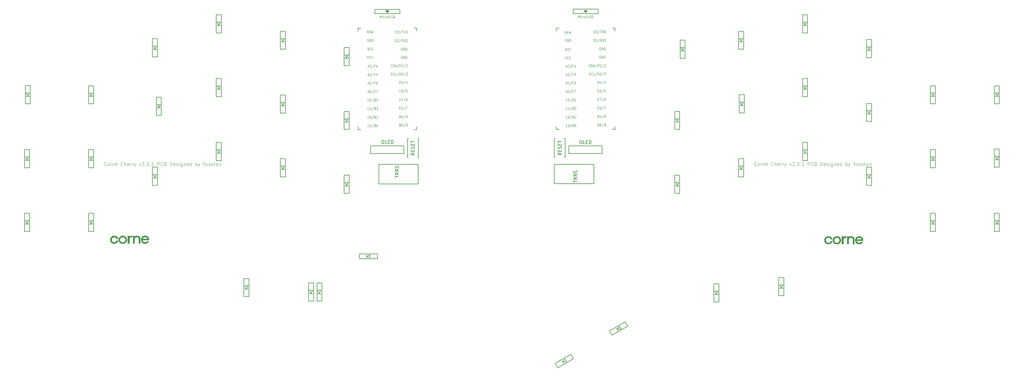
<source format=gto>
G04 #@! TF.GenerationSoftware,KiCad,Pcbnew,(5.1.4-0-10_14)*
G04 #@! TF.CreationDate,2021-06-12T19:28:26+03:00*
G04 #@! TF.ProjectId,corne-cherry,636f726e-652d-4636-9865-7272792e6b69,3.0.1*
G04 #@! TF.SameCoordinates,Original*
G04 #@! TF.FileFunction,Legend,Top*
G04 #@! TF.FilePolarity,Positive*
%FSLAX46Y46*%
G04 Gerber Fmt 4.6, Leading zero omitted, Abs format (unit mm)*
G04 Created by KiCad (PCBNEW (5.1.4-0-10_14)) date 2021-06-12 19:28:26*
%MOMM*%
%LPD*%
G04 APERTURE LIST*
%ADD10C,0.125000*%
%ADD11C,0.150000*%
%ADD12C,0.010000*%
G04 APERTURE END LIST*
D10*
X244473273Y-58687142D02*
X244425654Y-58734761D01*
X244282797Y-58782380D01*
X244187559Y-58782380D01*
X244044702Y-58734761D01*
X243949464Y-58639523D01*
X243901845Y-58544285D01*
X243854226Y-58353809D01*
X243854226Y-58210952D01*
X243901845Y-58020476D01*
X243949464Y-57925238D01*
X244044702Y-57830000D01*
X244187559Y-57782380D01*
X244282797Y-57782380D01*
X244425654Y-57830000D01*
X244473273Y-57877619D01*
X245044702Y-58782380D02*
X244949464Y-58734761D01*
X244901845Y-58687142D01*
X244854226Y-58591904D01*
X244854226Y-58306190D01*
X244901845Y-58210952D01*
X244949464Y-58163333D01*
X245044702Y-58115714D01*
X245187559Y-58115714D01*
X245282797Y-58163333D01*
X245330416Y-58210952D01*
X245378035Y-58306190D01*
X245378035Y-58591904D01*
X245330416Y-58687142D01*
X245282797Y-58734761D01*
X245187559Y-58782380D01*
X245044702Y-58782380D01*
X245806607Y-58782380D02*
X245806607Y-58115714D01*
X245806607Y-58306190D02*
X245854226Y-58210952D01*
X245901845Y-58163333D01*
X245997083Y-58115714D01*
X246092321Y-58115714D01*
X246425654Y-58115714D02*
X246425654Y-58782380D01*
X246425654Y-58210952D02*
X246473273Y-58163333D01*
X246568511Y-58115714D01*
X246711369Y-58115714D01*
X246806607Y-58163333D01*
X246854226Y-58258571D01*
X246854226Y-58782380D01*
X247711369Y-58734761D02*
X247616130Y-58782380D01*
X247425654Y-58782380D01*
X247330416Y-58734761D01*
X247282797Y-58639523D01*
X247282797Y-58258571D01*
X247330416Y-58163333D01*
X247425654Y-58115714D01*
X247616130Y-58115714D01*
X247711369Y-58163333D01*
X247758988Y-58258571D01*
X247758988Y-58353809D01*
X247282797Y-58449047D01*
X249520892Y-58687142D02*
X249473273Y-58734761D01*
X249330416Y-58782380D01*
X249235178Y-58782380D01*
X249092321Y-58734761D01*
X248997083Y-58639523D01*
X248949464Y-58544285D01*
X248901845Y-58353809D01*
X248901845Y-58210952D01*
X248949464Y-58020476D01*
X248997083Y-57925238D01*
X249092321Y-57830000D01*
X249235178Y-57782380D01*
X249330416Y-57782380D01*
X249473273Y-57830000D01*
X249520892Y-57877619D01*
X249949464Y-58782380D02*
X249949464Y-57782380D01*
X250378035Y-58782380D02*
X250378035Y-58258571D01*
X250330416Y-58163333D01*
X250235178Y-58115714D01*
X250092321Y-58115714D01*
X249997083Y-58163333D01*
X249949464Y-58210952D01*
X251235178Y-58734761D02*
X251139940Y-58782380D01*
X250949464Y-58782380D01*
X250854226Y-58734761D01*
X250806607Y-58639523D01*
X250806607Y-58258571D01*
X250854226Y-58163333D01*
X250949464Y-58115714D01*
X251139940Y-58115714D01*
X251235178Y-58163333D01*
X251282797Y-58258571D01*
X251282797Y-58353809D01*
X250806607Y-58449047D01*
X251711369Y-58782380D02*
X251711369Y-58115714D01*
X251711369Y-58306190D02*
X251758988Y-58210952D01*
X251806607Y-58163333D01*
X251901845Y-58115714D01*
X251997083Y-58115714D01*
X252330416Y-58782380D02*
X252330416Y-58115714D01*
X252330416Y-58306190D02*
X252378035Y-58210952D01*
X252425654Y-58163333D01*
X252520892Y-58115714D01*
X252616130Y-58115714D01*
X252854226Y-58115714D02*
X253092321Y-58782380D01*
X253330416Y-58115714D02*
X253092321Y-58782380D01*
X252997083Y-59020476D01*
X252949464Y-59068095D01*
X252854226Y-59115714D01*
X254378035Y-58115714D02*
X254616130Y-58782380D01*
X254854226Y-58115714D01*
X255139940Y-57782380D02*
X255758988Y-57782380D01*
X255425654Y-58163333D01*
X255568511Y-58163333D01*
X255663750Y-58210952D01*
X255711369Y-58258571D01*
X255758988Y-58353809D01*
X255758988Y-58591904D01*
X255711369Y-58687142D01*
X255663750Y-58734761D01*
X255568511Y-58782380D01*
X255282797Y-58782380D01*
X255187559Y-58734761D01*
X255139940Y-58687142D01*
X256187559Y-58687142D02*
X256235178Y-58734761D01*
X256187559Y-58782380D01*
X256139940Y-58734761D01*
X256187559Y-58687142D01*
X256187559Y-58782380D01*
X256854226Y-57782380D02*
X256949464Y-57782380D01*
X257044702Y-57830000D01*
X257092321Y-57877619D01*
X257139940Y-57972857D01*
X257187559Y-58163333D01*
X257187559Y-58401428D01*
X257139940Y-58591904D01*
X257092321Y-58687142D01*
X257044702Y-58734761D01*
X256949464Y-58782380D01*
X256854226Y-58782380D01*
X256758988Y-58734761D01*
X256711369Y-58687142D01*
X256663750Y-58591904D01*
X256616130Y-58401428D01*
X256616130Y-58163333D01*
X256663750Y-57972857D01*
X256711369Y-57877619D01*
X256758988Y-57830000D01*
X256854226Y-57782380D01*
X257616130Y-58687142D02*
X257663750Y-58734761D01*
X257616130Y-58782380D01*
X257568511Y-58734761D01*
X257616130Y-58687142D01*
X257616130Y-58782380D01*
X258616130Y-58782380D02*
X258044702Y-58782380D01*
X258330416Y-58782380D02*
X258330416Y-57782380D01*
X258235178Y-57925238D01*
X258139940Y-58020476D01*
X258044702Y-58068095D01*
X259806607Y-58782380D02*
X259806607Y-57782380D01*
X260187559Y-57782380D01*
X260282797Y-57830000D01*
X260330416Y-57877619D01*
X260378035Y-57972857D01*
X260378035Y-58115714D01*
X260330416Y-58210952D01*
X260282797Y-58258571D01*
X260187559Y-58306190D01*
X259806607Y-58306190D01*
X261378035Y-58687142D02*
X261330416Y-58734761D01*
X261187559Y-58782380D01*
X261092321Y-58782380D01*
X260949464Y-58734761D01*
X260854226Y-58639523D01*
X260806607Y-58544285D01*
X260758988Y-58353809D01*
X260758988Y-58210952D01*
X260806607Y-58020476D01*
X260854226Y-57925238D01*
X260949464Y-57830000D01*
X261092321Y-57782380D01*
X261187559Y-57782380D01*
X261330416Y-57830000D01*
X261378035Y-57877619D01*
X262139940Y-58258571D02*
X262282797Y-58306190D01*
X262330416Y-58353809D01*
X262378035Y-58449047D01*
X262378035Y-58591904D01*
X262330416Y-58687142D01*
X262282797Y-58734761D01*
X262187559Y-58782380D01*
X261806607Y-58782380D01*
X261806607Y-57782380D01*
X262139940Y-57782380D01*
X262235178Y-57830000D01*
X262282797Y-57877619D01*
X262330416Y-57972857D01*
X262330416Y-58068095D01*
X262282797Y-58163333D01*
X262235178Y-58210952D01*
X262139940Y-58258571D01*
X261806607Y-58258571D01*
X263568511Y-58782380D02*
X263568511Y-57782380D01*
X263806607Y-57782380D01*
X263949464Y-57830000D01*
X264044702Y-57925238D01*
X264092321Y-58020476D01*
X264139940Y-58210952D01*
X264139940Y-58353809D01*
X264092321Y-58544285D01*
X264044702Y-58639523D01*
X263949464Y-58734761D01*
X263806607Y-58782380D01*
X263568511Y-58782380D01*
X264949464Y-58734761D02*
X264854226Y-58782380D01*
X264663750Y-58782380D01*
X264568511Y-58734761D01*
X264520892Y-58639523D01*
X264520892Y-58258571D01*
X264568511Y-58163333D01*
X264663750Y-58115714D01*
X264854226Y-58115714D01*
X264949464Y-58163333D01*
X264997083Y-58258571D01*
X264997083Y-58353809D01*
X264520892Y-58449047D01*
X265378035Y-58734761D02*
X265473273Y-58782380D01*
X265663750Y-58782380D01*
X265758988Y-58734761D01*
X265806607Y-58639523D01*
X265806607Y-58591904D01*
X265758988Y-58496666D01*
X265663750Y-58449047D01*
X265520892Y-58449047D01*
X265425654Y-58401428D01*
X265378035Y-58306190D01*
X265378035Y-58258571D01*
X265425654Y-58163333D01*
X265520892Y-58115714D01*
X265663750Y-58115714D01*
X265758988Y-58163333D01*
X266235178Y-58782380D02*
X266235178Y-58115714D01*
X266235178Y-57782380D02*
X266187559Y-57830000D01*
X266235178Y-57877619D01*
X266282797Y-57830000D01*
X266235178Y-57782380D01*
X266235178Y-57877619D01*
X267139940Y-58115714D02*
X267139940Y-58925238D01*
X267092321Y-59020476D01*
X267044702Y-59068095D01*
X266949464Y-59115714D01*
X266806607Y-59115714D01*
X266711369Y-59068095D01*
X267139940Y-58734761D02*
X267044702Y-58782380D01*
X266854226Y-58782380D01*
X266758988Y-58734761D01*
X266711369Y-58687142D01*
X266663750Y-58591904D01*
X266663750Y-58306190D01*
X266711369Y-58210952D01*
X266758988Y-58163333D01*
X266854226Y-58115714D01*
X267044702Y-58115714D01*
X267139940Y-58163333D01*
X267616130Y-58115714D02*
X267616130Y-58782380D01*
X267616130Y-58210952D02*
X267663750Y-58163333D01*
X267758988Y-58115714D01*
X267901845Y-58115714D01*
X267997083Y-58163333D01*
X268044702Y-58258571D01*
X268044702Y-58782380D01*
X268901845Y-58734761D02*
X268806607Y-58782380D01*
X268616130Y-58782380D01*
X268520892Y-58734761D01*
X268473273Y-58639523D01*
X268473273Y-58258571D01*
X268520892Y-58163333D01*
X268616130Y-58115714D01*
X268806607Y-58115714D01*
X268901845Y-58163333D01*
X268949464Y-58258571D01*
X268949464Y-58353809D01*
X268473273Y-58449047D01*
X269806607Y-58782380D02*
X269806607Y-57782380D01*
X269806607Y-58734761D02*
X269711369Y-58782380D01*
X269520892Y-58782380D01*
X269425654Y-58734761D01*
X269378035Y-58687142D01*
X269330416Y-58591904D01*
X269330416Y-58306190D01*
X269378035Y-58210952D01*
X269425654Y-58163333D01*
X269520892Y-58115714D01*
X269711369Y-58115714D01*
X269806607Y-58163333D01*
X271044702Y-58782380D02*
X271044702Y-57782380D01*
X271044702Y-58163333D02*
X271139940Y-58115714D01*
X271330416Y-58115714D01*
X271425654Y-58163333D01*
X271473273Y-58210952D01*
X271520892Y-58306190D01*
X271520892Y-58591904D01*
X271473273Y-58687142D01*
X271425654Y-58734761D01*
X271330416Y-58782380D01*
X271139940Y-58782380D01*
X271044702Y-58734761D01*
X271854226Y-58115714D02*
X272092321Y-58782380D01*
X272330416Y-58115714D02*
X272092321Y-58782380D01*
X271997083Y-59020476D01*
X271949464Y-59068095D01*
X271854226Y-59115714D01*
X273330416Y-58115714D02*
X273711369Y-58115714D01*
X273473273Y-58782380D02*
X273473273Y-57925238D01*
X273520892Y-57830000D01*
X273616130Y-57782380D01*
X273711369Y-57782380D01*
X274187559Y-58782380D02*
X274092321Y-58734761D01*
X274044702Y-58687142D01*
X273997083Y-58591904D01*
X273997083Y-58306190D01*
X274044702Y-58210952D01*
X274092321Y-58163333D01*
X274187559Y-58115714D01*
X274330416Y-58115714D01*
X274425654Y-58163333D01*
X274473273Y-58210952D01*
X274520892Y-58306190D01*
X274520892Y-58591904D01*
X274473273Y-58687142D01*
X274425654Y-58734761D01*
X274330416Y-58782380D01*
X274187559Y-58782380D01*
X275092321Y-58782380D02*
X274997083Y-58734761D01*
X274949464Y-58687142D01*
X274901845Y-58591904D01*
X274901845Y-58306190D01*
X274949464Y-58210952D01*
X274997083Y-58163333D01*
X275092321Y-58115714D01*
X275235178Y-58115714D01*
X275330416Y-58163333D01*
X275378035Y-58210952D01*
X275425654Y-58306190D01*
X275425654Y-58591904D01*
X275378035Y-58687142D01*
X275330416Y-58734761D01*
X275235178Y-58782380D01*
X275092321Y-58782380D01*
X275806607Y-58734761D02*
X275901845Y-58782380D01*
X276092321Y-58782380D01*
X276187559Y-58734761D01*
X276235178Y-58639523D01*
X276235178Y-58591904D01*
X276187559Y-58496666D01*
X276092321Y-58449047D01*
X275949464Y-58449047D01*
X275854226Y-58401428D01*
X275806607Y-58306190D01*
X275806607Y-58258571D01*
X275854226Y-58163333D01*
X275949464Y-58115714D01*
X276092321Y-58115714D01*
X276187559Y-58163333D01*
X276520892Y-58115714D02*
X276901845Y-58115714D01*
X276663750Y-57782380D02*
X276663750Y-58639523D01*
X276711369Y-58734761D01*
X276806607Y-58782380D01*
X276901845Y-58782380D01*
X277663750Y-58782380D02*
X277663750Y-58258571D01*
X277616130Y-58163333D01*
X277520892Y-58115714D01*
X277330416Y-58115714D01*
X277235178Y-58163333D01*
X277663750Y-58734761D02*
X277568511Y-58782380D01*
X277330416Y-58782380D01*
X277235178Y-58734761D01*
X277187559Y-58639523D01*
X277187559Y-58544285D01*
X277235178Y-58449047D01*
X277330416Y-58401428D01*
X277568511Y-58401428D01*
X277663750Y-58353809D01*
X278139940Y-58115714D02*
X278139940Y-58782380D01*
X278139940Y-58210952D02*
X278187559Y-58163333D01*
X278282797Y-58115714D01*
X278425654Y-58115714D01*
X278520892Y-58163333D01*
X278568511Y-58258571D01*
X278568511Y-58782380D01*
X51173273Y-58687142D02*
X51125654Y-58734761D01*
X50982797Y-58782380D01*
X50887559Y-58782380D01*
X50744702Y-58734761D01*
X50649464Y-58639523D01*
X50601845Y-58544285D01*
X50554226Y-58353809D01*
X50554226Y-58210952D01*
X50601845Y-58020476D01*
X50649464Y-57925238D01*
X50744702Y-57830000D01*
X50887559Y-57782380D01*
X50982797Y-57782380D01*
X51125654Y-57830000D01*
X51173273Y-57877619D01*
X51744702Y-58782380D02*
X51649464Y-58734761D01*
X51601845Y-58687142D01*
X51554226Y-58591904D01*
X51554226Y-58306190D01*
X51601845Y-58210952D01*
X51649464Y-58163333D01*
X51744702Y-58115714D01*
X51887559Y-58115714D01*
X51982797Y-58163333D01*
X52030416Y-58210952D01*
X52078035Y-58306190D01*
X52078035Y-58591904D01*
X52030416Y-58687142D01*
X51982797Y-58734761D01*
X51887559Y-58782380D01*
X51744702Y-58782380D01*
X52506607Y-58782380D02*
X52506607Y-58115714D01*
X52506607Y-58306190D02*
X52554226Y-58210952D01*
X52601845Y-58163333D01*
X52697083Y-58115714D01*
X52792321Y-58115714D01*
X53125654Y-58115714D02*
X53125654Y-58782380D01*
X53125654Y-58210952D02*
X53173273Y-58163333D01*
X53268511Y-58115714D01*
X53411369Y-58115714D01*
X53506607Y-58163333D01*
X53554226Y-58258571D01*
X53554226Y-58782380D01*
X54411369Y-58734761D02*
X54316130Y-58782380D01*
X54125654Y-58782380D01*
X54030416Y-58734761D01*
X53982797Y-58639523D01*
X53982797Y-58258571D01*
X54030416Y-58163333D01*
X54125654Y-58115714D01*
X54316130Y-58115714D01*
X54411369Y-58163333D01*
X54458988Y-58258571D01*
X54458988Y-58353809D01*
X53982797Y-58449047D01*
X56220892Y-58687142D02*
X56173273Y-58734761D01*
X56030416Y-58782380D01*
X55935178Y-58782380D01*
X55792321Y-58734761D01*
X55697083Y-58639523D01*
X55649464Y-58544285D01*
X55601845Y-58353809D01*
X55601845Y-58210952D01*
X55649464Y-58020476D01*
X55697083Y-57925238D01*
X55792321Y-57830000D01*
X55935178Y-57782380D01*
X56030416Y-57782380D01*
X56173273Y-57830000D01*
X56220892Y-57877619D01*
X56649464Y-58782380D02*
X56649464Y-57782380D01*
X57078035Y-58782380D02*
X57078035Y-58258571D01*
X57030416Y-58163333D01*
X56935178Y-58115714D01*
X56792321Y-58115714D01*
X56697083Y-58163333D01*
X56649464Y-58210952D01*
X57935178Y-58734761D02*
X57839940Y-58782380D01*
X57649464Y-58782380D01*
X57554226Y-58734761D01*
X57506607Y-58639523D01*
X57506607Y-58258571D01*
X57554226Y-58163333D01*
X57649464Y-58115714D01*
X57839940Y-58115714D01*
X57935178Y-58163333D01*
X57982797Y-58258571D01*
X57982797Y-58353809D01*
X57506607Y-58449047D01*
X58411369Y-58782380D02*
X58411369Y-58115714D01*
X58411369Y-58306190D02*
X58458988Y-58210952D01*
X58506607Y-58163333D01*
X58601845Y-58115714D01*
X58697083Y-58115714D01*
X59030416Y-58782380D02*
X59030416Y-58115714D01*
X59030416Y-58306190D02*
X59078035Y-58210952D01*
X59125654Y-58163333D01*
X59220892Y-58115714D01*
X59316130Y-58115714D01*
X59554226Y-58115714D02*
X59792321Y-58782380D01*
X60030416Y-58115714D02*
X59792321Y-58782380D01*
X59697083Y-59020476D01*
X59649464Y-59068095D01*
X59554226Y-59115714D01*
X61078035Y-58115714D02*
X61316130Y-58782380D01*
X61554226Y-58115714D01*
X61839940Y-57782380D02*
X62458988Y-57782380D01*
X62125654Y-58163333D01*
X62268511Y-58163333D01*
X62363750Y-58210952D01*
X62411369Y-58258571D01*
X62458988Y-58353809D01*
X62458988Y-58591904D01*
X62411369Y-58687142D01*
X62363750Y-58734761D01*
X62268511Y-58782380D01*
X61982797Y-58782380D01*
X61887559Y-58734761D01*
X61839940Y-58687142D01*
X62887559Y-58687142D02*
X62935178Y-58734761D01*
X62887559Y-58782380D01*
X62839940Y-58734761D01*
X62887559Y-58687142D01*
X62887559Y-58782380D01*
X63554226Y-57782380D02*
X63649464Y-57782380D01*
X63744702Y-57830000D01*
X63792321Y-57877619D01*
X63839940Y-57972857D01*
X63887559Y-58163333D01*
X63887559Y-58401428D01*
X63839940Y-58591904D01*
X63792321Y-58687142D01*
X63744702Y-58734761D01*
X63649464Y-58782380D01*
X63554226Y-58782380D01*
X63458988Y-58734761D01*
X63411369Y-58687142D01*
X63363750Y-58591904D01*
X63316130Y-58401428D01*
X63316130Y-58163333D01*
X63363750Y-57972857D01*
X63411369Y-57877619D01*
X63458988Y-57830000D01*
X63554226Y-57782380D01*
X64316130Y-58687142D02*
X64363750Y-58734761D01*
X64316130Y-58782380D01*
X64268511Y-58734761D01*
X64316130Y-58687142D01*
X64316130Y-58782380D01*
X65316130Y-58782380D02*
X64744702Y-58782380D01*
X65030416Y-58782380D02*
X65030416Y-57782380D01*
X64935178Y-57925238D01*
X64839940Y-58020476D01*
X64744702Y-58068095D01*
X66506607Y-58782380D02*
X66506607Y-57782380D01*
X66887559Y-57782380D01*
X66982797Y-57830000D01*
X67030416Y-57877619D01*
X67078035Y-57972857D01*
X67078035Y-58115714D01*
X67030416Y-58210952D01*
X66982797Y-58258571D01*
X66887559Y-58306190D01*
X66506607Y-58306190D01*
X68078035Y-58687142D02*
X68030416Y-58734761D01*
X67887559Y-58782380D01*
X67792321Y-58782380D01*
X67649464Y-58734761D01*
X67554226Y-58639523D01*
X67506607Y-58544285D01*
X67458988Y-58353809D01*
X67458988Y-58210952D01*
X67506607Y-58020476D01*
X67554226Y-57925238D01*
X67649464Y-57830000D01*
X67792321Y-57782380D01*
X67887559Y-57782380D01*
X68030416Y-57830000D01*
X68078035Y-57877619D01*
X68839940Y-58258571D02*
X68982797Y-58306190D01*
X69030416Y-58353809D01*
X69078035Y-58449047D01*
X69078035Y-58591904D01*
X69030416Y-58687142D01*
X68982797Y-58734761D01*
X68887559Y-58782380D01*
X68506607Y-58782380D01*
X68506607Y-57782380D01*
X68839940Y-57782380D01*
X68935178Y-57830000D01*
X68982797Y-57877619D01*
X69030416Y-57972857D01*
X69030416Y-58068095D01*
X68982797Y-58163333D01*
X68935178Y-58210952D01*
X68839940Y-58258571D01*
X68506607Y-58258571D01*
X70268511Y-58782380D02*
X70268511Y-57782380D01*
X70506607Y-57782380D01*
X70649464Y-57830000D01*
X70744702Y-57925238D01*
X70792321Y-58020476D01*
X70839940Y-58210952D01*
X70839940Y-58353809D01*
X70792321Y-58544285D01*
X70744702Y-58639523D01*
X70649464Y-58734761D01*
X70506607Y-58782380D01*
X70268511Y-58782380D01*
X71649464Y-58734761D02*
X71554226Y-58782380D01*
X71363750Y-58782380D01*
X71268511Y-58734761D01*
X71220892Y-58639523D01*
X71220892Y-58258571D01*
X71268511Y-58163333D01*
X71363750Y-58115714D01*
X71554226Y-58115714D01*
X71649464Y-58163333D01*
X71697083Y-58258571D01*
X71697083Y-58353809D01*
X71220892Y-58449047D01*
X72078035Y-58734761D02*
X72173273Y-58782380D01*
X72363750Y-58782380D01*
X72458988Y-58734761D01*
X72506607Y-58639523D01*
X72506607Y-58591904D01*
X72458988Y-58496666D01*
X72363750Y-58449047D01*
X72220892Y-58449047D01*
X72125654Y-58401428D01*
X72078035Y-58306190D01*
X72078035Y-58258571D01*
X72125654Y-58163333D01*
X72220892Y-58115714D01*
X72363750Y-58115714D01*
X72458988Y-58163333D01*
X72935178Y-58782380D02*
X72935178Y-58115714D01*
X72935178Y-57782380D02*
X72887559Y-57830000D01*
X72935178Y-57877619D01*
X72982797Y-57830000D01*
X72935178Y-57782380D01*
X72935178Y-57877619D01*
X73839940Y-58115714D02*
X73839940Y-58925238D01*
X73792321Y-59020476D01*
X73744702Y-59068095D01*
X73649464Y-59115714D01*
X73506607Y-59115714D01*
X73411369Y-59068095D01*
X73839940Y-58734761D02*
X73744702Y-58782380D01*
X73554226Y-58782380D01*
X73458988Y-58734761D01*
X73411369Y-58687142D01*
X73363750Y-58591904D01*
X73363750Y-58306190D01*
X73411369Y-58210952D01*
X73458988Y-58163333D01*
X73554226Y-58115714D01*
X73744702Y-58115714D01*
X73839940Y-58163333D01*
X74316130Y-58115714D02*
X74316130Y-58782380D01*
X74316130Y-58210952D02*
X74363750Y-58163333D01*
X74458988Y-58115714D01*
X74601845Y-58115714D01*
X74697083Y-58163333D01*
X74744702Y-58258571D01*
X74744702Y-58782380D01*
X75601845Y-58734761D02*
X75506607Y-58782380D01*
X75316130Y-58782380D01*
X75220892Y-58734761D01*
X75173273Y-58639523D01*
X75173273Y-58258571D01*
X75220892Y-58163333D01*
X75316130Y-58115714D01*
X75506607Y-58115714D01*
X75601845Y-58163333D01*
X75649464Y-58258571D01*
X75649464Y-58353809D01*
X75173273Y-58449047D01*
X76506607Y-58782380D02*
X76506607Y-57782380D01*
X76506607Y-58734761D02*
X76411369Y-58782380D01*
X76220892Y-58782380D01*
X76125654Y-58734761D01*
X76078035Y-58687142D01*
X76030416Y-58591904D01*
X76030416Y-58306190D01*
X76078035Y-58210952D01*
X76125654Y-58163333D01*
X76220892Y-58115714D01*
X76411369Y-58115714D01*
X76506607Y-58163333D01*
X77744702Y-58782380D02*
X77744702Y-57782380D01*
X77744702Y-58163333D02*
X77839940Y-58115714D01*
X78030416Y-58115714D01*
X78125654Y-58163333D01*
X78173273Y-58210952D01*
X78220892Y-58306190D01*
X78220892Y-58591904D01*
X78173273Y-58687142D01*
X78125654Y-58734761D01*
X78030416Y-58782380D01*
X77839940Y-58782380D01*
X77744702Y-58734761D01*
X78554226Y-58115714D02*
X78792321Y-58782380D01*
X79030416Y-58115714D02*
X78792321Y-58782380D01*
X78697083Y-59020476D01*
X78649464Y-59068095D01*
X78554226Y-59115714D01*
X80030416Y-58115714D02*
X80411369Y-58115714D01*
X80173273Y-58782380D02*
X80173273Y-57925238D01*
X80220892Y-57830000D01*
X80316130Y-57782380D01*
X80411369Y-57782380D01*
X80887559Y-58782380D02*
X80792321Y-58734761D01*
X80744702Y-58687142D01*
X80697083Y-58591904D01*
X80697083Y-58306190D01*
X80744702Y-58210952D01*
X80792321Y-58163333D01*
X80887559Y-58115714D01*
X81030416Y-58115714D01*
X81125654Y-58163333D01*
X81173273Y-58210952D01*
X81220892Y-58306190D01*
X81220892Y-58591904D01*
X81173273Y-58687142D01*
X81125654Y-58734761D01*
X81030416Y-58782380D01*
X80887559Y-58782380D01*
X81792321Y-58782380D02*
X81697083Y-58734761D01*
X81649464Y-58687142D01*
X81601845Y-58591904D01*
X81601845Y-58306190D01*
X81649464Y-58210952D01*
X81697083Y-58163333D01*
X81792321Y-58115714D01*
X81935178Y-58115714D01*
X82030416Y-58163333D01*
X82078035Y-58210952D01*
X82125654Y-58306190D01*
X82125654Y-58591904D01*
X82078035Y-58687142D01*
X82030416Y-58734761D01*
X81935178Y-58782380D01*
X81792321Y-58782380D01*
X82506607Y-58734761D02*
X82601845Y-58782380D01*
X82792321Y-58782380D01*
X82887559Y-58734761D01*
X82935178Y-58639523D01*
X82935178Y-58591904D01*
X82887559Y-58496666D01*
X82792321Y-58449047D01*
X82649464Y-58449047D01*
X82554226Y-58401428D01*
X82506607Y-58306190D01*
X82506607Y-58258571D01*
X82554226Y-58163333D01*
X82649464Y-58115714D01*
X82792321Y-58115714D01*
X82887559Y-58163333D01*
X83220892Y-58115714D02*
X83601845Y-58115714D01*
X83363749Y-57782380D02*
X83363749Y-58639523D01*
X83411369Y-58734761D01*
X83506607Y-58782380D01*
X83601845Y-58782380D01*
X84363749Y-58782380D02*
X84363749Y-58258571D01*
X84316130Y-58163333D01*
X84220892Y-58115714D01*
X84030416Y-58115714D01*
X83935178Y-58163333D01*
X84363749Y-58734761D02*
X84268511Y-58782380D01*
X84030416Y-58782380D01*
X83935178Y-58734761D01*
X83887559Y-58639523D01*
X83887559Y-58544285D01*
X83935178Y-58449047D01*
X84030416Y-58401428D01*
X84268511Y-58401428D01*
X84363749Y-58353809D01*
X84839940Y-58115714D02*
X84839940Y-58782380D01*
X84839940Y-58210952D02*
X84887559Y-58163333D01*
X84982797Y-58115714D01*
X85125654Y-58115714D01*
X85220892Y-58163333D01*
X85268511Y-58258571D01*
X85268511Y-58782380D01*
D11*
X45984500Y-34980000D02*
X47484500Y-34980000D01*
X45984500Y-40380000D02*
X45984500Y-34980000D01*
X47484500Y-40380000D02*
X45984500Y-40380000D01*
X47484500Y-34980000D02*
X47484500Y-40380000D01*
X47234500Y-38180000D02*
X46234500Y-38180000D01*
X46234500Y-37180000D02*
X46734500Y-38080000D01*
X47234500Y-37180000D02*
X46234500Y-37180000D01*
X46734500Y-38080000D02*
X47234500Y-37180000D01*
X251157500Y-92080000D02*
X252657500Y-92080000D01*
X251157500Y-97480000D02*
X251157500Y-92080000D01*
X252657500Y-97480000D02*
X251157500Y-97480000D01*
X252657500Y-92080000D02*
X252657500Y-97480000D01*
X252407500Y-95280000D02*
X251407500Y-95280000D01*
X251407500Y-94280000D02*
X251907500Y-95180000D01*
X252407500Y-94280000D02*
X251407500Y-94280000D01*
X251907500Y-95180000D02*
X252407500Y-94280000D01*
X92157500Y-92380000D02*
X93657500Y-92380000D01*
X92157500Y-97780000D02*
X92157500Y-92380000D01*
X93657500Y-97780000D02*
X92157500Y-97780000D01*
X93657500Y-92380000D02*
X93657500Y-97780000D01*
X93407500Y-95580000D02*
X92407500Y-95580000D01*
X92407500Y-94580000D02*
X92907500Y-95480000D01*
X93407500Y-94580000D02*
X92407500Y-94580000D01*
X92907500Y-95480000D02*
X93407500Y-94580000D01*
X189333574Y-114967981D02*
X190083574Y-116267019D01*
X184657036Y-117667981D02*
X189333574Y-114967981D01*
X185407036Y-118967019D02*
X184657036Y-117667981D01*
X190083574Y-116267019D02*
X185407036Y-118967019D01*
X187187292Y-117650513D02*
X186687292Y-116784487D01*
X187553318Y-116284487D02*
X187023895Y-117167500D01*
X188053318Y-117150513D02*
X187553318Y-116284487D01*
X187023895Y-117167500D02*
X188053318Y-117150513D01*
X205533574Y-105267981D02*
X206283574Y-106567019D01*
X200857036Y-107967981D02*
X205533574Y-105267981D01*
X201607036Y-109267019D02*
X200857036Y-107967981D01*
X206283574Y-106567019D02*
X201607036Y-109267019D01*
X203387292Y-107950513D02*
X202887292Y-107084487D01*
X203753318Y-106584487D02*
X203223895Y-107467500D01*
X204253318Y-107450513D02*
X203753318Y-106584487D01*
X203223895Y-107467500D02*
X204253318Y-107450513D01*
X231857500Y-93980000D02*
X233357500Y-93980000D01*
X231857500Y-99380000D02*
X231857500Y-93980000D01*
X233357500Y-99380000D02*
X231857500Y-99380000D01*
X233357500Y-93980000D02*
X233357500Y-99380000D01*
X233107500Y-97180000D02*
X232107500Y-97180000D01*
X232107500Y-96180000D02*
X232607500Y-97080000D01*
X233107500Y-96180000D02*
X232107500Y-96180000D01*
X232607500Y-97080000D02*
X233107500Y-96180000D01*
X220207500Y-61605000D02*
X221707500Y-61605000D01*
X220207500Y-67005000D02*
X220207500Y-61605000D01*
X221707500Y-67005000D02*
X220207500Y-67005000D01*
X221707500Y-61605000D02*
X221707500Y-67005000D01*
X221457500Y-64805000D02*
X220457500Y-64805000D01*
X220457500Y-63805000D02*
X220957500Y-64705000D01*
X221457500Y-63805000D02*
X220457500Y-63805000D01*
X220957500Y-64705000D02*
X221457500Y-63805000D01*
X239214500Y-56725000D02*
X240714500Y-56725000D01*
X239214500Y-62125000D02*
X239214500Y-56725000D01*
X240714500Y-62125000D02*
X239214500Y-62125000D01*
X240714500Y-56725000D02*
X240714500Y-62125000D01*
X240464500Y-59925000D02*
X239464500Y-59925000D01*
X239464500Y-58925000D02*
X239964500Y-59825000D01*
X240464500Y-58925000D02*
X239464500Y-58925000D01*
X239964500Y-59825000D02*
X240464500Y-58925000D01*
X258214500Y-51850000D02*
X259714500Y-51850000D01*
X258214500Y-57250000D02*
X258214500Y-51850000D01*
X259714500Y-57250000D02*
X258214500Y-57250000D01*
X259714500Y-51850000D02*
X259714500Y-57250000D01*
X259464500Y-55050000D02*
X258464500Y-55050000D01*
X258464500Y-54050000D02*
X258964500Y-54950000D01*
X259464500Y-54050000D02*
X258464500Y-54050000D01*
X258964500Y-54950000D02*
X259464500Y-54050000D01*
X277214500Y-59225000D02*
X278714500Y-59225000D01*
X277214500Y-64625000D02*
X277214500Y-59225000D01*
X278714500Y-64625000D02*
X277214500Y-64625000D01*
X278714500Y-59225000D02*
X278714500Y-64625000D01*
X278464500Y-62425000D02*
X277464500Y-62425000D01*
X277464500Y-61425000D02*
X277964500Y-62325000D01*
X278464500Y-61425000D02*
X277464500Y-61425000D01*
X277964500Y-62325000D02*
X278464500Y-61425000D01*
X296214500Y-72975000D02*
X297714500Y-72975000D01*
X296214500Y-78375000D02*
X296214500Y-72975000D01*
X297714500Y-78375000D02*
X296214500Y-78375000D01*
X297714500Y-72975000D02*
X297714500Y-78375000D01*
X297464500Y-76175000D02*
X296464500Y-76175000D01*
X296464500Y-75175000D02*
X296964500Y-76075000D01*
X297464500Y-75175000D02*
X296464500Y-75175000D01*
X296964500Y-76075000D02*
X297464500Y-75175000D01*
X315214500Y-72975000D02*
X316714500Y-72975000D01*
X315214500Y-78375000D02*
X315214500Y-72975000D01*
X316714500Y-78375000D02*
X315214500Y-78375000D01*
X316714500Y-72975000D02*
X316714500Y-78375000D01*
X316464500Y-76175000D02*
X315464500Y-76175000D01*
X315464500Y-75175000D02*
X315964500Y-76075000D01*
X316464500Y-75175000D02*
X315464500Y-75175000D01*
X315964500Y-76075000D02*
X316464500Y-75175000D01*
X220207500Y-42605000D02*
X221707500Y-42605000D01*
X220207500Y-48005000D02*
X220207500Y-42605000D01*
X221707500Y-48005000D02*
X220207500Y-48005000D01*
X221707500Y-42605000D02*
X221707500Y-48005000D01*
X221457500Y-45805000D02*
X220457500Y-45805000D01*
X220457500Y-44805000D02*
X220957500Y-45705000D01*
X221457500Y-44805000D02*
X220457500Y-44805000D01*
X220957500Y-45705000D02*
X221457500Y-44805000D01*
X239357500Y-37680000D02*
X240857500Y-37680000D01*
X239357500Y-43080000D02*
X239357500Y-37680000D01*
X240857500Y-43080000D02*
X239357500Y-43080000D01*
X240857500Y-37680000D02*
X240857500Y-43080000D01*
X240607500Y-40880000D02*
X239607500Y-40880000D01*
X239607500Y-39880000D02*
X240107500Y-40780000D01*
X240607500Y-39880000D02*
X239607500Y-39880000D01*
X240107500Y-40780000D02*
X240607500Y-39880000D01*
X258214500Y-32850000D02*
X259714500Y-32850000D01*
X258214500Y-38250000D02*
X258214500Y-32850000D01*
X259714500Y-38250000D02*
X258214500Y-38250000D01*
X259714500Y-32850000D02*
X259714500Y-38250000D01*
X259464500Y-36050000D02*
X258464500Y-36050000D01*
X258464500Y-35050000D02*
X258964500Y-35950000D01*
X259464500Y-35050000D02*
X258464500Y-35050000D01*
X258964500Y-35950000D02*
X259464500Y-35050000D01*
X277214500Y-40225000D02*
X278714500Y-40225000D01*
X277214500Y-45625000D02*
X277214500Y-40225000D01*
X278714500Y-45625000D02*
X277214500Y-45625000D01*
X278714500Y-40225000D02*
X278714500Y-45625000D01*
X278464500Y-43425000D02*
X277464500Y-43425000D01*
X277464500Y-42425000D02*
X277964500Y-43325000D01*
X278464500Y-42425000D02*
X277464500Y-42425000D01*
X277964500Y-43325000D02*
X278464500Y-42425000D01*
X296214500Y-53975000D02*
X297714500Y-53975000D01*
X296214500Y-59375000D02*
X296214500Y-53975000D01*
X297714500Y-59375000D02*
X296214500Y-59375000D01*
X297714500Y-53975000D02*
X297714500Y-59375000D01*
X297464500Y-57175000D02*
X296464500Y-57175000D01*
X296464500Y-56175000D02*
X296964500Y-57075000D01*
X297464500Y-56175000D02*
X296464500Y-56175000D01*
X296964500Y-57075000D02*
X297464500Y-56175000D01*
X315214500Y-53825000D02*
X316714500Y-53825000D01*
X315214500Y-59225000D02*
X315214500Y-53825000D01*
X316714500Y-59225000D02*
X315214500Y-59225000D01*
X316714500Y-53825000D02*
X316714500Y-59225000D01*
X316464500Y-57025000D02*
X315464500Y-57025000D01*
X315464500Y-56025000D02*
X315964500Y-56925000D01*
X316464500Y-56025000D02*
X315464500Y-56025000D01*
X315964500Y-56925000D02*
X316464500Y-56025000D01*
X221807500Y-21420000D02*
X223307500Y-21420000D01*
X221807500Y-26820000D02*
X221807500Y-21420000D01*
X223307500Y-26820000D02*
X221807500Y-26820000D01*
X223307500Y-21420000D02*
X223307500Y-26820000D01*
X223057500Y-24620000D02*
X222057500Y-24620000D01*
X222057500Y-23620000D02*
X222557500Y-24520000D01*
X223057500Y-23620000D02*
X222057500Y-23620000D01*
X222557500Y-24520000D02*
X223057500Y-23620000D01*
X239214500Y-18725000D02*
X240714500Y-18725000D01*
X239214500Y-24125000D02*
X239214500Y-18725000D01*
X240714500Y-24125000D02*
X239214500Y-24125000D01*
X240714500Y-18725000D02*
X240714500Y-24125000D01*
X240464500Y-21925000D02*
X239464500Y-21925000D01*
X239464500Y-20925000D02*
X239964500Y-21825000D01*
X240464500Y-20925000D02*
X239464500Y-20925000D01*
X239964500Y-21825000D02*
X240464500Y-20925000D01*
X258214500Y-13850000D02*
X259714500Y-13850000D01*
X258214500Y-19250000D02*
X258214500Y-13850000D01*
X259714500Y-19250000D02*
X258214500Y-19250000D01*
X259714500Y-13850000D02*
X259714500Y-19250000D01*
X259464500Y-17050000D02*
X258464500Y-17050000D01*
X258464500Y-16050000D02*
X258964500Y-16950000D01*
X259464500Y-16050000D02*
X258464500Y-16050000D01*
X258964500Y-16950000D02*
X259464500Y-16050000D01*
X277214500Y-21225000D02*
X278714500Y-21225000D01*
X277214500Y-26625000D02*
X277214500Y-21225000D01*
X278714500Y-26625000D02*
X277214500Y-26625000D01*
X278714500Y-21225000D02*
X278714500Y-26625000D01*
X278464500Y-24425000D02*
X277464500Y-24425000D01*
X277464500Y-23425000D02*
X277964500Y-24325000D01*
X278464500Y-23425000D02*
X277464500Y-23425000D01*
X277964500Y-24325000D02*
X278464500Y-23425000D01*
X296214500Y-34975000D02*
X297714500Y-34975000D01*
X296214500Y-40375000D02*
X296214500Y-34975000D01*
X297714500Y-40375000D02*
X296214500Y-40375000D01*
X297714500Y-34975000D02*
X297714500Y-40375000D01*
X297464500Y-38175000D02*
X296464500Y-38175000D01*
X296464500Y-37175000D02*
X296964500Y-38075000D01*
X297464500Y-37175000D02*
X296464500Y-37175000D01*
X296964500Y-38075000D02*
X297464500Y-37175000D01*
X315214500Y-34975000D02*
X316714500Y-34975000D01*
X315214500Y-40375000D02*
X315214500Y-34975000D01*
X316714500Y-40375000D02*
X315214500Y-40375000D01*
X316714500Y-34975000D02*
X316714500Y-40375000D01*
X316464500Y-38175000D02*
X315464500Y-38175000D01*
X315464500Y-37175000D02*
X315964500Y-38075000D01*
X316464500Y-37175000D02*
X315464500Y-37175000D01*
X315964500Y-38075000D02*
X316464500Y-37175000D01*
X131882500Y-85030000D02*
X131882500Y-86530000D01*
X126482500Y-85030000D02*
X131882500Y-85030000D01*
X126482500Y-86530000D02*
X126482500Y-85030000D01*
X131882500Y-86530000D02*
X126482500Y-86530000D01*
X128682500Y-86280000D02*
X128682500Y-85280000D01*
X129682500Y-85280000D02*
X128782500Y-85780000D01*
X129682500Y-86280000D02*
X129682500Y-85280000D01*
X128782500Y-85780000D02*
X129682500Y-86280000D01*
X113857500Y-93680000D02*
X115357500Y-93680000D01*
X113857500Y-99080000D02*
X113857500Y-93680000D01*
X115357500Y-99080000D02*
X113857500Y-99080000D01*
X115357500Y-93680000D02*
X115357500Y-99080000D01*
X115107500Y-96880000D02*
X114107500Y-96880000D01*
X114107500Y-95880000D02*
X114607500Y-96780000D01*
X115107500Y-95880000D02*
X114107500Y-95880000D01*
X114607500Y-96780000D02*
X115107500Y-95880000D01*
X111357500Y-93680000D02*
X112857500Y-93680000D01*
X111357500Y-99080000D02*
X111357500Y-93680000D01*
X112857500Y-99080000D02*
X111357500Y-99080000D01*
X112857500Y-93680000D02*
X112857500Y-99080000D01*
X112607500Y-96880000D02*
X111607500Y-96880000D01*
X111607500Y-95880000D02*
X112107500Y-96780000D01*
X112607500Y-95880000D02*
X111607500Y-95880000D01*
X112107500Y-96780000D02*
X112607500Y-95880000D01*
X121957500Y-61605000D02*
X123457500Y-61605000D01*
X121957500Y-67005000D02*
X121957500Y-61605000D01*
X123457500Y-67005000D02*
X121957500Y-67005000D01*
X123457500Y-61605000D02*
X123457500Y-67005000D01*
X123207500Y-64805000D02*
X122207500Y-64805000D01*
X122207500Y-63805000D02*
X122707500Y-64705000D01*
X123207500Y-63805000D02*
X122207500Y-63805000D01*
X122707500Y-64705000D02*
X123207500Y-63805000D01*
X102957500Y-56730000D02*
X104457500Y-56730000D01*
X102957500Y-62130000D02*
X102957500Y-56730000D01*
X104457500Y-62130000D02*
X102957500Y-62130000D01*
X104457500Y-56730000D02*
X104457500Y-62130000D01*
X104207500Y-59930000D02*
X103207500Y-59930000D01*
X103207500Y-58930000D02*
X103707500Y-59830000D01*
X104207500Y-58930000D02*
X103207500Y-58930000D01*
X103707500Y-59830000D02*
X104207500Y-58930000D01*
X83957500Y-51855000D02*
X85457500Y-51855000D01*
X83957500Y-57255000D02*
X83957500Y-51855000D01*
X85457500Y-57255000D02*
X83957500Y-57255000D01*
X85457500Y-51855000D02*
X85457500Y-57255000D01*
X85207500Y-55055000D02*
X84207500Y-55055000D01*
X84207500Y-54055000D02*
X84707500Y-54955000D01*
X85207500Y-54055000D02*
X84207500Y-54055000D01*
X84707500Y-54955000D02*
X85207500Y-54055000D01*
X64957500Y-59230000D02*
X66457500Y-59230000D01*
X64957500Y-64630000D02*
X64957500Y-59230000D01*
X66457500Y-64630000D02*
X64957500Y-64630000D01*
X66457500Y-59230000D02*
X66457500Y-64630000D01*
X66207500Y-62430000D02*
X65207500Y-62430000D01*
X65207500Y-61430000D02*
X65707500Y-62330000D01*
X66207500Y-61430000D02*
X65207500Y-61430000D01*
X65707500Y-62330000D02*
X66207500Y-61430000D01*
X45984500Y-72980000D02*
X47484500Y-72980000D01*
X45984500Y-78380000D02*
X45984500Y-72980000D01*
X47484500Y-78380000D02*
X45984500Y-78380000D01*
X47484500Y-72980000D02*
X47484500Y-78380000D01*
X47234500Y-76180000D02*
X46234500Y-76180000D01*
X46234500Y-75180000D02*
X46734500Y-76080000D01*
X47234500Y-75180000D02*
X46234500Y-75180000D01*
X46734500Y-76080000D02*
X47234500Y-75180000D01*
X26984500Y-72976875D02*
X28484500Y-72976875D01*
X26984500Y-78376875D02*
X26984500Y-72976875D01*
X28484500Y-78376875D02*
X26984500Y-78376875D01*
X28484500Y-72976875D02*
X28484500Y-78376875D01*
X28234500Y-76176875D02*
X27234500Y-76176875D01*
X27234500Y-75176875D02*
X27734500Y-76076875D01*
X28234500Y-75176875D02*
X27234500Y-75176875D01*
X27734500Y-76076875D02*
X28234500Y-75176875D01*
X121957500Y-42605000D02*
X123457500Y-42605000D01*
X121957500Y-48005000D02*
X121957500Y-42605000D01*
X123457500Y-48005000D02*
X121957500Y-48005000D01*
X123457500Y-42605000D02*
X123457500Y-48005000D01*
X123207500Y-45805000D02*
X122207500Y-45805000D01*
X122207500Y-44805000D02*
X122707500Y-45705000D01*
X123207500Y-44805000D02*
X122207500Y-44805000D01*
X122707500Y-45705000D02*
X123207500Y-44805000D01*
X102957500Y-37730000D02*
X104457500Y-37730000D01*
X102957500Y-43130000D02*
X102957500Y-37730000D01*
X104457500Y-43130000D02*
X102957500Y-43130000D01*
X104457500Y-37730000D02*
X104457500Y-43130000D01*
X104207500Y-40930000D02*
X103207500Y-40930000D01*
X103207500Y-39930000D02*
X103707500Y-40830000D01*
X104207500Y-39930000D02*
X103207500Y-39930000D01*
X103707500Y-40830000D02*
X104207500Y-39930000D01*
X83957500Y-32855000D02*
X85457500Y-32855000D01*
X83957500Y-38255000D02*
X83957500Y-32855000D01*
X85457500Y-38255000D02*
X83957500Y-38255000D01*
X85457500Y-32855000D02*
X85457500Y-38255000D01*
X85207500Y-36055000D02*
X84207500Y-36055000D01*
X84207500Y-35055000D02*
X84707500Y-35955000D01*
X85207500Y-35055000D02*
X84207500Y-35055000D01*
X84707500Y-35955000D02*
X85207500Y-35055000D01*
X66107500Y-38430000D02*
X67607500Y-38430000D01*
X66107500Y-43830000D02*
X66107500Y-38430000D01*
X67607500Y-43830000D02*
X66107500Y-43830000D01*
X67607500Y-38430000D02*
X67607500Y-43830000D01*
X67357500Y-41630000D02*
X66357500Y-41630000D01*
X66357500Y-40630000D02*
X66857500Y-41530000D01*
X67357500Y-40630000D02*
X66357500Y-40630000D01*
X66857500Y-41530000D02*
X67357500Y-40630000D01*
X45984500Y-53980000D02*
X47484500Y-53980000D01*
X45984500Y-59380000D02*
X45984500Y-53980000D01*
X47484500Y-59380000D02*
X45984500Y-59380000D01*
X47484500Y-53980000D02*
X47484500Y-59380000D01*
X47234500Y-57180000D02*
X46234500Y-57180000D01*
X46234500Y-56180000D02*
X46734500Y-57080000D01*
X47234500Y-56180000D02*
X46234500Y-56180000D01*
X46734500Y-57080000D02*
X47234500Y-56180000D01*
X26984500Y-53976875D02*
X28484500Y-53976875D01*
X26984500Y-59376875D02*
X26984500Y-53976875D01*
X28484500Y-59376875D02*
X26984500Y-59376875D01*
X28484500Y-53976875D02*
X28484500Y-59376875D01*
X28234500Y-57176875D02*
X27234500Y-57176875D01*
X27234500Y-56176875D02*
X27734500Y-57076875D01*
X28234500Y-56176875D02*
X27234500Y-56176875D01*
X27734500Y-57076875D02*
X28234500Y-56176875D01*
X121957500Y-23605000D02*
X123457500Y-23605000D01*
X121957500Y-29005000D02*
X121957500Y-23605000D01*
X123457500Y-29005000D02*
X121957500Y-29005000D01*
X123457500Y-23605000D02*
X123457500Y-29005000D01*
X123207500Y-26805000D02*
X122207500Y-26805000D01*
X122207500Y-25805000D02*
X122707500Y-26705000D01*
X123207500Y-25805000D02*
X122207500Y-25805000D01*
X122707500Y-26705000D02*
X123207500Y-25805000D01*
X102957500Y-18730000D02*
X104457500Y-18730000D01*
X102957500Y-24130000D02*
X102957500Y-18730000D01*
X104457500Y-24130000D02*
X102957500Y-24130000D01*
X104457500Y-18730000D02*
X104457500Y-24130000D01*
X104207500Y-21930000D02*
X103207500Y-21930000D01*
X103207500Y-20930000D02*
X103707500Y-21830000D01*
X104207500Y-20930000D02*
X103207500Y-20930000D01*
X103707500Y-21830000D02*
X104207500Y-20930000D01*
X83957500Y-13855000D02*
X85457500Y-13855000D01*
X83957500Y-19255000D02*
X83957500Y-13855000D01*
X85457500Y-19255000D02*
X83957500Y-19255000D01*
X85457500Y-13855000D02*
X85457500Y-19255000D01*
X85207500Y-17055000D02*
X84207500Y-17055000D01*
X84207500Y-16055000D02*
X84707500Y-16955000D01*
X85207500Y-16055000D02*
X84207500Y-16055000D01*
X84707500Y-16955000D02*
X85207500Y-16055000D01*
X64957500Y-20980000D02*
X66457500Y-20980000D01*
X64957500Y-26380000D02*
X64957500Y-20980000D01*
X66457500Y-26380000D02*
X64957500Y-26380000D01*
X66457500Y-20980000D02*
X66457500Y-26380000D01*
X66207500Y-24180000D02*
X65207500Y-24180000D01*
X65207500Y-23180000D02*
X65707500Y-24080000D01*
X66207500Y-23180000D02*
X65207500Y-23180000D01*
X65707500Y-24080000D02*
X66207500Y-23180000D01*
X27157500Y-34970000D02*
X28657500Y-34970000D01*
X27157500Y-40370000D02*
X27157500Y-34970000D01*
X28657500Y-40370000D02*
X27157500Y-40370000D01*
X28657500Y-34970000D02*
X28657500Y-40370000D01*
X28407500Y-38170000D02*
X27407500Y-38170000D01*
X27407500Y-37170000D02*
X27907500Y-38070000D01*
X28407500Y-37170000D02*
X27407500Y-37170000D01*
X27907500Y-38070000D02*
X28407500Y-37170000D01*
X143562500Y-48020000D02*
X142702500Y-48020000D01*
X126062500Y-48020000D02*
X126912500Y-48020000D01*
X143562500Y-47170000D02*
X143562500Y-48020000D01*
X126062500Y-47120000D02*
X126062500Y-48020000D01*
X143562500Y-17820000D02*
X142762500Y-17820000D01*
X126062500Y-17820000D02*
X126912500Y-17820000D01*
X143562500Y-17820000D02*
X143562500Y-18670000D01*
X126062500Y-17820000D02*
X126062500Y-18670000D01*
X131062500Y-12220000D02*
X131062500Y-13520000D01*
X131062500Y-13520000D02*
X138562500Y-13520000D01*
X138562500Y-13520000D02*
X138562500Y-12220000D01*
X138562500Y-12220000D02*
X131062500Y-12220000D01*
X134312500Y-12570000D02*
X135312500Y-12570000D01*
X135312500Y-12570000D02*
X134812500Y-13220000D01*
X134812500Y-13220000D02*
X134312500Y-12570000D01*
X134462500Y-12720000D02*
X135162500Y-12720000D01*
X134562500Y-12870000D02*
X135062500Y-12870000D01*
X134662500Y-13020000D02*
X134962500Y-13020000D01*
X202487500Y-47990000D02*
X201627500Y-47990000D01*
X184987500Y-47990000D02*
X185837500Y-47990000D01*
X202487500Y-47140000D02*
X202487500Y-47990000D01*
X184987500Y-47090000D02*
X184987500Y-47990000D01*
X202487500Y-17790000D02*
X201687500Y-17790000D01*
X184987500Y-17790000D02*
X185837500Y-17790000D01*
X202487500Y-17790000D02*
X202487500Y-18640000D01*
X184987500Y-17790000D02*
X184987500Y-18640000D01*
X189987500Y-12190000D02*
X189987500Y-13490000D01*
X189987500Y-13490000D02*
X197487500Y-13490000D01*
X197487500Y-13490000D02*
X197487500Y-12190000D01*
X197487500Y-12190000D02*
X189987500Y-12190000D01*
X193237500Y-12540000D02*
X194237500Y-12540000D01*
X194237500Y-12540000D02*
X193737500Y-13190000D01*
X193737500Y-13190000D02*
X193237500Y-12540000D01*
X193387500Y-12690000D02*
X194087500Y-12690000D01*
X193487500Y-12840000D02*
X193987500Y-12840000D01*
X193587500Y-12990000D02*
X193887500Y-12990000D01*
X187654500Y-56372000D02*
X187404500Y-56372000D01*
X187654500Y-50672000D02*
X187654500Y-56372000D01*
X187654500Y-50672000D02*
X187404500Y-50672000D01*
X184454500Y-50672000D02*
X184704500Y-50672000D01*
X184454500Y-56372000D02*
X184704500Y-56372000D01*
X184454500Y-50672000D02*
X184454500Y-56372000D01*
X144024500Y-56381000D02*
X143774500Y-56381000D01*
X144024500Y-50681000D02*
X144024500Y-56381000D01*
X144024500Y-50681000D02*
X143774500Y-50681000D01*
X140824500Y-50681000D02*
X141074500Y-50681000D01*
X140824500Y-56381000D02*
X141074500Y-56381000D01*
X140824500Y-50681000D02*
X140824500Y-56381000D01*
X188777500Y-55170000D02*
X188777500Y-52870000D01*
X198677500Y-52870000D02*
X198677500Y-55170000D01*
X188777500Y-52870000D02*
X198677500Y-52870000D01*
X188777500Y-55170000D02*
X198677500Y-55170000D01*
X129798500Y-55178000D02*
X129798500Y-52878000D01*
X139698500Y-52878000D02*
X139698500Y-55178000D01*
X129798500Y-52878000D02*
X139698500Y-52878000D01*
X129798500Y-55178000D02*
X139698500Y-55178000D01*
X196187500Y-64170000D02*
X184437500Y-64170000D01*
X196187500Y-58370000D02*
X196187500Y-64170000D01*
X184437500Y-58370000D02*
X196187500Y-58370000D01*
X184437500Y-64170000D02*
X184437500Y-58370000D01*
X132234500Y-58392000D02*
X143984500Y-58392000D01*
X132234500Y-64192000D02*
X132234500Y-58392000D01*
X143984500Y-64192000D02*
X132234500Y-64192000D01*
X143984500Y-58392000D02*
X143984500Y-64192000D01*
D12*
G36*
X272729491Y-79808791D02*
G01*
X272823575Y-79812451D01*
X272893990Y-79821455D01*
X272954301Y-79838181D01*
X273018070Y-79865005D01*
X273072251Y-79891171D01*
X273243298Y-79999513D01*
X273376548Y-80138673D01*
X273473879Y-80311378D01*
X273537168Y-80520354D01*
X273548575Y-80582800D01*
X273555864Y-80653770D01*
X273562403Y-80766525D01*
X273567903Y-80912049D01*
X273572074Y-81081330D01*
X273574627Y-81265353D01*
X273575308Y-81414650D01*
X273575500Y-82081400D01*
X273143700Y-82081400D01*
X273143700Y-81362110D01*
X273143093Y-81133457D01*
X273141100Y-80949758D01*
X273137463Y-80805177D01*
X273131922Y-80693882D01*
X273124219Y-80610037D01*
X273114095Y-80547809D01*
X273106197Y-80516534D01*
X273041437Y-80378307D01*
X272940530Y-80275106D01*
X272805103Y-80207984D01*
X272636780Y-80177999D01*
X272582312Y-80176400D01*
X272419841Y-80186817D01*
X272289862Y-80221694D01*
X272177764Y-80286472D01*
X272097860Y-80356726D01*
X272043673Y-80413731D01*
X272000291Y-80469501D01*
X271966523Y-80530365D01*
X271941179Y-80602652D01*
X271923067Y-80692689D01*
X271910996Y-80806805D01*
X271903777Y-80951327D01*
X271900217Y-81132585D01*
X271899126Y-81356907D01*
X271899100Y-81412910D01*
X271899100Y-82081400D01*
X271467300Y-82081400D01*
X271467300Y-79820800D01*
X271899100Y-79820800D01*
X271899100Y-80078707D01*
X271981364Y-79996442D01*
X272067752Y-79920836D01*
X272158455Y-79867569D01*
X272264478Y-79833282D01*
X272396824Y-79814616D01*
X272566495Y-79808211D01*
X272598174Y-79808100D01*
X272729491Y-79808791D01*
X272729491Y-79808791D01*
G37*
X272729491Y-79808791D02*
X272823575Y-79812451D01*
X272893990Y-79821455D01*
X272954301Y-79838181D01*
X273018070Y-79865005D01*
X273072251Y-79891171D01*
X273243298Y-79999513D01*
X273376548Y-80138673D01*
X273473879Y-80311378D01*
X273537168Y-80520354D01*
X273548575Y-80582800D01*
X273555864Y-80653770D01*
X273562403Y-80766525D01*
X273567903Y-80912049D01*
X273572074Y-81081330D01*
X273574627Y-81265353D01*
X273575308Y-81414650D01*
X273575500Y-82081400D01*
X273143700Y-82081400D01*
X273143700Y-81362110D01*
X273143093Y-81133457D01*
X273141100Y-80949758D01*
X273137463Y-80805177D01*
X273131922Y-80693882D01*
X273124219Y-80610037D01*
X273114095Y-80547809D01*
X273106197Y-80516534D01*
X273041437Y-80378307D01*
X272940530Y-80275106D01*
X272805103Y-80207984D01*
X272636780Y-80177999D01*
X272582312Y-80176400D01*
X272419841Y-80186817D01*
X272289862Y-80221694D01*
X272177764Y-80286472D01*
X272097860Y-80356726D01*
X272043673Y-80413731D01*
X272000291Y-80469501D01*
X271966523Y-80530365D01*
X271941179Y-80602652D01*
X271923067Y-80692689D01*
X271910996Y-80806805D01*
X271903777Y-80951327D01*
X271900217Y-81132585D01*
X271899126Y-81356907D01*
X271899100Y-81412910D01*
X271899100Y-82081400D01*
X271467300Y-82081400D01*
X271467300Y-79820800D01*
X271899100Y-79820800D01*
X271899100Y-80078707D01*
X271981364Y-79996442D01*
X272067752Y-79920836D01*
X272158455Y-79867569D01*
X272264478Y-79833282D01*
X272396824Y-79814616D01*
X272566495Y-79808211D01*
X272598174Y-79808100D01*
X272729491Y-79808791D01*
G36*
X271067237Y-79785436D02*
G01*
X271213300Y-79801961D01*
X271213300Y-80172729D01*
X271079950Y-80159068D01*
X270895851Y-80164139D01*
X270726452Y-80215922D01*
X270577881Y-80311056D01*
X270456266Y-80446179D01*
X270407389Y-80527869D01*
X270324300Y-80688838D01*
X270324300Y-82081400D01*
X269892500Y-82081400D01*
X269892500Y-79818745D01*
X270102050Y-79826122D01*
X270311600Y-79833500D01*
X270337000Y-80055358D01*
X270387769Y-79998946D01*
X270505946Y-79902357D01*
X270657798Y-79831267D01*
X270831042Y-79789536D01*
X271013390Y-79781025D01*
X271067237Y-79785436D01*
X271067237Y-79785436D01*
G37*
X271067237Y-79785436D02*
X271213300Y-79801961D01*
X271213300Y-80172729D01*
X271079950Y-80159068D01*
X270895851Y-80164139D01*
X270726452Y-80215922D01*
X270577881Y-80311056D01*
X270456266Y-80446179D01*
X270407389Y-80527869D01*
X270324300Y-80688838D01*
X270324300Y-82081400D01*
X269892500Y-82081400D01*
X269892500Y-79818745D01*
X270102050Y-79826122D01*
X270311600Y-79833500D01*
X270337000Y-80055358D01*
X270387769Y-79998946D01*
X270505946Y-79902357D01*
X270657798Y-79831267D01*
X270831042Y-79789536D01*
X271013390Y-79781025D01*
X271067237Y-79785436D01*
G36*
X275261530Y-79818406D02*
G01*
X275483894Y-79884705D01*
X275682133Y-79990213D01*
X275852079Y-80130847D01*
X275989559Y-80302524D01*
X276090404Y-80501162D01*
X276150443Y-80722678D01*
X276166300Y-80918336D01*
X276166300Y-81065400D01*
X274261300Y-81065400D01*
X274261300Y-81138498D01*
X274284217Y-81261649D01*
X274347655Y-81389172D01*
X274443643Y-81510298D01*
X274564211Y-81614256D01*
X274653388Y-81668239D01*
X274789242Y-81719647D01*
X274949904Y-81744683D01*
X274962872Y-81745596D01*
X275145129Y-81743127D01*
X275298803Y-81706329D01*
X275436495Y-81630614D01*
X275551193Y-81531419D01*
X275687013Y-81395600D01*
X275890268Y-81395600D01*
X275990811Y-81396246D01*
X276050033Y-81400122D01*
X276077410Y-81410133D01*
X276082419Y-81429182D01*
X276076730Y-81452750D01*
X276038417Y-81538398D01*
X275973499Y-81641086D01*
X275893774Y-81744606D01*
X275811044Y-81832746D01*
X275780857Y-81859173D01*
X275581990Y-81988773D01*
X275359302Y-82078237D01*
X275122596Y-82125509D01*
X274881673Y-82128535D01*
X274670357Y-82092004D01*
X274449245Y-82007879D01*
X274254425Y-81884023D01*
X274090825Y-81725554D01*
X273963374Y-81537590D01*
X273877001Y-81325249D01*
X273857844Y-81248299D01*
X273827308Y-80998242D01*
X273841041Y-80758661D01*
X273853222Y-80709800D01*
X274262557Y-80709800D01*
X274985828Y-80709800D01*
X275198414Y-80709528D01*
X275365499Y-80708521D01*
X275492379Y-80706494D01*
X275584351Y-80703158D01*
X275646712Y-80698229D01*
X275684759Y-80691420D01*
X275703788Y-80682444D01*
X275709097Y-80671014D01*
X275709100Y-80670688D01*
X275688723Y-80588758D01*
X275634025Y-80493173D01*
X275554652Y-80395722D01*
X275460248Y-80308195D01*
X275360461Y-80242383D01*
X275357403Y-80240826D01*
X275218347Y-80193277D01*
X275054233Y-80172014D01*
X274883428Y-80176960D01*
X274724298Y-80208039D01*
X274632560Y-80243844D01*
X274486026Y-80345486D01*
X274367149Y-80486797D01*
X274286765Y-80646127D01*
X274262557Y-80709800D01*
X273853222Y-80709800D01*
X273896867Y-80534735D01*
X273992606Y-80331643D01*
X274126079Y-80154563D01*
X274295108Y-80008672D01*
X274407999Y-79940689D01*
X274602603Y-79856746D01*
X274799926Y-79809901D01*
X275019213Y-79795400D01*
X275261530Y-79818406D01*
X275261530Y-79818406D01*
G37*
X275261530Y-79818406D02*
X275483894Y-79884705D01*
X275682133Y-79990213D01*
X275852079Y-80130847D01*
X275989559Y-80302524D01*
X276090404Y-80501162D01*
X276150443Y-80722678D01*
X276166300Y-80918336D01*
X276166300Y-81065400D01*
X274261300Y-81065400D01*
X274261300Y-81138498D01*
X274284217Y-81261649D01*
X274347655Y-81389172D01*
X274443643Y-81510298D01*
X274564211Y-81614256D01*
X274653388Y-81668239D01*
X274789242Y-81719647D01*
X274949904Y-81744683D01*
X274962872Y-81745596D01*
X275145129Y-81743127D01*
X275298803Y-81706329D01*
X275436495Y-81630614D01*
X275551193Y-81531419D01*
X275687013Y-81395600D01*
X275890268Y-81395600D01*
X275990811Y-81396246D01*
X276050033Y-81400122D01*
X276077410Y-81410133D01*
X276082419Y-81429182D01*
X276076730Y-81452750D01*
X276038417Y-81538398D01*
X275973499Y-81641086D01*
X275893774Y-81744606D01*
X275811044Y-81832746D01*
X275780857Y-81859173D01*
X275581990Y-81988773D01*
X275359302Y-82078237D01*
X275122596Y-82125509D01*
X274881673Y-82128535D01*
X274670357Y-82092004D01*
X274449245Y-82007879D01*
X274254425Y-81884023D01*
X274090825Y-81725554D01*
X273963374Y-81537590D01*
X273877001Y-81325249D01*
X273857844Y-81248299D01*
X273827308Y-80998242D01*
X273841041Y-80758661D01*
X273853222Y-80709800D01*
X274262557Y-80709800D01*
X274985828Y-80709800D01*
X275198414Y-80709528D01*
X275365499Y-80708521D01*
X275492379Y-80706494D01*
X275584351Y-80703158D01*
X275646712Y-80698229D01*
X275684759Y-80691420D01*
X275703788Y-80682444D01*
X275709097Y-80671014D01*
X275709100Y-80670688D01*
X275688723Y-80588758D01*
X275634025Y-80493173D01*
X275554652Y-80395722D01*
X275460248Y-80308195D01*
X275360461Y-80242383D01*
X275357403Y-80240826D01*
X275218347Y-80193277D01*
X275054233Y-80172014D01*
X274883428Y-80176960D01*
X274724298Y-80208039D01*
X274632560Y-80243844D01*
X274486026Y-80345486D01*
X274367149Y-80486797D01*
X274286765Y-80646127D01*
X274262557Y-80709800D01*
X273853222Y-80709800D01*
X273896867Y-80534735D01*
X273992606Y-80331643D01*
X274126079Y-80154563D01*
X274295108Y-80008672D01*
X274407999Y-79940689D01*
X274602603Y-79856746D01*
X274799926Y-79809901D01*
X275019213Y-79795400D01*
X275261530Y-79818406D01*
G36*
X268469986Y-79801840D02*
G01*
X268723440Y-79837111D01*
X268951525Y-79913807D01*
X269151175Y-80029865D01*
X269319325Y-80183222D01*
X269452908Y-80371816D01*
X269517456Y-80506600D01*
X269549018Y-80620705D01*
X269569285Y-80768371D01*
X269578030Y-80933580D01*
X269575025Y-81100313D01*
X269560043Y-81252551D01*
X269532856Y-81374275D01*
X269529905Y-81382900D01*
X269433519Y-81580172D01*
X269294275Y-81756574D01*
X269117679Y-81906769D01*
X268909241Y-82025421D01*
X268834340Y-82056770D01*
X268702321Y-82093019D01*
X268539335Y-82116467D01*
X268363781Y-82126287D01*
X268194060Y-82121650D01*
X268048574Y-82101729D01*
X268015753Y-82093599D01*
X267801853Y-82011401D01*
X267607121Y-81893093D01*
X267440155Y-81745635D01*
X267309556Y-81575986D01*
X267258682Y-81480895D01*
X267220337Y-81378102D01*
X267186151Y-81253876D01*
X267166099Y-81150628D01*
X267158748Y-81009224D01*
X267583074Y-81009224D01*
X267597409Y-81156866D01*
X267617541Y-81238207D01*
X267670794Y-81350941D01*
X267751195Y-81466333D01*
X267845178Y-81567702D01*
X267939174Y-81638365D01*
X267945958Y-81642020D01*
X268142698Y-81718118D01*
X268347689Y-81748463D01*
X268551104Y-81732243D01*
X268663664Y-81701468D01*
X268840944Y-81614347D01*
X268985410Y-81490677D01*
X269092587Y-81334341D01*
X269097020Y-81325466D01*
X269150010Y-81169401D01*
X269171993Y-80992298D01*
X269162639Y-80813017D01*
X269121621Y-80650421D01*
X269109289Y-80620900D01*
X269011958Y-80461906D01*
X268884261Y-80337092D01*
X268733564Y-80246623D01*
X268567236Y-80190666D01*
X268392642Y-80169386D01*
X268217149Y-80182949D01*
X268048124Y-80231522D01*
X267892934Y-80315270D01*
X267758945Y-80434360D01*
X267653965Y-80588101D01*
X267612419Y-80705807D01*
X267588433Y-80852526D01*
X267583074Y-81009224D01*
X267158748Y-81009224D01*
X267153238Y-80903236D01*
X267185650Y-80668693D01*
X267260850Y-80452052D01*
X267376357Y-80258365D01*
X267529687Y-80092687D01*
X267718360Y-79960069D01*
X267762419Y-79936803D01*
X267936705Y-79862053D01*
X268108030Y-79817281D01*
X268293905Y-79799147D01*
X268469986Y-79801840D01*
X268469986Y-79801840D01*
G37*
X268469986Y-79801840D02*
X268723440Y-79837111D01*
X268951525Y-79913807D01*
X269151175Y-80029865D01*
X269319325Y-80183222D01*
X269452908Y-80371816D01*
X269517456Y-80506600D01*
X269549018Y-80620705D01*
X269569285Y-80768371D01*
X269578030Y-80933580D01*
X269575025Y-81100313D01*
X269560043Y-81252551D01*
X269532856Y-81374275D01*
X269529905Y-81382900D01*
X269433519Y-81580172D01*
X269294275Y-81756574D01*
X269117679Y-81906769D01*
X268909241Y-82025421D01*
X268834340Y-82056770D01*
X268702321Y-82093019D01*
X268539335Y-82116467D01*
X268363781Y-82126287D01*
X268194060Y-82121650D01*
X268048574Y-82101729D01*
X268015753Y-82093599D01*
X267801853Y-82011401D01*
X267607121Y-81893093D01*
X267440155Y-81745635D01*
X267309556Y-81575986D01*
X267258682Y-81480895D01*
X267220337Y-81378102D01*
X267186151Y-81253876D01*
X267166099Y-81150628D01*
X267158748Y-81009224D01*
X267583074Y-81009224D01*
X267597409Y-81156866D01*
X267617541Y-81238207D01*
X267670794Y-81350941D01*
X267751195Y-81466333D01*
X267845178Y-81567702D01*
X267939174Y-81638365D01*
X267945958Y-81642020D01*
X268142698Y-81718118D01*
X268347689Y-81748463D01*
X268551104Y-81732243D01*
X268663664Y-81701468D01*
X268840944Y-81614347D01*
X268985410Y-81490677D01*
X269092587Y-81334341D01*
X269097020Y-81325466D01*
X269150010Y-81169401D01*
X269171993Y-80992298D01*
X269162639Y-80813017D01*
X269121621Y-80650421D01*
X269109289Y-80620900D01*
X269011958Y-80461906D01*
X268884261Y-80337092D01*
X268733564Y-80246623D01*
X268567236Y-80190666D01*
X268392642Y-80169386D01*
X268217149Y-80182949D01*
X268048124Y-80231522D01*
X267892934Y-80315270D01*
X267758945Y-80434360D01*
X267653965Y-80588101D01*
X267612419Y-80705807D01*
X267588433Y-80852526D01*
X267583074Y-81009224D01*
X267158748Y-81009224D01*
X267153238Y-80903236D01*
X267185650Y-80668693D01*
X267260850Y-80452052D01*
X267376357Y-80258365D01*
X267529687Y-80092687D01*
X267718360Y-79960069D01*
X267762419Y-79936803D01*
X267936705Y-79862053D01*
X268108030Y-79817281D01*
X268293905Y-79799147D01*
X268469986Y-79801840D01*
G36*
X266087049Y-79815988D02*
G01*
X266201748Y-79842102D01*
X266422850Y-79932639D01*
X266614293Y-80059036D01*
X266771222Y-80216988D01*
X266888782Y-80402188D01*
X266923437Y-80482254D01*
X266957464Y-80575731D01*
X266969083Y-80634761D01*
X266951798Y-80667261D01*
X266899112Y-80681149D01*
X266804529Y-80684343D01*
X266757569Y-80684400D01*
X266543639Y-80684399D01*
X266512733Y-80590754D01*
X266446143Y-80464894D01*
X266339638Y-80353503D01*
X266203463Y-80263012D01*
X266047864Y-80199854D01*
X265883085Y-80170461D01*
X265841199Y-80169142D01*
X265658869Y-80191910D01*
X265488565Y-80256221D01*
X265339016Y-80356089D01*
X265218953Y-80485526D01*
X265137105Y-80638547D01*
X265130907Y-80656267D01*
X265097356Y-80814924D01*
X265091573Y-80990402D01*
X265112259Y-81164327D01*
X265158113Y-81318322D01*
X265181175Y-81366531D01*
X265286904Y-81517138D01*
X265421779Y-81629303D01*
X265569102Y-81700915D01*
X265747789Y-81743926D01*
X265927259Y-81743773D01*
X266099072Y-81703785D01*
X266254790Y-81627291D01*
X266385974Y-81517622D01*
X266484184Y-81378106D01*
X266505767Y-81331389D01*
X266552400Y-81217990D01*
X266761950Y-81217895D01*
X266864668Y-81218561D01*
X266926784Y-81222620D01*
X266958495Y-81232992D01*
X266969997Y-81252594D01*
X266971500Y-81277887D01*
X266955975Y-81352902D01*
X266914424Y-81452781D01*
X266854378Y-81564252D01*
X266783369Y-81674041D01*
X266708929Y-81768876D01*
X266670038Y-81809119D01*
X266490264Y-81944131D01*
X266281407Y-82044811D01*
X266054560Y-82107913D01*
X265820818Y-82130194D01*
X265625300Y-82114664D01*
X265432087Y-82063943D01*
X265244451Y-81980877D01*
X265074760Y-81872860D01*
X264935383Y-81747289D01*
X264868489Y-81662165D01*
X264787160Y-81527841D01*
X264731270Y-81402887D01*
X264696691Y-81272138D01*
X264679293Y-81120430D01*
X264674914Y-80951100D01*
X264676419Y-80810194D01*
X264682121Y-80706188D01*
X264693798Y-80625236D01*
X264713230Y-80553494D01*
X264732851Y-80500197D01*
X264838497Y-80300543D01*
X264984762Y-80124026D01*
X265163876Y-79978316D01*
X265368069Y-79871085D01*
X265371300Y-79869802D01*
X265527283Y-79825914D01*
X265711255Y-79801892D01*
X265904187Y-79798372D01*
X266087049Y-79815988D01*
X266087049Y-79815988D01*
G37*
X266087049Y-79815988D02*
X266201748Y-79842102D01*
X266422850Y-79932639D01*
X266614293Y-80059036D01*
X266771222Y-80216988D01*
X266888782Y-80402188D01*
X266923437Y-80482254D01*
X266957464Y-80575731D01*
X266969083Y-80634761D01*
X266951798Y-80667261D01*
X266899112Y-80681149D01*
X266804529Y-80684343D01*
X266757569Y-80684400D01*
X266543639Y-80684399D01*
X266512733Y-80590754D01*
X266446143Y-80464894D01*
X266339638Y-80353503D01*
X266203463Y-80263012D01*
X266047864Y-80199854D01*
X265883085Y-80170461D01*
X265841199Y-80169142D01*
X265658869Y-80191910D01*
X265488565Y-80256221D01*
X265339016Y-80356089D01*
X265218953Y-80485526D01*
X265137105Y-80638547D01*
X265130907Y-80656267D01*
X265097356Y-80814924D01*
X265091573Y-80990402D01*
X265112259Y-81164327D01*
X265158113Y-81318322D01*
X265181175Y-81366531D01*
X265286904Y-81517138D01*
X265421779Y-81629303D01*
X265569102Y-81700915D01*
X265747789Y-81743926D01*
X265927259Y-81743773D01*
X266099072Y-81703785D01*
X266254790Y-81627291D01*
X266385974Y-81517622D01*
X266484184Y-81378106D01*
X266505767Y-81331389D01*
X266552400Y-81217990D01*
X266761950Y-81217895D01*
X266864668Y-81218561D01*
X266926784Y-81222620D01*
X266958495Y-81232992D01*
X266969997Y-81252594D01*
X266971500Y-81277887D01*
X266955975Y-81352902D01*
X266914424Y-81452781D01*
X266854378Y-81564252D01*
X266783369Y-81674041D01*
X266708929Y-81768876D01*
X266670038Y-81809119D01*
X266490264Y-81944131D01*
X266281407Y-82044811D01*
X266054560Y-82107913D01*
X265820818Y-82130194D01*
X265625300Y-82114664D01*
X265432087Y-82063943D01*
X265244451Y-81980877D01*
X265074760Y-81872860D01*
X264935383Y-81747289D01*
X264868489Y-81662165D01*
X264787160Y-81527841D01*
X264731270Y-81402887D01*
X264696691Y-81272138D01*
X264679293Y-81120430D01*
X264674914Y-80951100D01*
X264676419Y-80810194D01*
X264682121Y-80706188D01*
X264693798Y-80625236D01*
X264713230Y-80553494D01*
X264732851Y-80500197D01*
X264838497Y-80300543D01*
X264984762Y-80124026D01*
X265163876Y-79978316D01*
X265368069Y-79871085D01*
X265371300Y-79869802D01*
X265527283Y-79825914D01*
X265711255Y-79801892D01*
X265904187Y-79798372D01*
X266087049Y-79815988D01*
G36*
X60469491Y-79658791D02*
G01*
X60563575Y-79662451D01*
X60633990Y-79671455D01*
X60694301Y-79688181D01*
X60758070Y-79715005D01*
X60812251Y-79741171D01*
X60983298Y-79849513D01*
X61116548Y-79988673D01*
X61213879Y-80161378D01*
X61277168Y-80370354D01*
X61288575Y-80432800D01*
X61295864Y-80503770D01*
X61302403Y-80616525D01*
X61307903Y-80762049D01*
X61312074Y-80931330D01*
X61314627Y-81115353D01*
X61315308Y-81264650D01*
X61315500Y-81931400D01*
X60883700Y-81931400D01*
X60883700Y-81212110D01*
X60883093Y-80983457D01*
X60881100Y-80799758D01*
X60877463Y-80655177D01*
X60871922Y-80543882D01*
X60864219Y-80460037D01*
X60854095Y-80397809D01*
X60846197Y-80366534D01*
X60781437Y-80228307D01*
X60680530Y-80125106D01*
X60545103Y-80057984D01*
X60376780Y-80027999D01*
X60322312Y-80026400D01*
X60159841Y-80036817D01*
X60029862Y-80071694D01*
X59917764Y-80136472D01*
X59837860Y-80206726D01*
X59783673Y-80263731D01*
X59740291Y-80319501D01*
X59706523Y-80380365D01*
X59681179Y-80452652D01*
X59663067Y-80542689D01*
X59650996Y-80656805D01*
X59643777Y-80801327D01*
X59640217Y-80982585D01*
X59639126Y-81206907D01*
X59639100Y-81262910D01*
X59639100Y-81931400D01*
X59207300Y-81931400D01*
X59207300Y-79670800D01*
X59639100Y-79670800D01*
X59639100Y-79928707D01*
X59721364Y-79846442D01*
X59807752Y-79770836D01*
X59898455Y-79717569D01*
X60004478Y-79683282D01*
X60136824Y-79664616D01*
X60306495Y-79658211D01*
X60338174Y-79658100D01*
X60469491Y-79658791D01*
X60469491Y-79658791D01*
G37*
X60469491Y-79658791D02*
X60563575Y-79662451D01*
X60633990Y-79671455D01*
X60694301Y-79688181D01*
X60758070Y-79715005D01*
X60812251Y-79741171D01*
X60983298Y-79849513D01*
X61116548Y-79988673D01*
X61213879Y-80161378D01*
X61277168Y-80370354D01*
X61288575Y-80432800D01*
X61295864Y-80503770D01*
X61302403Y-80616525D01*
X61307903Y-80762049D01*
X61312074Y-80931330D01*
X61314627Y-81115353D01*
X61315308Y-81264650D01*
X61315500Y-81931400D01*
X60883700Y-81931400D01*
X60883700Y-81212110D01*
X60883093Y-80983457D01*
X60881100Y-80799758D01*
X60877463Y-80655177D01*
X60871922Y-80543882D01*
X60864219Y-80460037D01*
X60854095Y-80397809D01*
X60846197Y-80366534D01*
X60781437Y-80228307D01*
X60680530Y-80125106D01*
X60545103Y-80057984D01*
X60376780Y-80027999D01*
X60322312Y-80026400D01*
X60159841Y-80036817D01*
X60029862Y-80071694D01*
X59917764Y-80136472D01*
X59837860Y-80206726D01*
X59783673Y-80263731D01*
X59740291Y-80319501D01*
X59706523Y-80380365D01*
X59681179Y-80452652D01*
X59663067Y-80542689D01*
X59650996Y-80656805D01*
X59643777Y-80801327D01*
X59640217Y-80982585D01*
X59639126Y-81206907D01*
X59639100Y-81262910D01*
X59639100Y-81931400D01*
X59207300Y-81931400D01*
X59207300Y-79670800D01*
X59639100Y-79670800D01*
X59639100Y-79928707D01*
X59721364Y-79846442D01*
X59807752Y-79770836D01*
X59898455Y-79717569D01*
X60004478Y-79683282D01*
X60136824Y-79664616D01*
X60306495Y-79658211D01*
X60338174Y-79658100D01*
X60469491Y-79658791D01*
G36*
X58807237Y-79635436D02*
G01*
X58953300Y-79651961D01*
X58953300Y-80022729D01*
X58819950Y-80009068D01*
X58635851Y-80014139D01*
X58466452Y-80065922D01*
X58317881Y-80161056D01*
X58196266Y-80296179D01*
X58147389Y-80377869D01*
X58064300Y-80538838D01*
X58064300Y-81931400D01*
X57632500Y-81931400D01*
X57632500Y-79668745D01*
X57842050Y-79676122D01*
X58051600Y-79683500D01*
X58077000Y-79905358D01*
X58127769Y-79848946D01*
X58245946Y-79752357D01*
X58397798Y-79681267D01*
X58571042Y-79639536D01*
X58753390Y-79631025D01*
X58807237Y-79635436D01*
X58807237Y-79635436D01*
G37*
X58807237Y-79635436D02*
X58953300Y-79651961D01*
X58953300Y-80022729D01*
X58819950Y-80009068D01*
X58635851Y-80014139D01*
X58466452Y-80065922D01*
X58317881Y-80161056D01*
X58196266Y-80296179D01*
X58147389Y-80377869D01*
X58064300Y-80538838D01*
X58064300Y-81931400D01*
X57632500Y-81931400D01*
X57632500Y-79668745D01*
X57842050Y-79676122D01*
X58051600Y-79683500D01*
X58077000Y-79905358D01*
X58127769Y-79848946D01*
X58245946Y-79752357D01*
X58397798Y-79681267D01*
X58571042Y-79639536D01*
X58753390Y-79631025D01*
X58807237Y-79635436D01*
G36*
X63001530Y-79668406D02*
G01*
X63223894Y-79734705D01*
X63422133Y-79840213D01*
X63592079Y-79980847D01*
X63729559Y-80152524D01*
X63830404Y-80351162D01*
X63890443Y-80572678D01*
X63906300Y-80768336D01*
X63906300Y-80915400D01*
X62001300Y-80915400D01*
X62001300Y-80988498D01*
X62024217Y-81111649D01*
X62087655Y-81239172D01*
X62183643Y-81360298D01*
X62304211Y-81464256D01*
X62393388Y-81518239D01*
X62529242Y-81569647D01*
X62689904Y-81594683D01*
X62702872Y-81595596D01*
X62885129Y-81593127D01*
X63038803Y-81556329D01*
X63176495Y-81480614D01*
X63291193Y-81381419D01*
X63427013Y-81245600D01*
X63630268Y-81245600D01*
X63730811Y-81246246D01*
X63790033Y-81250122D01*
X63817410Y-81260133D01*
X63822419Y-81279182D01*
X63816730Y-81302750D01*
X63778417Y-81388398D01*
X63713499Y-81491086D01*
X63633774Y-81594606D01*
X63551044Y-81682746D01*
X63520857Y-81709173D01*
X63321990Y-81838773D01*
X63099302Y-81928237D01*
X62862596Y-81975509D01*
X62621673Y-81978535D01*
X62410357Y-81942004D01*
X62189245Y-81857879D01*
X61994425Y-81734023D01*
X61830825Y-81575554D01*
X61703374Y-81387590D01*
X61617001Y-81175249D01*
X61597844Y-81098299D01*
X61567308Y-80848242D01*
X61581041Y-80608661D01*
X61593222Y-80559800D01*
X62002557Y-80559800D01*
X62725828Y-80559800D01*
X62938414Y-80559528D01*
X63105499Y-80558521D01*
X63232379Y-80556494D01*
X63324351Y-80553158D01*
X63386712Y-80548229D01*
X63424759Y-80541420D01*
X63443788Y-80532444D01*
X63449097Y-80521014D01*
X63449100Y-80520688D01*
X63428723Y-80438758D01*
X63374025Y-80343173D01*
X63294652Y-80245722D01*
X63200248Y-80158195D01*
X63100461Y-80092383D01*
X63097403Y-80090826D01*
X62958347Y-80043277D01*
X62794233Y-80022014D01*
X62623428Y-80026960D01*
X62464298Y-80058039D01*
X62372560Y-80093844D01*
X62226026Y-80195486D01*
X62107149Y-80336797D01*
X62026765Y-80496127D01*
X62002557Y-80559800D01*
X61593222Y-80559800D01*
X61636867Y-80384735D01*
X61732606Y-80181643D01*
X61866079Y-80004563D01*
X62035108Y-79858672D01*
X62147999Y-79790689D01*
X62342603Y-79706746D01*
X62539926Y-79659901D01*
X62759213Y-79645400D01*
X63001530Y-79668406D01*
X63001530Y-79668406D01*
G37*
X63001530Y-79668406D02*
X63223894Y-79734705D01*
X63422133Y-79840213D01*
X63592079Y-79980847D01*
X63729559Y-80152524D01*
X63830404Y-80351162D01*
X63890443Y-80572678D01*
X63906300Y-80768336D01*
X63906300Y-80915400D01*
X62001300Y-80915400D01*
X62001300Y-80988498D01*
X62024217Y-81111649D01*
X62087655Y-81239172D01*
X62183643Y-81360298D01*
X62304211Y-81464256D01*
X62393388Y-81518239D01*
X62529242Y-81569647D01*
X62689904Y-81594683D01*
X62702872Y-81595596D01*
X62885129Y-81593127D01*
X63038803Y-81556329D01*
X63176495Y-81480614D01*
X63291193Y-81381419D01*
X63427013Y-81245600D01*
X63630268Y-81245600D01*
X63730811Y-81246246D01*
X63790033Y-81250122D01*
X63817410Y-81260133D01*
X63822419Y-81279182D01*
X63816730Y-81302750D01*
X63778417Y-81388398D01*
X63713499Y-81491086D01*
X63633774Y-81594606D01*
X63551044Y-81682746D01*
X63520857Y-81709173D01*
X63321990Y-81838773D01*
X63099302Y-81928237D01*
X62862596Y-81975509D01*
X62621673Y-81978535D01*
X62410357Y-81942004D01*
X62189245Y-81857879D01*
X61994425Y-81734023D01*
X61830825Y-81575554D01*
X61703374Y-81387590D01*
X61617001Y-81175249D01*
X61597844Y-81098299D01*
X61567308Y-80848242D01*
X61581041Y-80608661D01*
X61593222Y-80559800D01*
X62002557Y-80559800D01*
X62725828Y-80559800D01*
X62938414Y-80559528D01*
X63105499Y-80558521D01*
X63232379Y-80556494D01*
X63324351Y-80553158D01*
X63386712Y-80548229D01*
X63424759Y-80541420D01*
X63443788Y-80532444D01*
X63449097Y-80521014D01*
X63449100Y-80520688D01*
X63428723Y-80438758D01*
X63374025Y-80343173D01*
X63294652Y-80245722D01*
X63200248Y-80158195D01*
X63100461Y-80092383D01*
X63097403Y-80090826D01*
X62958347Y-80043277D01*
X62794233Y-80022014D01*
X62623428Y-80026960D01*
X62464298Y-80058039D01*
X62372560Y-80093844D01*
X62226026Y-80195486D01*
X62107149Y-80336797D01*
X62026765Y-80496127D01*
X62002557Y-80559800D01*
X61593222Y-80559800D01*
X61636867Y-80384735D01*
X61732606Y-80181643D01*
X61866079Y-80004563D01*
X62035108Y-79858672D01*
X62147999Y-79790689D01*
X62342603Y-79706746D01*
X62539926Y-79659901D01*
X62759213Y-79645400D01*
X63001530Y-79668406D01*
G36*
X56209986Y-79651840D02*
G01*
X56463440Y-79687111D01*
X56691525Y-79763807D01*
X56891175Y-79879865D01*
X57059325Y-80033222D01*
X57192908Y-80221816D01*
X57257456Y-80356600D01*
X57289018Y-80470705D01*
X57309285Y-80618371D01*
X57318030Y-80783580D01*
X57315025Y-80950313D01*
X57300043Y-81102551D01*
X57272856Y-81224275D01*
X57269905Y-81232900D01*
X57173519Y-81430172D01*
X57034275Y-81606574D01*
X56857679Y-81756769D01*
X56649241Y-81875421D01*
X56574340Y-81906770D01*
X56442321Y-81943019D01*
X56279335Y-81966467D01*
X56103781Y-81976287D01*
X55934060Y-81971650D01*
X55788574Y-81951729D01*
X55755753Y-81943599D01*
X55541853Y-81861401D01*
X55347121Y-81743093D01*
X55180155Y-81595635D01*
X55049556Y-81425986D01*
X54998682Y-81330895D01*
X54960337Y-81228102D01*
X54926151Y-81103876D01*
X54906099Y-81000628D01*
X54898748Y-80859224D01*
X55323074Y-80859224D01*
X55337409Y-81006866D01*
X55357541Y-81088207D01*
X55410794Y-81200941D01*
X55491195Y-81316333D01*
X55585178Y-81417702D01*
X55679174Y-81488365D01*
X55685958Y-81492020D01*
X55882698Y-81568118D01*
X56087689Y-81598463D01*
X56291104Y-81582243D01*
X56403664Y-81551468D01*
X56580944Y-81464347D01*
X56725410Y-81340677D01*
X56832587Y-81184341D01*
X56837020Y-81175466D01*
X56890010Y-81019401D01*
X56911993Y-80842298D01*
X56902639Y-80663017D01*
X56861621Y-80500421D01*
X56849289Y-80470900D01*
X56751958Y-80311906D01*
X56624261Y-80187092D01*
X56473564Y-80096623D01*
X56307236Y-80040666D01*
X56132642Y-80019386D01*
X55957149Y-80032949D01*
X55788124Y-80081522D01*
X55632934Y-80165270D01*
X55498945Y-80284360D01*
X55393965Y-80438101D01*
X55352419Y-80555807D01*
X55328433Y-80702526D01*
X55323074Y-80859224D01*
X54898748Y-80859224D01*
X54893238Y-80753236D01*
X54925650Y-80518693D01*
X55000850Y-80302052D01*
X55116357Y-80108365D01*
X55269687Y-79942687D01*
X55458360Y-79810069D01*
X55502419Y-79786803D01*
X55676705Y-79712053D01*
X55848030Y-79667281D01*
X56033905Y-79649147D01*
X56209986Y-79651840D01*
X56209986Y-79651840D01*
G37*
X56209986Y-79651840D02*
X56463440Y-79687111D01*
X56691525Y-79763807D01*
X56891175Y-79879865D01*
X57059325Y-80033222D01*
X57192908Y-80221816D01*
X57257456Y-80356600D01*
X57289018Y-80470705D01*
X57309285Y-80618371D01*
X57318030Y-80783580D01*
X57315025Y-80950313D01*
X57300043Y-81102551D01*
X57272856Y-81224275D01*
X57269905Y-81232900D01*
X57173519Y-81430172D01*
X57034275Y-81606574D01*
X56857679Y-81756769D01*
X56649241Y-81875421D01*
X56574340Y-81906770D01*
X56442321Y-81943019D01*
X56279335Y-81966467D01*
X56103781Y-81976287D01*
X55934060Y-81971650D01*
X55788574Y-81951729D01*
X55755753Y-81943599D01*
X55541853Y-81861401D01*
X55347121Y-81743093D01*
X55180155Y-81595635D01*
X55049556Y-81425986D01*
X54998682Y-81330895D01*
X54960337Y-81228102D01*
X54926151Y-81103876D01*
X54906099Y-81000628D01*
X54898748Y-80859224D01*
X55323074Y-80859224D01*
X55337409Y-81006866D01*
X55357541Y-81088207D01*
X55410794Y-81200941D01*
X55491195Y-81316333D01*
X55585178Y-81417702D01*
X55679174Y-81488365D01*
X55685958Y-81492020D01*
X55882698Y-81568118D01*
X56087689Y-81598463D01*
X56291104Y-81582243D01*
X56403664Y-81551468D01*
X56580944Y-81464347D01*
X56725410Y-81340677D01*
X56832587Y-81184341D01*
X56837020Y-81175466D01*
X56890010Y-81019401D01*
X56911993Y-80842298D01*
X56902639Y-80663017D01*
X56861621Y-80500421D01*
X56849289Y-80470900D01*
X56751958Y-80311906D01*
X56624261Y-80187092D01*
X56473564Y-80096623D01*
X56307236Y-80040666D01*
X56132642Y-80019386D01*
X55957149Y-80032949D01*
X55788124Y-80081522D01*
X55632934Y-80165270D01*
X55498945Y-80284360D01*
X55393965Y-80438101D01*
X55352419Y-80555807D01*
X55328433Y-80702526D01*
X55323074Y-80859224D01*
X54898748Y-80859224D01*
X54893238Y-80753236D01*
X54925650Y-80518693D01*
X55000850Y-80302052D01*
X55116357Y-80108365D01*
X55269687Y-79942687D01*
X55458360Y-79810069D01*
X55502419Y-79786803D01*
X55676705Y-79712053D01*
X55848030Y-79667281D01*
X56033905Y-79649147D01*
X56209986Y-79651840D01*
G36*
X53827049Y-79665988D02*
G01*
X53941748Y-79692102D01*
X54162850Y-79782639D01*
X54354293Y-79909036D01*
X54511222Y-80066988D01*
X54628782Y-80252188D01*
X54663437Y-80332254D01*
X54697464Y-80425731D01*
X54709083Y-80484761D01*
X54691798Y-80517261D01*
X54639112Y-80531149D01*
X54544529Y-80534343D01*
X54497569Y-80534400D01*
X54283639Y-80534399D01*
X54252733Y-80440754D01*
X54186143Y-80314894D01*
X54079638Y-80203503D01*
X53943463Y-80113012D01*
X53787864Y-80049854D01*
X53623085Y-80020461D01*
X53581199Y-80019142D01*
X53398869Y-80041910D01*
X53228565Y-80106221D01*
X53079016Y-80206089D01*
X52958953Y-80335526D01*
X52877105Y-80488547D01*
X52870907Y-80506267D01*
X52837356Y-80664924D01*
X52831573Y-80840402D01*
X52852259Y-81014327D01*
X52898113Y-81168322D01*
X52921175Y-81216531D01*
X53026904Y-81367138D01*
X53161779Y-81479303D01*
X53309102Y-81550915D01*
X53487789Y-81593926D01*
X53667259Y-81593773D01*
X53839072Y-81553785D01*
X53994790Y-81477291D01*
X54125974Y-81367622D01*
X54224184Y-81228106D01*
X54245767Y-81181389D01*
X54292400Y-81067990D01*
X54501950Y-81067895D01*
X54604668Y-81068561D01*
X54666784Y-81072620D01*
X54698495Y-81082992D01*
X54709997Y-81102594D01*
X54711500Y-81127887D01*
X54695975Y-81202902D01*
X54654424Y-81302781D01*
X54594378Y-81414252D01*
X54523369Y-81524041D01*
X54448929Y-81618876D01*
X54410038Y-81659119D01*
X54230264Y-81794131D01*
X54021407Y-81894811D01*
X53794560Y-81957913D01*
X53560818Y-81980194D01*
X53365300Y-81964664D01*
X53172087Y-81913943D01*
X52984451Y-81830877D01*
X52814760Y-81722860D01*
X52675383Y-81597289D01*
X52608489Y-81512165D01*
X52527160Y-81377841D01*
X52471270Y-81252887D01*
X52436691Y-81122138D01*
X52419293Y-80970430D01*
X52414914Y-80801100D01*
X52416419Y-80660194D01*
X52422121Y-80556188D01*
X52433798Y-80475236D01*
X52453230Y-80403494D01*
X52472851Y-80350197D01*
X52578497Y-80150543D01*
X52724762Y-79974026D01*
X52903876Y-79828316D01*
X53108069Y-79721085D01*
X53111300Y-79719802D01*
X53267283Y-79675914D01*
X53451255Y-79651892D01*
X53644187Y-79648372D01*
X53827049Y-79665988D01*
X53827049Y-79665988D01*
G37*
X53827049Y-79665988D02*
X53941748Y-79692102D01*
X54162850Y-79782639D01*
X54354293Y-79909036D01*
X54511222Y-80066988D01*
X54628782Y-80252188D01*
X54663437Y-80332254D01*
X54697464Y-80425731D01*
X54709083Y-80484761D01*
X54691798Y-80517261D01*
X54639112Y-80531149D01*
X54544529Y-80534343D01*
X54497569Y-80534400D01*
X54283639Y-80534399D01*
X54252733Y-80440754D01*
X54186143Y-80314894D01*
X54079638Y-80203503D01*
X53943463Y-80113012D01*
X53787864Y-80049854D01*
X53623085Y-80020461D01*
X53581199Y-80019142D01*
X53398869Y-80041910D01*
X53228565Y-80106221D01*
X53079016Y-80206089D01*
X52958953Y-80335526D01*
X52877105Y-80488547D01*
X52870907Y-80506267D01*
X52837356Y-80664924D01*
X52831573Y-80840402D01*
X52852259Y-81014327D01*
X52898113Y-81168322D01*
X52921175Y-81216531D01*
X53026904Y-81367138D01*
X53161779Y-81479303D01*
X53309102Y-81550915D01*
X53487789Y-81593926D01*
X53667259Y-81593773D01*
X53839072Y-81553785D01*
X53994790Y-81477291D01*
X54125974Y-81367622D01*
X54224184Y-81228106D01*
X54245767Y-81181389D01*
X54292400Y-81067990D01*
X54501950Y-81067895D01*
X54604668Y-81068561D01*
X54666784Y-81072620D01*
X54698495Y-81082992D01*
X54709997Y-81102594D01*
X54711500Y-81127887D01*
X54695975Y-81202902D01*
X54654424Y-81302781D01*
X54594378Y-81414252D01*
X54523369Y-81524041D01*
X54448929Y-81618876D01*
X54410038Y-81659119D01*
X54230264Y-81794131D01*
X54021407Y-81894811D01*
X53794560Y-81957913D01*
X53560818Y-81980194D01*
X53365300Y-81964664D01*
X53172087Y-81913943D01*
X52984451Y-81830877D01*
X52814760Y-81722860D01*
X52675383Y-81597289D01*
X52608489Y-81512165D01*
X52527160Y-81377841D01*
X52471270Y-81252887D01*
X52436691Y-81122138D01*
X52419293Y-80970430D01*
X52414914Y-80801100D01*
X52416419Y-80660194D01*
X52422121Y-80556188D01*
X52433798Y-80475236D01*
X52453230Y-80403494D01*
X52472851Y-80350197D01*
X52578497Y-80150543D01*
X52724762Y-79974026D01*
X52903876Y-79828316D01*
X53108069Y-79721085D01*
X53111300Y-79719802D01*
X53267283Y-79675914D01*
X53451255Y-79651892D01*
X53644187Y-79648372D01*
X53827049Y-79665988D01*
D10*
X129214380Y-19281285D02*
X128991047Y-18924142D01*
X128831523Y-19281285D02*
X128831523Y-18531285D01*
X129086761Y-18531285D01*
X129150571Y-18567000D01*
X129182476Y-18602714D01*
X129214380Y-18674142D01*
X129214380Y-18781285D01*
X129182476Y-18852714D01*
X129150571Y-18888428D01*
X129086761Y-18924142D01*
X128831523Y-18924142D01*
X129469619Y-19067000D02*
X129788666Y-19067000D01*
X129405809Y-19281285D02*
X129629142Y-18531285D01*
X129852476Y-19281285D01*
X130012000Y-18531285D02*
X130171523Y-19281285D01*
X130299142Y-18745571D01*
X130426761Y-19281285D01*
X130586285Y-18531285D01*
X139257023Y-26145000D02*
X139193214Y-26109285D01*
X139097500Y-26109285D01*
X139001785Y-26145000D01*
X138937976Y-26216428D01*
X138906071Y-26287857D01*
X138874166Y-26430714D01*
X138874166Y-26537857D01*
X138906071Y-26680714D01*
X138937976Y-26752142D01*
X139001785Y-26823571D01*
X139097500Y-26859285D01*
X139161309Y-26859285D01*
X139257023Y-26823571D01*
X139288928Y-26787857D01*
X139288928Y-26537857D01*
X139161309Y-26537857D01*
X139576071Y-26859285D02*
X139576071Y-26109285D01*
X139958928Y-26859285D01*
X139958928Y-26109285D01*
X140277976Y-26859285D02*
X140277976Y-26109285D01*
X140437500Y-26109285D01*
X140533214Y-26145000D01*
X140597023Y-26216428D01*
X140628928Y-26287857D01*
X140660833Y-26430714D01*
X140660833Y-26537857D01*
X140628928Y-26680714D01*
X140597023Y-26752142D01*
X140533214Y-26823571D01*
X140437500Y-26859285D01*
X140277976Y-26859285D01*
X129310095Y-24424785D02*
X129086761Y-24067642D01*
X128927238Y-24424785D02*
X128927238Y-23674785D01*
X129182476Y-23674785D01*
X129246285Y-23710500D01*
X129278190Y-23746214D01*
X129310095Y-23817642D01*
X129310095Y-23924785D01*
X129278190Y-23996214D01*
X129246285Y-24031928D01*
X129182476Y-24067642D01*
X128927238Y-24067642D01*
X129565333Y-24389071D02*
X129661047Y-24424785D01*
X129820571Y-24424785D01*
X129884380Y-24389071D01*
X129916285Y-24353357D01*
X129948190Y-24281928D01*
X129948190Y-24210500D01*
X129916285Y-24139071D01*
X129884380Y-24103357D01*
X129820571Y-24067642D01*
X129692952Y-24031928D01*
X129629142Y-23996214D01*
X129597238Y-23960500D01*
X129565333Y-23889071D01*
X129565333Y-23817642D01*
X129597238Y-23746214D01*
X129629142Y-23710500D01*
X129692952Y-23674785D01*
X129852476Y-23674785D01*
X129948190Y-23710500D01*
X130139619Y-23674785D02*
X130522476Y-23674785D01*
X130331047Y-24424785D02*
X130331047Y-23674785D01*
X128744166Y-26094285D02*
X128967500Y-26844285D01*
X129190833Y-26094285D01*
X129797023Y-26772857D02*
X129765119Y-26808571D01*
X129669404Y-26844285D01*
X129605595Y-26844285D01*
X129509880Y-26808571D01*
X129446071Y-26737142D01*
X129414166Y-26665714D01*
X129382261Y-26522857D01*
X129382261Y-26415714D01*
X129414166Y-26272857D01*
X129446071Y-26201428D01*
X129509880Y-26130000D01*
X129605595Y-26094285D01*
X129669404Y-26094285D01*
X129765119Y-26130000D01*
X129797023Y-26165714D01*
X130467023Y-26772857D02*
X130435119Y-26808571D01*
X130339404Y-26844285D01*
X130275595Y-26844285D01*
X130179880Y-26808571D01*
X130116071Y-26737142D01*
X130084166Y-26665714D01*
X130052261Y-26522857D01*
X130052261Y-26415714D01*
X130084166Y-26272857D01*
X130116071Y-26201428D01*
X130179880Y-26130000D01*
X130275595Y-26094285D01*
X130339404Y-26094285D01*
X130435119Y-26130000D01*
X130467023Y-26165714D01*
X128981785Y-29295000D02*
X129300833Y-29295000D01*
X128917976Y-29509285D02*
X129141309Y-28759285D01*
X129364642Y-29509285D01*
X129524166Y-28759285D02*
X129938928Y-28759285D01*
X129715595Y-29045000D01*
X129811309Y-29045000D01*
X129875119Y-29080714D01*
X129907023Y-29116428D01*
X129938928Y-29187857D01*
X129938928Y-29366428D01*
X129907023Y-29437857D01*
X129875119Y-29473571D01*
X129811309Y-29509285D01*
X129619880Y-29509285D01*
X129556071Y-29473571D01*
X129524166Y-29437857D01*
X130704642Y-28723571D02*
X130130357Y-29687857D01*
X131151309Y-29116428D02*
X130927976Y-29116428D01*
X130927976Y-29509285D02*
X130927976Y-28759285D01*
X131247023Y-28759285D01*
X131789404Y-29009285D02*
X131789404Y-29509285D01*
X131629880Y-28723571D02*
X131470357Y-29259285D01*
X131885119Y-29259285D01*
X128981785Y-31795000D02*
X129300833Y-31795000D01*
X128917976Y-32009285D02*
X129141309Y-31259285D01*
X129364642Y-32009285D01*
X129556071Y-31330714D02*
X129587976Y-31295000D01*
X129651785Y-31259285D01*
X129811309Y-31259285D01*
X129875119Y-31295000D01*
X129907023Y-31330714D01*
X129938928Y-31402142D01*
X129938928Y-31473571D01*
X129907023Y-31580714D01*
X129524166Y-32009285D01*
X129938928Y-32009285D01*
X130704642Y-31223571D02*
X130130357Y-32187857D01*
X131151309Y-31616428D02*
X130927976Y-31616428D01*
X130927976Y-32009285D02*
X130927976Y-31259285D01*
X131247023Y-31259285D01*
X131821309Y-31259285D02*
X131502261Y-31259285D01*
X131470357Y-31616428D01*
X131502261Y-31580714D01*
X131566071Y-31545000D01*
X131725595Y-31545000D01*
X131789404Y-31580714D01*
X131821309Y-31616428D01*
X131853214Y-31687857D01*
X131853214Y-31866428D01*
X131821309Y-31937857D01*
X131789404Y-31973571D01*
X131725595Y-32009285D01*
X131566071Y-32009285D01*
X131502261Y-31973571D01*
X131470357Y-31937857D01*
X128981785Y-34295000D02*
X129300833Y-34295000D01*
X128917976Y-34509285D02*
X129141309Y-33759285D01*
X129364642Y-34509285D01*
X129938928Y-34509285D02*
X129556071Y-34509285D01*
X129747500Y-34509285D02*
X129747500Y-33759285D01*
X129683690Y-33866428D01*
X129619880Y-33937857D01*
X129556071Y-33973571D01*
X130704642Y-33723571D02*
X130130357Y-34687857D01*
X131151309Y-34116428D02*
X130927976Y-34116428D01*
X130927976Y-34509285D02*
X130927976Y-33759285D01*
X131247023Y-33759285D01*
X131789404Y-33759285D02*
X131661785Y-33759285D01*
X131597976Y-33795000D01*
X131566071Y-33830714D01*
X131502261Y-33937857D01*
X131470357Y-34080714D01*
X131470357Y-34366428D01*
X131502261Y-34437857D01*
X131534166Y-34473571D01*
X131597976Y-34509285D01*
X131725595Y-34509285D01*
X131789404Y-34473571D01*
X131821309Y-34437857D01*
X131853214Y-34366428D01*
X131853214Y-34187857D01*
X131821309Y-34116428D01*
X131789404Y-34080714D01*
X131725595Y-34045000D01*
X131597976Y-34045000D01*
X131534166Y-34080714D01*
X131502261Y-34116428D01*
X131470357Y-34187857D01*
X128981785Y-36845000D02*
X129300833Y-36845000D01*
X128917976Y-37059285D02*
X129141309Y-36309285D01*
X129364642Y-37059285D01*
X129715595Y-36309285D02*
X129779404Y-36309285D01*
X129843214Y-36345000D01*
X129875119Y-36380714D01*
X129907023Y-36452142D01*
X129938928Y-36595000D01*
X129938928Y-36773571D01*
X129907023Y-36916428D01*
X129875119Y-36987857D01*
X129843214Y-37023571D01*
X129779404Y-37059285D01*
X129715595Y-37059285D01*
X129651785Y-37023571D01*
X129619880Y-36987857D01*
X129587976Y-36916428D01*
X129556071Y-36773571D01*
X129556071Y-36595000D01*
X129587976Y-36452142D01*
X129619880Y-36380714D01*
X129651785Y-36345000D01*
X129715595Y-36309285D01*
X130704642Y-36273571D02*
X130130357Y-37237857D01*
X131151309Y-36666428D02*
X130927976Y-36666428D01*
X130927976Y-37059285D02*
X130927976Y-36309285D01*
X131247023Y-36309285D01*
X131438452Y-36309285D02*
X131885119Y-36309285D01*
X131597976Y-37059285D01*
X129284880Y-39609285D02*
X128902023Y-39609285D01*
X129093452Y-39609285D02*
X129093452Y-38859285D01*
X129029642Y-38966428D01*
X128965833Y-39037857D01*
X128902023Y-39073571D01*
X129891071Y-38859285D02*
X129572023Y-38859285D01*
X129540119Y-39216428D01*
X129572023Y-39180714D01*
X129635833Y-39145000D01*
X129795357Y-39145000D01*
X129859166Y-39180714D01*
X129891071Y-39216428D01*
X129922976Y-39287857D01*
X129922976Y-39466428D01*
X129891071Y-39537857D01*
X129859166Y-39573571D01*
X129795357Y-39609285D01*
X129635833Y-39609285D01*
X129572023Y-39573571D01*
X129540119Y-39537857D01*
X130688690Y-38823571D02*
X130114404Y-39787857D01*
X131135357Y-39216428D02*
X131231071Y-39252142D01*
X131262976Y-39287857D01*
X131294880Y-39359285D01*
X131294880Y-39466428D01*
X131262976Y-39537857D01*
X131231071Y-39573571D01*
X131167261Y-39609285D01*
X130912023Y-39609285D01*
X130912023Y-38859285D01*
X131135357Y-38859285D01*
X131199166Y-38895000D01*
X131231071Y-38930714D01*
X131262976Y-39002142D01*
X131262976Y-39073571D01*
X131231071Y-39145000D01*
X131199166Y-39180714D01*
X131135357Y-39216428D01*
X130912023Y-39216428D01*
X131932976Y-39609285D02*
X131550119Y-39609285D01*
X131741547Y-39609285D02*
X131741547Y-38859285D01*
X131677738Y-38966428D01*
X131613928Y-39037857D01*
X131550119Y-39073571D01*
X129284880Y-42159285D02*
X128902023Y-42159285D01*
X129093452Y-42159285D02*
X129093452Y-41409285D01*
X129029642Y-41516428D01*
X128965833Y-41587857D01*
X128902023Y-41623571D01*
X129859166Y-41659285D02*
X129859166Y-42159285D01*
X129699642Y-41373571D02*
X129540119Y-41909285D01*
X129954880Y-41909285D01*
X130688690Y-41373571D02*
X130114404Y-42337857D01*
X131135357Y-41766428D02*
X131231071Y-41802142D01*
X131262976Y-41837857D01*
X131294880Y-41909285D01*
X131294880Y-42016428D01*
X131262976Y-42087857D01*
X131231071Y-42123571D01*
X131167261Y-42159285D01*
X130912023Y-42159285D01*
X130912023Y-41409285D01*
X131135357Y-41409285D01*
X131199166Y-41445000D01*
X131231071Y-41480714D01*
X131262976Y-41552142D01*
X131262976Y-41623571D01*
X131231071Y-41695000D01*
X131199166Y-41730714D01*
X131135357Y-41766428D01*
X130912023Y-41766428D01*
X131518214Y-41409285D02*
X131932976Y-41409285D01*
X131709642Y-41695000D01*
X131805357Y-41695000D01*
X131869166Y-41730714D01*
X131901071Y-41766428D01*
X131932976Y-41837857D01*
X131932976Y-42016428D01*
X131901071Y-42087857D01*
X131869166Y-42123571D01*
X131805357Y-42159285D01*
X131613928Y-42159285D01*
X131550119Y-42123571D01*
X131518214Y-42087857D01*
X129284880Y-47209285D02*
X128902023Y-47209285D01*
X129093452Y-47209285D02*
X129093452Y-46459285D01*
X129029642Y-46566428D01*
X128965833Y-46637857D01*
X128902023Y-46673571D01*
X129699642Y-46459285D02*
X129763452Y-46459285D01*
X129827261Y-46495000D01*
X129859166Y-46530714D01*
X129891071Y-46602142D01*
X129922976Y-46745000D01*
X129922976Y-46923571D01*
X129891071Y-47066428D01*
X129859166Y-47137857D01*
X129827261Y-47173571D01*
X129763452Y-47209285D01*
X129699642Y-47209285D01*
X129635833Y-47173571D01*
X129603928Y-47137857D01*
X129572023Y-47066428D01*
X129540119Y-46923571D01*
X129540119Y-46745000D01*
X129572023Y-46602142D01*
X129603928Y-46530714D01*
X129635833Y-46495000D01*
X129699642Y-46459285D01*
X130688690Y-46423571D02*
X130114404Y-47387857D01*
X131135357Y-46816428D02*
X131231071Y-46852142D01*
X131262976Y-46887857D01*
X131294880Y-46959285D01*
X131294880Y-47066428D01*
X131262976Y-47137857D01*
X131231071Y-47173571D01*
X131167261Y-47209285D01*
X130912023Y-47209285D01*
X130912023Y-46459285D01*
X131135357Y-46459285D01*
X131199166Y-46495000D01*
X131231071Y-46530714D01*
X131262976Y-46602142D01*
X131262976Y-46673571D01*
X131231071Y-46745000D01*
X131199166Y-46780714D01*
X131135357Y-46816428D01*
X130912023Y-46816428D01*
X131869166Y-46459285D02*
X131741547Y-46459285D01*
X131677738Y-46495000D01*
X131645833Y-46530714D01*
X131582023Y-46637857D01*
X131550119Y-46780714D01*
X131550119Y-47066428D01*
X131582023Y-47137857D01*
X131613928Y-47173571D01*
X131677738Y-47209285D01*
X131805357Y-47209285D01*
X131869166Y-47173571D01*
X131901071Y-47137857D01*
X131932976Y-47066428D01*
X131932976Y-46887857D01*
X131901071Y-46816428D01*
X131869166Y-46780714D01*
X131805357Y-46745000D01*
X131677738Y-46745000D01*
X131613928Y-46780714D01*
X131582023Y-46816428D01*
X131550119Y-46887857D01*
X129284880Y-44709285D02*
X128902023Y-44709285D01*
X129093452Y-44709285D02*
X129093452Y-43959285D01*
X129029642Y-44066428D01*
X128965833Y-44137857D01*
X128902023Y-44173571D01*
X129859166Y-43959285D02*
X129731547Y-43959285D01*
X129667738Y-43995000D01*
X129635833Y-44030714D01*
X129572023Y-44137857D01*
X129540119Y-44280714D01*
X129540119Y-44566428D01*
X129572023Y-44637857D01*
X129603928Y-44673571D01*
X129667738Y-44709285D01*
X129795357Y-44709285D01*
X129859166Y-44673571D01*
X129891071Y-44637857D01*
X129922976Y-44566428D01*
X129922976Y-44387857D01*
X129891071Y-44316428D01*
X129859166Y-44280714D01*
X129795357Y-44245000D01*
X129667738Y-44245000D01*
X129603928Y-44280714D01*
X129572023Y-44316428D01*
X129540119Y-44387857D01*
X130688690Y-43923571D02*
X130114404Y-44887857D01*
X131135357Y-44316428D02*
X131231071Y-44352142D01*
X131262976Y-44387857D01*
X131294880Y-44459285D01*
X131294880Y-44566428D01*
X131262976Y-44637857D01*
X131231071Y-44673571D01*
X131167261Y-44709285D01*
X130912023Y-44709285D01*
X130912023Y-43959285D01*
X131135357Y-43959285D01*
X131199166Y-43995000D01*
X131231071Y-44030714D01*
X131262976Y-44102142D01*
X131262976Y-44173571D01*
X131231071Y-44245000D01*
X131199166Y-44280714D01*
X131135357Y-44316428D01*
X130912023Y-44316428D01*
X131550119Y-44030714D02*
X131582023Y-43995000D01*
X131645833Y-43959285D01*
X131805357Y-43959285D01*
X131869166Y-43995000D01*
X131901071Y-44030714D01*
X131932976Y-44102142D01*
X131932976Y-44173571D01*
X131901071Y-44280714D01*
X131518214Y-44709285D01*
X131932976Y-44709285D01*
X138384880Y-41616428D02*
X138608214Y-41616428D01*
X138703928Y-42009285D02*
X138384880Y-42009285D01*
X138384880Y-41259285D01*
X138703928Y-41259285D01*
X139278214Y-41259285D02*
X139150595Y-41259285D01*
X139086785Y-41295000D01*
X139054880Y-41330714D01*
X138991071Y-41437857D01*
X138959166Y-41580714D01*
X138959166Y-41866428D01*
X138991071Y-41937857D01*
X139022976Y-41973571D01*
X139086785Y-42009285D01*
X139214404Y-42009285D01*
X139278214Y-41973571D01*
X139310119Y-41937857D01*
X139342023Y-41866428D01*
X139342023Y-41687857D01*
X139310119Y-41616428D01*
X139278214Y-41580714D01*
X139214404Y-41545000D01*
X139086785Y-41545000D01*
X139022976Y-41580714D01*
X138991071Y-41616428D01*
X138959166Y-41687857D01*
X140107738Y-41223571D02*
X139533452Y-42187857D01*
X140267261Y-41259285D02*
X140713928Y-41259285D01*
X140426785Y-42009285D01*
X138352976Y-39459285D02*
X138352976Y-38709285D01*
X138512500Y-38709285D01*
X138608214Y-38745000D01*
X138672023Y-38816428D01*
X138703928Y-38887857D01*
X138735833Y-39030714D01*
X138735833Y-39137857D01*
X138703928Y-39280714D01*
X138672023Y-39352142D01*
X138608214Y-39423571D01*
X138512500Y-39459285D01*
X138352976Y-39459285D01*
X138959166Y-38709285D02*
X139405833Y-38709285D01*
X139118690Y-39459285D01*
X140139642Y-38673571D02*
X139565357Y-39637857D01*
X140650119Y-38709285D02*
X140522500Y-38709285D01*
X140458690Y-38745000D01*
X140426785Y-38780714D01*
X140362976Y-38887857D01*
X140331071Y-39030714D01*
X140331071Y-39316428D01*
X140362976Y-39387857D01*
X140394880Y-39423571D01*
X140458690Y-39459285D01*
X140586309Y-39459285D01*
X140650119Y-39423571D01*
X140682023Y-39387857D01*
X140713928Y-39316428D01*
X140713928Y-39137857D01*
X140682023Y-39066428D01*
X140650119Y-39030714D01*
X140586309Y-38995000D01*
X140458690Y-38995000D01*
X140394880Y-39030714D01*
X140362976Y-39066428D01*
X140331071Y-39137857D01*
X139257023Y-23695000D02*
X139193214Y-23659285D01*
X139097500Y-23659285D01*
X139001785Y-23695000D01*
X138937976Y-23766428D01*
X138906071Y-23837857D01*
X138874166Y-23980714D01*
X138874166Y-24087857D01*
X138906071Y-24230714D01*
X138937976Y-24302142D01*
X139001785Y-24373571D01*
X139097500Y-24409285D01*
X139161309Y-24409285D01*
X139257023Y-24373571D01*
X139288928Y-24337857D01*
X139288928Y-24087857D01*
X139161309Y-24087857D01*
X139576071Y-24409285D02*
X139576071Y-23659285D01*
X139958928Y-24409285D01*
X139958928Y-23659285D01*
X140277976Y-24409285D02*
X140277976Y-23659285D01*
X140437500Y-23659285D01*
X140533214Y-23695000D01*
X140597023Y-23766428D01*
X140628928Y-23837857D01*
X140660833Y-23980714D01*
X140660833Y-24087857D01*
X140628928Y-24230714D01*
X140597023Y-24302142D01*
X140533214Y-24373571D01*
X140437500Y-24409285D01*
X140277976Y-24409285D01*
X139257023Y-26145000D02*
X139193214Y-26109285D01*
X139097500Y-26109285D01*
X139001785Y-26145000D01*
X138937976Y-26216428D01*
X138906071Y-26287857D01*
X138874166Y-26430714D01*
X138874166Y-26537857D01*
X138906071Y-26680714D01*
X138937976Y-26752142D01*
X139001785Y-26823571D01*
X139097500Y-26859285D01*
X139161309Y-26859285D01*
X139257023Y-26823571D01*
X139288928Y-26787857D01*
X139288928Y-26537857D01*
X139161309Y-26537857D01*
X139576071Y-26859285D02*
X139576071Y-26109285D01*
X139958928Y-26859285D01*
X139958928Y-26109285D01*
X140277976Y-26859285D02*
X140277976Y-26109285D01*
X140437500Y-26109285D01*
X140533214Y-26145000D01*
X140597023Y-26216428D01*
X140628928Y-26287857D01*
X140660833Y-26430714D01*
X140660833Y-26537857D01*
X140628928Y-26680714D01*
X140597023Y-26752142D01*
X140533214Y-26823571D01*
X140437500Y-26859285D01*
X140277976Y-26859285D01*
X137228690Y-19309285D02*
X137228690Y-18559285D01*
X137388214Y-18559285D01*
X137483928Y-18595000D01*
X137547738Y-18666428D01*
X137579642Y-18737857D01*
X137611547Y-18880714D01*
X137611547Y-18987857D01*
X137579642Y-19130714D01*
X137547738Y-19202142D01*
X137483928Y-19273571D01*
X137388214Y-19309285D01*
X137228690Y-19309285D01*
X137834880Y-18559285D02*
X138249642Y-18559285D01*
X138026309Y-18845000D01*
X138122023Y-18845000D01*
X138185833Y-18880714D01*
X138217738Y-18916428D01*
X138249642Y-18987857D01*
X138249642Y-19166428D01*
X138217738Y-19237857D01*
X138185833Y-19273571D01*
X138122023Y-19309285D01*
X137930595Y-19309285D01*
X137866785Y-19273571D01*
X137834880Y-19237857D01*
X139015357Y-18523571D02*
X138441071Y-19487857D01*
X139142976Y-18559285D02*
X139525833Y-18559285D01*
X139334404Y-19309285D02*
X139334404Y-18559285D01*
X139685357Y-18559285D02*
X140132023Y-19309285D01*
X140132023Y-18559285D02*
X139685357Y-19309285D01*
X140514880Y-18559285D02*
X140578690Y-18559285D01*
X140642500Y-18595000D01*
X140674404Y-18630714D01*
X140706309Y-18702142D01*
X140738214Y-18845000D01*
X140738214Y-19023571D01*
X140706309Y-19166428D01*
X140674404Y-19237857D01*
X140642500Y-19273571D01*
X140578690Y-19309285D01*
X140514880Y-19309285D01*
X140451071Y-19273571D01*
X140419166Y-19237857D01*
X140387261Y-19166428D01*
X140355357Y-19023571D01*
X140355357Y-18845000D01*
X140387261Y-18702142D01*
X140419166Y-18630714D01*
X140451071Y-18595000D01*
X140514880Y-18559285D01*
X138352976Y-34359285D02*
X138352976Y-33609285D01*
X138512500Y-33609285D01*
X138608214Y-33645000D01*
X138672023Y-33716428D01*
X138703928Y-33787857D01*
X138735833Y-33930714D01*
X138735833Y-34037857D01*
X138703928Y-34180714D01*
X138672023Y-34252142D01*
X138608214Y-34323571D01*
X138512500Y-34359285D01*
X138352976Y-34359285D01*
X139310119Y-33859285D02*
X139310119Y-34359285D01*
X139150595Y-33573571D02*
X138991071Y-34109285D01*
X139405833Y-34109285D01*
X140139642Y-33573571D02*
X139565357Y-34537857D01*
X140650119Y-33859285D02*
X140650119Y-34359285D01*
X140490595Y-33573571D02*
X140331071Y-34109285D01*
X140745833Y-34109285D01*
X135778928Y-29323571D02*
X135874642Y-29359285D01*
X136034166Y-29359285D01*
X136097976Y-29323571D01*
X136129880Y-29287857D01*
X136161785Y-29216428D01*
X136161785Y-29145000D01*
X136129880Y-29073571D01*
X136097976Y-29037857D01*
X136034166Y-29002142D01*
X135906547Y-28966428D01*
X135842738Y-28930714D01*
X135810833Y-28895000D01*
X135778928Y-28823571D01*
X135778928Y-28752142D01*
X135810833Y-28680714D01*
X135842738Y-28645000D01*
X135906547Y-28609285D01*
X136066071Y-28609285D01*
X136161785Y-28645000D01*
X136448928Y-29359285D02*
X136448928Y-28609285D01*
X136608452Y-28609285D01*
X136704166Y-28645000D01*
X136767976Y-28716428D01*
X136799880Y-28787857D01*
X136831785Y-28930714D01*
X136831785Y-29037857D01*
X136799880Y-29180714D01*
X136767976Y-29252142D01*
X136704166Y-29323571D01*
X136608452Y-29359285D01*
X136448928Y-29359285D01*
X137087023Y-29145000D02*
X137406071Y-29145000D01*
X137023214Y-29359285D02*
X137246547Y-28609285D01*
X137469880Y-29359285D01*
X138171785Y-28573571D02*
X137597500Y-29537857D01*
X138395119Y-29359285D02*
X138395119Y-28609285D01*
X138554642Y-28609285D01*
X138650357Y-28645000D01*
X138714166Y-28716428D01*
X138746071Y-28787857D01*
X138777976Y-28930714D01*
X138777976Y-29037857D01*
X138746071Y-29180714D01*
X138714166Y-29252142D01*
X138650357Y-29323571D01*
X138554642Y-29359285D01*
X138395119Y-29359285D01*
X139416071Y-29359285D02*
X139033214Y-29359285D01*
X139224642Y-29359285D02*
X139224642Y-28609285D01*
X139160833Y-28716428D01*
X139097023Y-28787857D01*
X139033214Y-28823571D01*
X140181785Y-28573571D02*
X139607500Y-29537857D01*
X140373214Y-28680714D02*
X140405119Y-28645000D01*
X140468928Y-28609285D01*
X140628452Y-28609285D01*
X140692261Y-28645000D01*
X140724166Y-28680714D01*
X140756071Y-28752142D01*
X140756071Y-28823571D01*
X140724166Y-28930714D01*
X140341309Y-29359285D01*
X140756071Y-29359285D01*
X135794880Y-31823571D02*
X135890595Y-31859285D01*
X136050119Y-31859285D01*
X136113928Y-31823571D01*
X136145833Y-31787857D01*
X136177738Y-31716428D01*
X136177738Y-31645000D01*
X136145833Y-31573571D01*
X136113928Y-31537857D01*
X136050119Y-31502142D01*
X135922500Y-31466428D01*
X135858690Y-31430714D01*
X135826785Y-31395000D01*
X135794880Y-31323571D01*
X135794880Y-31252142D01*
X135826785Y-31180714D01*
X135858690Y-31145000D01*
X135922500Y-31109285D01*
X136082023Y-31109285D01*
X136177738Y-31145000D01*
X136847738Y-31787857D02*
X136815833Y-31823571D01*
X136720119Y-31859285D01*
X136656309Y-31859285D01*
X136560595Y-31823571D01*
X136496785Y-31752142D01*
X136464880Y-31680714D01*
X136432976Y-31537857D01*
X136432976Y-31430714D01*
X136464880Y-31287857D01*
X136496785Y-31216428D01*
X136560595Y-31145000D01*
X136656309Y-31109285D01*
X136720119Y-31109285D01*
X136815833Y-31145000D01*
X136847738Y-31180714D01*
X137453928Y-31859285D02*
X137134880Y-31859285D01*
X137134880Y-31109285D01*
X138155833Y-31073571D02*
X137581547Y-32037857D01*
X138379166Y-31859285D02*
X138379166Y-31109285D01*
X138538690Y-31109285D01*
X138634404Y-31145000D01*
X138698214Y-31216428D01*
X138730119Y-31287857D01*
X138762023Y-31430714D01*
X138762023Y-31537857D01*
X138730119Y-31680714D01*
X138698214Y-31752142D01*
X138634404Y-31823571D01*
X138538690Y-31859285D01*
X138379166Y-31859285D01*
X139176785Y-31109285D02*
X139240595Y-31109285D01*
X139304404Y-31145000D01*
X139336309Y-31180714D01*
X139368214Y-31252142D01*
X139400119Y-31395000D01*
X139400119Y-31573571D01*
X139368214Y-31716428D01*
X139336309Y-31787857D01*
X139304404Y-31823571D01*
X139240595Y-31859285D01*
X139176785Y-31859285D01*
X139112976Y-31823571D01*
X139081071Y-31787857D01*
X139049166Y-31716428D01*
X139017261Y-31573571D01*
X139017261Y-31395000D01*
X139049166Y-31252142D01*
X139081071Y-31180714D01*
X139112976Y-31145000D01*
X139176785Y-31109285D01*
X140165833Y-31073571D02*
X139591547Y-32037857D01*
X140325357Y-31109285D02*
X140740119Y-31109285D01*
X140516785Y-31395000D01*
X140612500Y-31395000D01*
X140676309Y-31430714D01*
X140708214Y-31466428D01*
X140740119Y-31537857D01*
X140740119Y-31716428D01*
X140708214Y-31787857D01*
X140676309Y-31823571D01*
X140612500Y-31859285D01*
X140421071Y-31859285D01*
X140357261Y-31823571D01*
X140325357Y-31787857D01*
X138735833Y-36837857D02*
X138703928Y-36873571D01*
X138608214Y-36909285D01*
X138544404Y-36909285D01*
X138448690Y-36873571D01*
X138384880Y-36802142D01*
X138352976Y-36730714D01*
X138321071Y-36587857D01*
X138321071Y-36480714D01*
X138352976Y-36337857D01*
X138384880Y-36266428D01*
X138448690Y-36195000D01*
X138544404Y-36159285D01*
X138608214Y-36159285D01*
X138703928Y-36195000D01*
X138735833Y-36230714D01*
X139310119Y-36159285D02*
X139182500Y-36159285D01*
X139118690Y-36195000D01*
X139086785Y-36230714D01*
X139022976Y-36337857D01*
X138991071Y-36480714D01*
X138991071Y-36766428D01*
X139022976Y-36837857D01*
X139054880Y-36873571D01*
X139118690Y-36909285D01*
X139246309Y-36909285D01*
X139310119Y-36873571D01*
X139342023Y-36837857D01*
X139373928Y-36766428D01*
X139373928Y-36587857D01*
X139342023Y-36516428D01*
X139310119Y-36480714D01*
X139246309Y-36445000D01*
X139118690Y-36445000D01*
X139054880Y-36480714D01*
X139022976Y-36516428D01*
X138991071Y-36587857D01*
X140139642Y-36123571D02*
X139565357Y-37087857D01*
X140682023Y-36159285D02*
X140362976Y-36159285D01*
X140331071Y-36516428D01*
X140362976Y-36480714D01*
X140426785Y-36445000D01*
X140586309Y-36445000D01*
X140650119Y-36480714D01*
X140682023Y-36516428D01*
X140713928Y-36587857D01*
X140713928Y-36766428D01*
X140682023Y-36837857D01*
X140650119Y-36873571D01*
X140586309Y-36909285D01*
X140426785Y-36909285D01*
X140362976Y-36873571D01*
X140331071Y-36837857D01*
X138576309Y-46666428D02*
X138672023Y-46702142D01*
X138703928Y-46737857D01*
X138735833Y-46809285D01*
X138735833Y-46916428D01*
X138703928Y-46987857D01*
X138672023Y-47023571D01*
X138608214Y-47059285D01*
X138352976Y-47059285D01*
X138352976Y-46309285D01*
X138576309Y-46309285D01*
X138640119Y-46345000D01*
X138672023Y-46380714D01*
X138703928Y-46452142D01*
X138703928Y-46523571D01*
X138672023Y-46595000D01*
X138640119Y-46630714D01*
X138576309Y-46666428D01*
X138352976Y-46666428D01*
X139342023Y-46309285D02*
X139022976Y-46309285D01*
X138991071Y-46666428D01*
X139022976Y-46630714D01*
X139086785Y-46595000D01*
X139246309Y-46595000D01*
X139310119Y-46630714D01*
X139342023Y-46666428D01*
X139373928Y-46737857D01*
X139373928Y-46916428D01*
X139342023Y-46987857D01*
X139310119Y-47023571D01*
X139246309Y-47059285D01*
X139086785Y-47059285D01*
X139022976Y-47023571D01*
X138991071Y-46987857D01*
X140139642Y-46273571D02*
X139565357Y-47237857D01*
X140394880Y-47059285D02*
X140522500Y-47059285D01*
X140586309Y-47023571D01*
X140618214Y-46987857D01*
X140682023Y-46880714D01*
X140713928Y-46737857D01*
X140713928Y-46452142D01*
X140682023Y-46380714D01*
X140650119Y-46345000D01*
X140586309Y-46309285D01*
X140458690Y-46309285D01*
X140394880Y-46345000D01*
X140362976Y-46380714D01*
X140331071Y-46452142D01*
X140331071Y-46630714D01*
X140362976Y-46702142D01*
X140394880Y-46737857D01*
X140458690Y-46773571D01*
X140586309Y-46773571D01*
X140650119Y-46737857D01*
X140682023Y-46702142D01*
X140713928Y-46630714D01*
X137148928Y-21859285D02*
X137148928Y-21109285D01*
X137308452Y-21109285D01*
X137404166Y-21145000D01*
X137467976Y-21216428D01*
X137499880Y-21287857D01*
X137531785Y-21430714D01*
X137531785Y-21537857D01*
X137499880Y-21680714D01*
X137467976Y-21752142D01*
X137404166Y-21823571D01*
X137308452Y-21859285D01*
X137148928Y-21859285D01*
X137787023Y-21180714D02*
X137818928Y-21145000D01*
X137882738Y-21109285D01*
X138042261Y-21109285D01*
X138106071Y-21145000D01*
X138137976Y-21180714D01*
X138169880Y-21252142D01*
X138169880Y-21323571D01*
X138137976Y-21430714D01*
X137755119Y-21859285D01*
X138169880Y-21859285D01*
X138935595Y-21073571D02*
X138361309Y-22037857D01*
X139541785Y-21859285D02*
X139318452Y-21502142D01*
X139158928Y-21859285D02*
X139158928Y-21109285D01*
X139414166Y-21109285D01*
X139477976Y-21145000D01*
X139509880Y-21180714D01*
X139541785Y-21252142D01*
X139541785Y-21359285D01*
X139509880Y-21430714D01*
X139477976Y-21466428D01*
X139414166Y-21502142D01*
X139158928Y-21502142D01*
X139765119Y-21109285D02*
X140211785Y-21859285D01*
X140211785Y-21109285D02*
X139765119Y-21859285D01*
X140817976Y-21859285D02*
X140435119Y-21859285D01*
X140626547Y-21859285D02*
X140626547Y-21109285D01*
X140562738Y-21216428D01*
X140498928Y-21287857D01*
X140435119Y-21323571D01*
X138576309Y-44166428D02*
X138672023Y-44202142D01*
X138703928Y-44237857D01*
X138735833Y-44309285D01*
X138735833Y-44416428D01*
X138703928Y-44487857D01*
X138672023Y-44523571D01*
X138608214Y-44559285D01*
X138352976Y-44559285D01*
X138352976Y-43809285D01*
X138576309Y-43809285D01*
X138640119Y-43845000D01*
X138672023Y-43880714D01*
X138703928Y-43952142D01*
X138703928Y-44023571D01*
X138672023Y-44095000D01*
X138640119Y-44130714D01*
X138576309Y-44166428D01*
X138352976Y-44166428D01*
X139310119Y-44059285D02*
X139310119Y-44559285D01*
X139150595Y-43773571D02*
X138991071Y-44309285D01*
X139405833Y-44309285D01*
X140139642Y-43773571D02*
X139565357Y-44737857D01*
X140458690Y-44130714D02*
X140394880Y-44095000D01*
X140362976Y-44059285D01*
X140331071Y-43987857D01*
X140331071Y-43952142D01*
X140362976Y-43880714D01*
X140394880Y-43845000D01*
X140458690Y-43809285D01*
X140586309Y-43809285D01*
X140650119Y-43845000D01*
X140682023Y-43880714D01*
X140713928Y-43952142D01*
X140713928Y-43987857D01*
X140682023Y-44059285D01*
X140650119Y-44095000D01*
X140586309Y-44130714D01*
X140458690Y-44130714D01*
X140394880Y-44166428D01*
X140362976Y-44202142D01*
X140331071Y-44273571D01*
X140331071Y-44416428D01*
X140362976Y-44487857D01*
X140394880Y-44523571D01*
X140458690Y-44559285D01*
X140586309Y-44559285D01*
X140650119Y-44523571D01*
X140682023Y-44487857D01*
X140713928Y-44416428D01*
X140713928Y-44273571D01*
X140682023Y-44202142D01*
X140650119Y-44166428D01*
X140586309Y-44130714D01*
X132577023Y-14809285D02*
X132577023Y-14059285D01*
X132800357Y-14595000D01*
X133023690Y-14059285D01*
X133023690Y-14809285D01*
X133342738Y-14809285D02*
X133342738Y-14309285D01*
X133342738Y-14059285D02*
X133310833Y-14095000D01*
X133342738Y-14130714D01*
X133374642Y-14095000D01*
X133342738Y-14059285D01*
X133342738Y-14130714D01*
X133948928Y-14773571D02*
X133885119Y-14809285D01*
X133757500Y-14809285D01*
X133693690Y-14773571D01*
X133661785Y-14737857D01*
X133629880Y-14666428D01*
X133629880Y-14452142D01*
X133661785Y-14380714D01*
X133693690Y-14345000D01*
X133757500Y-14309285D01*
X133885119Y-14309285D01*
X133948928Y-14345000D01*
X134236071Y-14809285D02*
X134236071Y-14309285D01*
X134236071Y-14452142D02*
X134267976Y-14380714D01*
X134299880Y-14345000D01*
X134363690Y-14309285D01*
X134427500Y-14309285D01*
X134746547Y-14809285D02*
X134682738Y-14773571D01*
X134650833Y-14737857D01*
X134618928Y-14666428D01*
X134618928Y-14452142D01*
X134650833Y-14380714D01*
X134682738Y-14345000D01*
X134746547Y-14309285D01*
X134842261Y-14309285D01*
X134906071Y-14345000D01*
X134937976Y-14380714D01*
X134969880Y-14452142D01*
X134969880Y-14666428D01*
X134937976Y-14737857D01*
X134906071Y-14773571D01*
X134842261Y-14809285D01*
X134746547Y-14809285D01*
X135257023Y-14059285D02*
X135257023Y-14666428D01*
X135288928Y-14737857D01*
X135320833Y-14773571D01*
X135384642Y-14809285D01*
X135512261Y-14809285D01*
X135576071Y-14773571D01*
X135607976Y-14737857D01*
X135639880Y-14666428D01*
X135639880Y-14059285D01*
X135927023Y-14773571D02*
X136022738Y-14809285D01*
X136182261Y-14809285D01*
X136246071Y-14773571D01*
X136277976Y-14737857D01*
X136309880Y-14666428D01*
X136309880Y-14595000D01*
X136277976Y-14523571D01*
X136246071Y-14487857D01*
X136182261Y-14452142D01*
X136054642Y-14416428D01*
X135990833Y-14380714D01*
X135958928Y-14345000D01*
X135927023Y-14273571D01*
X135927023Y-14202142D01*
X135958928Y-14130714D01*
X135990833Y-14095000D01*
X136054642Y-14059285D01*
X136214166Y-14059285D01*
X136309880Y-14095000D01*
X136820357Y-14416428D02*
X136916071Y-14452142D01*
X136947976Y-14487857D01*
X136979880Y-14559285D01*
X136979880Y-14666428D01*
X136947976Y-14737857D01*
X136916071Y-14773571D01*
X136852261Y-14809285D01*
X136597023Y-14809285D01*
X136597023Y-14059285D01*
X136820357Y-14059285D01*
X136884166Y-14095000D01*
X136916071Y-14130714D01*
X136947976Y-14202142D01*
X136947976Y-14273571D01*
X136916071Y-14345000D01*
X136884166Y-14380714D01*
X136820357Y-14416428D01*
X136597023Y-14416428D01*
X132577023Y-14809285D02*
X132577023Y-14059285D01*
X132800357Y-14595000D01*
X133023690Y-14059285D01*
X133023690Y-14809285D01*
X133342738Y-14809285D02*
X133342738Y-14309285D01*
X133342738Y-14059285D02*
X133310833Y-14095000D01*
X133342738Y-14130714D01*
X133374642Y-14095000D01*
X133342738Y-14059285D01*
X133342738Y-14130714D01*
X133948928Y-14773571D02*
X133885119Y-14809285D01*
X133757500Y-14809285D01*
X133693690Y-14773571D01*
X133661785Y-14737857D01*
X133629880Y-14666428D01*
X133629880Y-14452142D01*
X133661785Y-14380714D01*
X133693690Y-14345000D01*
X133757500Y-14309285D01*
X133885119Y-14309285D01*
X133948928Y-14345000D01*
X134236071Y-14809285D02*
X134236071Y-14309285D01*
X134236071Y-14452142D02*
X134267976Y-14380714D01*
X134299880Y-14345000D01*
X134363690Y-14309285D01*
X134427500Y-14309285D01*
X134746547Y-14809285D02*
X134682738Y-14773571D01*
X134650833Y-14737857D01*
X134618928Y-14666428D01*
X134618928Y-14452142D01*
X134650833Y-14380714D01*
X134682738Y-14345000D01*
X134746547Y-14309285D01*
X134842261Y-14309285D01*
X134906071Y-14345000D01*
X134937976Y-14380714D01*
X134969880Y-14452142D01*
X134969880Y-14666428D01*
X134937976Y-14737857D01*
X134906071Y-14773571D01*
X134842261Y-14809285D01*
X134746547Y-14809285D01*
X135257023Y-14059285D02*
X135257023Y-14666428D01*
X135288928Y-14737857D01*
X135320833Y-14773571D01*
X135384642Y-14809285D01*
X135512261Y-14809285D01*
X135576071Y-14773571D01*
X135607976Y-14737857D01*
X135639880Y-14666428D01*
X135639880Y-14059285D01*
X135927023Y-14773571D02*
X136022738Y-14809285D01*
X136182261Y-14809285D01*
X136246071Y-14773571D01*
X136277976Y-14737857D01*
X136309880Y-14666428D01*
X136309880Y-14595000D01*
X136277976Y-14523571D01*
X136246071Y-14487857D01*
X136182261Y-14452142D01*
X136054642Y-14416428D01*
X135990833Y-14380714D01*
X135958928Y-14345000D01*
X135927023Y-14273571D01*
X135927023Y-14202142D01*
X135958928Y-14130714D01*
X135990833Y-14095000D01*
X136054642Y-14059285D01*
X136214166Y-14059285D01*
X136309880Y-14095000D01*
X136820357Y-14416428D02*
X136916071Y-14452142D01*
X136947976Y-14487857D01*
X136979880Y-14559285D01*
X136979880Y-14666428D01*
X136947976Y-14737857D01*
X136916071Y-14773571D01*
X136852261Y-14809285D01*
X136597023Y-14809285D01*
X136597023Y-14059285D01*
X136820357Y-14059285D01*
X136884166Y-14095000D01*
X136916071Y-14130714D01*
X136947976Y-14202142D01*
X136947976Y-14273571D01*
X136916071Y-14345000D01*
X136884166Y-14380714D01*
X136820357Y-14416428D01*
X136597023Y-14416428D01*
X129187023Y-21105000D02*
X129123214Y-21069285D01*
X129027500Y-21069285D01*
X128931785Y-21105000D01*
X128867976Y-21176428D01*
X128836071Y-21247857D01*
X128804166Y-21390714D01*
X128804166Y-21497857D01*
X128836071Y-21640714D01*
X128867976Y-21712142D01*
X128931785Y-21783571D01*
X129027500Y-21819285D01*
X129091309Y-21819285D01*
X129187023Y-21783571D01*
X129218928Y-21747857D01*
X129218928Y-21497857D01*
X129091309Y-21497857D01*
X129506071Y-21819285D02*
X129506071Y-21069285D01*
X129888928Y-21819285D01*
X129888928Y-21069285D01*
X130207976Y-21819285D02*
X130207976Y-21069285D01*
X130367500Y-21069285D01*
X130463214Y-21105000D01*
X130527023Y-21176428D01*
X130558928Y-21247857D01*
X130590833Y-21390714D01*
X130590833Y-21497857D01*
X130558928Y-21640714D01*
X130527023Y-21712142D01*
X130463214Y-21783571D01*
X130367500Y-21819285D01*
X130207976Y-21819285D01*
X187939380Y-19451285D02*
X187716047Y-19094142D01*
X187556523Y-19451285D02*
X187556523Y-18701285D01*
X187811761Y-18701285D01*
X187875571Y-18737000D01*
X187907476Y-18772714D01*
X187939380Y-18844142D01*
X187939380Y-18951285D01*
X187907476Y-19022714D01*
X187875571Y-19058428D01*
X187811761Y-19094142D01*
X187556523Y-19094142D01*
X188194619Y-19237000D02*
X188513666Y-19237000D01*
X188130809Y-19451285D02*
X188354142Y-18701285D01*
X188577476Y-19451285D01*
X188737000Y-18701285D02*
X188896523Y-19451285D01*
X189024142Y-18915571D01*
X189151761Y-19451285D01*
X189311285Y-18701285D01*
X198182023Y-26115000D02*
X198118214Y-26079285D01*
X198022500Y-26079285D01*
X197926785Y-26115000D01*
X197862976Y-26186428D01*
X197831071Y-26257857D01*
X197799166Y-26400714D01*
X197799166Y-26507857D01*
X197831071Y-26650714D01*
X197862976Y-26722142D01*
X197926785Y-26793571D01*
X198022500Y-26829285D01*
X198086309Y-26829285D01*
X198182023Y-26793571D01*
X198213928Y-26757857D01*
X198213928Y-26507857D01*
X198086309Y-26507857D01*
X198501071Y-26829285D02*
X198501071Y-26079285D01*
X198883928Y-26829285D01*
X198883928Y-26079285D01*
X199202976Y-26829285D02*
X199202976Y-26079285D01*
X199362500Y-26079285D01*
X199458214Y-26115000D01*
X199522023Y-26186428D01*
X199553928Y-26257857D01*
X199585833Y-26400714D01*
X199585833Y-26507857D01*
X199553928Y-26650714D01*
X199522023Y-26722142D01*
X199458214Y-26793571D01*
X199362500Y-26829285D01*
X199202976Y-26829285D01*
X188035095Y-24594785D02*
X187811761Y-24237642D01*
X187652238Y-24594785D02*
X187652238Y-23844785D01*
X187907476Y-23844785D01*
X187971285Y-23880500D01*
X188003190Y-23916214D01*
X188035095Y-23987642D01*
X188035095Y-24094785D01*
X188003190Y-24166214D01*
X187971285Y-24201928D01*
X187907476Y-24237642D01*
X187652238Y-24237642D01*
X188290333Y-24559071D02*
X188386047Y-24594785D01*
X188545571Y-24594785D01*
X188609380Y-24559071D01*
X188641285Y-24523357D01*
X188673190Y-24451928D01*
X188673190Y-24380500D01*
X188641285Y-24309071D01*
X188609380Y-24273357D01*
X188545571Y-24237642D01*
X188417952Y-24201928D01*
X188354142Y-24166214D01*
X188322238Y-24130500D01*
X188290333Y-24059071D01*
X188290333Y-23987642D01*
X188322238Y-23916214D01*
X188354142Y-23880500D01*
X188417952Y-23844785D01*
X188577476Y-23844785D01*
X188673190Y-23880500D01*
X188864619Y-23844785D02*
X189247476Y-23844785D01*
X189056047Y-24594785D02*
X189056047Y-23844785D01*
X187508666Y-26321285D02*
X187732000Y-27071285D01*
X187955333Y-26321285D01*
X188561523Y-26999857D02*
X188529619Y-27035571D01*
X188433904Y-27071285D01*
X188370095Y-27071285D01*
X188274380Y-27035571D01*
X188210571Y-26964142D01*
X188178666Y-26892714D01*
X188146761Y-26749857D01*
X188146761Y-26642714D01*
X188178666Y-26499857D01*
X188210571Y-26428428D01*
X188274380Y-26357000D01*
X188370095Y-26321285D01*
X188433904Y-26321285D01*
X188529619Y-26357000D01*
X188561523Y-26392714D01*
X189231523Y-26999857D02*
X189199619Y-27035571D01*
X189103904Y-27071285D01*
X189040095Y-27071285D01*
X188944380Y-27035571D01*
X188880571Y-26964142D01*
X188848666Y-26892714D01*
X188816761Y-26749857D01*
X188816761Y-26642714D01*
X188848666Y-26499857D01*
X188880571Y-26428428D01*
X188944380Y-26357000D01*
X189040095Y-26321285D01*
X189103904Y-26321285D01*
X189199619Y-26357000D01*
X189231523Y-26392714D01*
X187906785Y-29265000D02*
X188225833Y-29265000D01*
X187842976Y-29479285D02*
X188066309Y-28729285D01*
X188289642Y-29479285D01*
X188449166Y-28729285D02*
X188863928Y-28729285D01*
X188640595Y-29015000D01*
X188736309Y-29015000D01*
X188800119Y-29050714D01*
X188832023Y-29086428D01*
X188863928Y-29157857D01*
X188863928Y-29336428D01*
X188832023Y-29407857D01*
X188800119Y-29443571D01*
X188736309Y-29479285D01*
X188544880Y-29479285D01*
X188481071Y-29443571D01*
X188449166Y-29407857D01*
X189629642Y-28693571D02*
X189055357Y-29657857D01*
X190076309Y-29086428D02*
X189852976Y-29086428D01*
X189852976Y-29479285D02*
X189852976Y-28729285D01*
X190172023Y-28729285D01*
X190714404Y-28979285D02*
X190714404Y-29479285D01*
X190554880Y-28693571D02*
X190395357Y-29229285D01*
X190810119Y-29229285D01*
X187906785Y-31765000D02*
X188225833Y-31765000D01*
X187842976Y-31979285D02*
X188066309Y-31229285D01*
X188289642Y-31979285D01*
X188481071Y-31300714D02*
X188512976Y-31265000D01*
X188576785Y-31229285D01*
X188736309Y-31229285D01*
X188800119Y-31265000D01*
X188832023Y-31300714D01*
X188863928Y-31372142D01*
X188863928Y-31443571D01*
X188832023Y-31550714D01*
X188449166Y-31979285D01*
X188863928Y-31979285D01*
X189629642Y-31193571D02*
X189055357Y-32157857D01*
X190076309Y-31586428D02*
X189852976Y-31586428D01*
X189852976Y-31979285D02*
X189852976Y-31229285D01*
X190172023Y-31229285D01*
X190746309Y-31229285D02*
X190427261Y-31229285D01*
X190395357Y-31586428D01*
X190427261Y-31550714D01*
X190491071Y-31515000D01*
X190650595Y-31515000D01*
X190714404Y-31550714D01*
X190746309Y-31586428D01*
X190778214Y-31657857D01*
X190778214Y-31836428D01*
X190746309Y-31907857D01*
X190714404Y-31943571D01*
X190650595Y-31979285D01*
X190491071Y-31979285D01*
X190427261Y-31943571D01*
X190395357Y-31907857D01*
X187906785Y-34265000D02*
X188225833Y-34265000D01*
X187842976Y-34479285D02*
X188066309Y-33729285D01*
X188289642Y-34479285D01*
X188863928Y-34479285D02*
X188481071Y-34479285D01*
X188672500Y-34479285D02*
X188672500Y-33729285D01*
X188608690Y-33836428D01*
X188544880Y-33907857D01*
X188481071Y-33943571D01*
X189629642Y-33693571D02*
X189055357Y-34657857D01*
X190076309Y-34086428D02*
X189852976Y-34086428D01*
X189852976Y-34479285D02*
X189852976Y-33729285D01*
X190172023Y-33729285D01*
X190714404Y-33729285D02*
X190586785Y-33729285D01*
X190522976Y-33765000D01*
X190491071Y-33800714D01*
X190427261Y-33907857D01*
X190395357Y-34050714D01*
X190395357Y-34336428D01*
X190427261Y-34407857D01*
X190459166Y-34443571D01*
X190522976Y-34479285D01*
X190650595Y-34479285D01*
X190714404Y-34443571D01*
X190746309Y-34407857D01*
X190778214Y-34336428D01*
X190778214Y-34157857D01*
X190746309Y-34086428D01*
X190714404Y-34050714D01*
X190650595Y-34015000D01*
X190522976Y-34015000D01*
X190459166Y-34050714D01*
X190427261Y-34086428D01*
X190395357Y-34157857D01*
X187906785Y-36815000D02*
X188225833Y-36815000D01*
X187842976Y-37029285D02*
X188066309Y-36279285D01*
X188289642Y-37029285D01*
X188640595Y-36279285D02*
X188704404Y-36279285D01*
X188768214Y-36315000D01*
X188800119Y-36350714D01*
X188832023Y-36422142D01*
X188863928Y-36565000D01*
X188863928Y-36743571D01*
X188832023Y-36886428D01*
X188800119Y-36957857D01*
X188768214Y-36993571D01*
X188704404Y-37029285D01*
X188640595Y-37029285D01*
X188576785Y-36993571D01*
X188544880Y-36957857D01*
X188512976Y-36886428D01*
X188481071Y-36743571D01*
X188481071Y-36565000D01*
X188512976Y-36422142D01*
X188544880Y-36350714D01*
X188576785Y-36315000D01*
X188640595Y-36279285D01*
X189629642Y-36243571D02*
X189055357Y-37207857D01*
X190076309Y-36636428D02*
X189852976Y-36636428D01*
X189852976Y-37029285D02*
X189852976Y-36279285D01*
X190172023Y-36279285D01*
X190363452Y-36279285D02*
X190810119Y-36279285D01*
X190522976Y-37029285D01*
X188209880Y-39579285D02*
X187827023Y-39579285D01*
X188018452Y-39579285D02*
X188018452Y-38829285D01*
X187954642Y-38936428D01*
X187890833Y-39007857D01*
X187827023Y-39043571D01*
X188816071Y-38829285D02*
X188497023Y-38829285D01*
X188465119Y-39186428D01*
X188497023Y-39150714D01*
X188560833Y-39115000D01*
X188720357Y-39115000D01*
X188784166Y-39150714D01*
X188816071Y-39186428D01*
X188847976Y-39257857D01*
X188847976Y-39436428D01*
X188816071Y-39507857D01*
X188784166Y-39543571D01*
X188720357Y-39579285D01*
X188560833Y-39579285D01*
X188497023Y-39543571D01*
X188465119Y-39507857D01*
X189613690Y-38793571D02*
X189039404Y-39757857D01*
X190060357Y-39186428D02*
X190156071Y-39222142D01*
X190187976Y-39257857D01*
X190219880Y-39329285D01*
X190219880Y-39436428D01*
X190187976Y-39507857D01*
X190156071Y-39543571D01*
X190092261Y-39579285D01*
X189837023Y-39579285D01*
X189837023Y-38829285D01*
X190060357Y-38829285D01*
X190124166Y-38865000D01*
X190156071Y-38900714D01*
X190187976Y-38972142D01*
X190187976Y-39043571D01*
X190156071Y-39115000D01*
X190124166Y-39150714D01*
X190060357Y-39186428D01*
X189837023Y-39186428D01*
X190857976Y-39579285D02*
X190475119Y-39579285D01*
X190666547Y-39579285D02*
X190666547Y-38829285D01*
X190602738Y-38936428D01*
X190538928Y-39007857D01*
X190475119Y-39043571D01*
X188209880Y-42129285D02*
X187827023Y-42129285D01*
X188018452Y-42129285D02*
X188018452Y-41379285D01*
X187954642Y-41486428D01*
X187890833Y-41557857D01*
X187827023Y-41593571D01*
X188784166Y-41629285D02*
X188784166Y-42129285D01*
X188624642Y-41343571D02*
X188465119Y-41879285D01*
X188879880Y-41879285D01*
X189613690Y-41343571D02*
X189039404Y-42307857D01*
X190060357Y-41736428D02*
X190156071Y-41772142D01*
X190187976Y-41807857D01*
X190219880Y-41879285D01*
X190219880Y-41986428D01*
X190187976Y-42057857D01*
X190156071Y-42093571D01*
X190092261Y-42129285D01*
X189837023Y-42129285D01*
X189837023Y-41379285D01*
X190060357Y-41379285D01*
X190124166Y-41415000D01*
X190156071Y-41450714D01*
X190187976Y-41522142D01*
X190187976Y-41593571D01*
X190156071Y-41665000D01*
X190124166Y-41700714D01*
X190060357Y-41736428D01*
X189837023Y-41736428D01*
X190443214Y-41379285D02*
X190857976Y-41379285D01*
X190634642Y-41665000D01*
X190730357Y-41665000D01*
X190794166Y-41700714D01*
X190826071Y-41736428D01*
X190857976Y-41807857D01*
X190857976Y-41986428D01*
X190826071Y-42057857D01*
X190794166Y-42093571D01*
X190730357Y-42129285D01*
X190538928Y-42129285D01*
X190475119Y-42093571D01*
X190443214Y-42057857D01*
X188209880Y-47179285D02*
X187827023Y-47179285D01*
X188018452Y-47179285D02*
X188018452Y-46429285D01*
X187954642Y-46536428D01*
X187890833Y-46607857D01*
X187827023Y-46643571D01*
X188624642Y-46429285D02*
X188688452Y-46429285D01*
X188752261Y-46465000D01*
X188784166Y-46500714D01*
X188816071Y-46572142D01*
X188847976Y-46715000D01*
X188847976Y-46893571D01*
X188816071Y-47036428D01*
X188784166Y-47107857D01*
X188752261Y-47143571D01*
X188688452Y-47179285D01*
X188624642Y-47179285D01*
X188560833Y-47143571D01*
X188528928Y-47107857D01*
X188497023Y-47036428D01*
X188465119Y-46893571D01*
X188465119Y-46715000D01*
X188497023Y-46572142D01*
X188528928Y-46500714D01*
X188560833Y-46465000D01*
X188624642Y-46429285D01*
X189613690Y-46393571D02*
X189039404Y-47357857D01*
X190060357Y-46786428D02*
X190156071Y-46822142D01*
X190187976Y-46857857D01*
X190219880Y-46929285D01*
X190219880Y-47036428D01*
X190187976Y-47107857D01*
X190156071Y-47143571D01*
X190092261Y-47179285D01*
X189837023Y-47179285D01*
X189837023Y-46429285D01*
X190060357Y-46429285D01*
X190124166Y-46465000D01*
X190156071Y-46500714D01*
X190187976Y-46572142D01*
X190187976Y-46643571D01*
X190156071Y-46715000D01*
X190124166Y-46750714D01*
X190060357Y-46786428D01*
X189837023Y-46786428D01*
X190794166Y-46429285D02*
X190666547Y-46429285D01*
X190602738Y-46465000D01*
X190570833Y-46500714D01*
X190507023Y-46607857D01*
X190475119Y-46750714D01*
X190475119Y-47036428D01*
X190507023Y-47107857D01*
X190538928Y-47143571D01*
X190602738Y-47179285D01*
X190730357Y-47179285D01*
X190794166Y-47143571D01*
X190826071Y-47107857D01*
X190857976Y-47036428D01*
X190857976Y-46857857D01*
X190826071Y-46786428D01*
X190794166Y-46750714D01*
X190730357Y-46715000D01*
X190602738Y-46715000D01*
X190538928Y-46750714D01*
X190507023Y-46786428D01*
X190475119Y-46857857D01*
X188209880Y-44679285D02*
X187827023Y-44679285D01*
X188018452Y-44679285D02*
X188018452Y-43929285D01*
X187954642Y-44036428D01*
X187890833Y-44107857D01*
X187827023Y-44143571D01*
X188784166Y-43929285D02*
X188656547Y-43929285D01*
X188592738Y-43965000D01*
X188560833Y-44000714D01*
X188497023Y-44107857D01*
X188465119Y-44250714D01*
X188465119Y-44536428D01*
X188497023Y-44607857D01*
X188528928Y-44643571D01*
X188592738Y-44679285D01*
X188720357Y-44679285D01*
X188784166Y-44643571D01*
X188816071Y-44607857D01*
X188847976Y-44536428D01*
X188847976Y-44357857D01*
X188816071Y-44286428D01*
X188784166Y-44250714D01*
X188720357Y-44215000D01*
X188592738Y-44215000D01*
X188528928Y-44250714D01*
X188497023Y-44286428D01*
X188465119Y-44357857D01*
X189613690Y-43893571D02*
X189039404Y-44857857D01*
X190060357Y-44286428D02*
X190156071Y-44322142D01*
X190187976Y-44357857D01*
X190219880Y-44429285D01*
X190219880Y-44536428D01*
X190187976Y-44607857D01*
X190156071Y-44643571D01*
X190092261Y-44679285D01*
X189837023Y-44679285D01*
X189837023Y-43929285D01*
X190060357Y-43929285D01*
X190124166Y-43965000D01*
X190156071Y-44000714D01*
X190187976Y-44072142D01*
X190187976Y-44143571D01*
X190156071Y-44215000D01*
X190124166Y-44250714D01*
X190060357Y-44286428D01*
X189837023Y-44286428D01*
X190475119Y-44000714D02*
X190507023Y-43965000D01*
X190570833Y-43929285D01*
X190730357Y-43929285D01*
X190794166Y-43965000D01*
X190826071Y-44000714D01*
X190857976Y-44072142D01*
X190857976Y-44143571D01*
X190826071Y-44250714D01*
X190443214Y-44679285D01*
X190857976Y-44679285D01*
X197309880Y-41586428D02*
X197533214Y-41586428D01*
X197628928Y-41979285D02*
X197309880Y-41979285D01*
X197309880Y-41229285D01*
X197628928Y-41229285D01*
X198203214Y-41229285D02*
X198075595Y-41229285D01*
X198011785Y-41265000D01*
X197979880Y-41300714D01*
X197916071Y-41407857D01*
X197884166Y-41550714D01*
X197884166Y-41836428D01*
X197916071Y-41907857D01*
X197947976Y-41943571D01*
X198011785Y-41979285D01*
X198139404Y-41979285D01*
X198203214Y-41943571D01*
X198235119Y-41907857D01*
X198267023Y-41836428D01*
X198267023Y-41657857D01*
X198235119Y-41586428D01*
X198203214Y-41550714D01*
X198139404Y-41515000D01*
X198011785Y-41515000D01*
X197947976Y-41550714D01*
X197916071Y-41586428D01*
X197884166Y-41657857D01*
X199032738Y-41193571D02*
X198458452Y-42157857D01*
X199192261Y-41229285D02*
X199638928Y-41229285D01*
X199351785Y-41979285D01*
X197277976Y-39429285D02*
X197277976Y-38679285D01*
X197437500Y-38679285D01*
X197533214Y-38715000D01*
X197597023Y-38786428D01*
X197628928Y-38857857D01*
X197660833Y-39000714D01*
X197660833Y-39107857D01*
X197628928Y-39250714D01*
X197597023Y-39322142D01*
X197533214Y-39393571D01*
X197437500Y-39429285D01*
X197277976Y-39429285D01*
X197884166Y-38679285D02*
X198330833Y-38679285D01*
X198043690Y-39429285D01*
X199064642Y-38643571D02*
X198490357Y-39607857D01*
X199575119Y-38679285D02*
X199447500Y-38679285D01*
X199383690Y-38715000D01*
X199351785Y-38750714D01*
X199287976Y-38857857D01*
X199256071Y-39000714D01*
X199256071Y-39286428D01*
X199287976Y-39357857D01*
X199319880Y-39393571D01*
X199383690Y-39429285D01*
X199511309Y-39429285D01*
X199575119Y-39393571D01*
X199607023Y-39357857D01*
X199638928Y-39286428D01*
X199638928Y-39107857D01*
X199607023Y-39036428D01*
X199575119Y-39000714D01*
X199511309Y-38965000D01*
X199383690Y-38965000D01*
X199319880Y-39000714D01*
X199287976Y-39036428D01*
X199256071Y-39107857D01*
X198182023Y-23665000D02*
X198118214Y-23629285D01*
X198022500Y-23629285D01*
X197926785Y-23665000D01*
X197862976Y-23736428D01*
X197831071Y-23807857D01*
X197799166Y-23950714D01*
X197799166Y-24057857D01*
X197831071Y-24200714D01*
X197862976Y-24272142D01*
X197926785Y-24343571D01*
X198022500Y-24379285D01*
X198086309Y-24379285D01*
X198182023Y-24343571D01*
X198213928Y-24307857D01*
X198213928Y-24057857D01*
X198086309Y-24057857D01*
X198501071Y-24379285D02*
X198501071Y-23629285D01*
X198883928Y-24379285D01*
X198883928Y-23629285D01*
X199202976Y-24379285D02*
X199202976Y-23629285D01*
X199362500Y-23629285D01*
X199458214Y-23665000D01*
X199522023Y-23736428D01*
X199553928Y-23807857D01*
X199585833Y-23950714D01*
X199585833Y-24057857D01*
X199553928Y-24200714D01*
X199522023Y-24272142D01*
X199458214Y-24343571D01*
X199362500Y-24379285D01*
X199202976Y-24379285D01*
X198182023Y-26115000D02*
X198118214Y-26079285D01*
X198022500Y-26079285D01*
X197926785Y-26115000D01*
X197862976Y-26186428D01*
X197831071Y-26257857D01*
X197799166Y-26400714D01*
X197799166Y-26507857D01*
X197831071Y-26650714D01*
X197862976Y-26722142D01*
X197926785Y-26793571D01*
X198022500Y-26829285D01*
X198086309Y-26829285D01*
X198182023Y-26793571D01*
X198213928Y-26757857D01*
X198213928Y-26507857D01*
X198086309Y-26507857D01*
X198501071Y-26829285D02*
X198501071Y-26079285D01*
X198883928Y-26829285D01*
X198883928Y-26079285D01*
X199202976Y-26829285D02*
X199202976Y-26079285D01*
X199362500Y-26079285D01*
X199458214Y-26115000D01*
X199522023Y-26186428D01*
X199553928Y-26257857D01*
X199585833Y-26400714D01*
X199585833Y-26507857D01*
X199553928Y-26650714D01*
X199522023Y-26722142D01*
X199458214Y-26793571D01*
X199362500Y-26829285D01*
X199202976Y-26829285D01*
X196153690Y-19279285D02*
X196153690Y-18529285D01*
X196313214Y-18529285D01*
X196408928Y-18565000D01*
X196472738Y-18636428D01*
X196504642Y-18707857D01*
X196536547Y-18850714D01*
X196536547Y-18957857D01*
X196504642Y-19100714D01*
X196472738Y-19172142D01*
X196408928Y-19243571D01*
X196313214Y-19279285D01*
X196153690Y-19279285D01*
X196759880Y-18529285D02*
X197174642Y-18529285D01*
X196951309Y-18815000D01*
X197047023Y-18815000D01*
X197110833Y-18850714D01*
X197142738Y-18886428D01*
X197174642Y-18957857D01*
X197174642Y-19136428D01*
X197142738Y-19207857D01*
X197110833Y-19243571D01*
X197047023Y-19279285D01*
X196855595Y-19279285D01*
X196791785Y-19243571D01*
X196759880Y-19207857D01*
X197940357Y-18493571D02*
X197366071Y-19457857D01*
X198067976Y-18529285D02*
X198450833Y-18529285D01*
X198259404Y-19279285D02*
X198259404Y-18529285D01*
X198610357Y-18529285D02*
X199057023Y-19279285D01*
X199057023Y-18529285D02*
X198610357Y-19279285D01*
X199439880Y-18529285D02*
X199503690Y-18529285D01*
X199567500Y-18565000D01*
X199599404Y-18600714D01*
X199631309Y-18672142D01*
X199663214Y-18815000D01*
X199663214Y-18993571D01*
X199631309Y-19136428D01*
X199599404Y-19207857D01*
X199567500Y-19243571D01*
X199503690Y-19279285D01*
X199439880Y-19279285D01*
X199376071Y-19243571D01*
X199344166Y-19207857D01*
X199312261Y-19136428D01*
X199280357Y-18993571D01*
X199280357Y-18815000D01*
X199312261Y-18672142D01*
X199344166Y-18600714D01*
X199376071Y-18565000D01*
X199439880Y-18529285D01*
X197277976Y-34329285D02*
X197277976Y-33579285D01*
X197437500Y-33579285D01*
X197533214Y-33615000D01*
X197597023Y-33686428D01*
X197628928Y-33757857D01*
X197660833Y-33900714D01*
X197660833Y-34007857D01*
X197628928Y-34150714D01*
X197597023Y-34222142D01*
X197533214Y-34293571D01*
X197437500Y-34329285D01*
X197277976Y-34329285D01*
X198235119Y-33829285D02*
X198235119Y-34329285D01*
X198075595Y-33543571D02*
X197916071Y-34079285D01*
X198330833Y-34079285D01*
X199064642Y-33543571D02*
X198490357Y-34507857D01*
X199575119Y-33829285D02*
X199575119Y-34329285D01*
X199415595Y-33543571D02*
X199256071Y-34079285D01*
X199670833Y-34079285D01*
X194703928Y-29293571D02*
X194799642Y-29329285D01*
X194959166Y-29329285D01*
X195022976Y-29293571D01*
X195054880Y-29257857D01*
X195086785Y-29186428D01*
X195086785Y-29115000D01*
X195054880Y-29043571D01*
X195022976Y-29007857D01*
X194959166Y-28972142D01*
X194831547Y-28936428D01*
X194767738Y-28900714D01*
X194735833Y-28865000D01*
X194703928Y-28793571D01*
X194703928Y-28722142D01*
X194735833Y-28650714D01*
X194767738Y-28615000D01*
X194831547Y-28579285D01*
X194991071Y-28579285D01*
X195086785Y-28615000D01*
X195373928Y-29329285D02*
X195373928Y-28579285D01*
X195533452Y-28579285D01*
X195629166Y-28615000D01*
X195692976Y-28686428D01*
X195724880Y-28757857D01*
X195756785Y-28900714D01*
X195756785Y-29007857D01*
X195724880Y-29150714D01*
X195692976Y-29222142D01*
X195629166Y-29293571D01*
X195533452Y-29329285D01*
X195373928Y-29329285D01*
X196012023Y-29115000D02*
X196331071Y-29115000D01*
X195948214Y-29329285D02*
X196171547Y-28579285D01*
X196394880Y-29329285D01*
X197096785Y-28543571D02*
X196522500Y-29507857D01*
X197320119Y-29329285D02*
X197320119Y-28579285D01*
X197479642Y-28579285D01*
X197575357Y-28615000D01*
X197639166Y-28686428D01*
X197671071Y-28757857D01*
X197702976Y-28900714D01*
X197702976Y-29007857D01*
X197671071Y-29150714D01*
X197639166Y-29222142D01*
X197575357Y-29293571D01*
X197479642Y-29329285D01*
X197320119Y-29329285D01*
X198341071Y-29329285D02*
X197958214Y-29329285D01*
X198149642Y-29329285D02*
X198149642Y-28579285D01*
X198085833Y-28686428D01*
X198022023Y-28757857D01*
X197958214Y-28793571D01*
X199106785Y-28543571D02*
X198532500Y-29507857D01*
X199298214Y-28650714D02*
X199330119Y-28615000D01*
X199393928Y-28579285D01*
X199553452Y-28579285D01*
X199617261Y-28615000D01*
X199649166Y-28650714D01*
X199681071Y-28722142D01*
X199681071Y-28793571D01*
X199649166Y-28900714D01*
X199266309Y-29329285D01*
X199681071Y-29329285D01*
X194719880Y-31793571D02*
X194815595Y-31829285D01*
X194975119Y-31829285D01*
X195038928Y-31793571D01*
X195070833Y-31757857D01*
X195102738Y-31686428D01*
X195102738Y-31615000D01*
X195070833Y-31543571D01*
X195038928Y-31507857D01*
X194975119Y-31472142D01*
X194847500Y-31436428D01*
X194783690Y-31400714D01*
X194751785Y-31365000D01*
X194719880Y-31293571D01*
X194719880Y-31222142D01*
X194751785Y-31150714D01*
X194783690Y-31115000D01*
X194847500Y-31079285D01*
X195007023Y-31079285D01*
X195102738Y-31115000D01*
X195772738Y-31757857D02*
X195740833Y-31793571D01*
X195645119Y-31829285D01*
X195581309Y-31829285D01*
X195485595Y-31793571D01*
X195421785Y-31722142D01*
X195389880Y-31650714D01*
X195357976Y-31507857D01*
X195357976Y-31400714D01*
X195389880Y-31257857D01*
X195421785Y-31186428D01*
X195485595Y-31115000D01*
X195581309Y-31079285D01*
X195645119Y-31079285D01*
X195740833Y-31115000D01*
X195772738Y-31150714D01*
X196378928Y-31829285D02*
X196059880Y-31829285D01*
X196059880Y-31079285D01*
X197080833Y-31043571D02*
X196506547Y-32007857D01*
X197304166Y-31829285D02*
X197304166Y-31079285D01*
X197463690Y-31079285D01*
X197559404Y-31115000D01*
X197623214Y-31186428D01*
X197655119Y-31257857D01*
X197687023Y-31400714D01*
X197687023Y-31507857D01*
X197655119Y-31650714D01*
X197623214Y-31722142D01*
X197559404Y-31793571D01*
X197463690Y-31829285D01*
X197304166Y-31829285D01*
X198101785Y-31079285D02*
X198165595Y-31079285D01*
X198229404Y-31115000D01*
X198261309Y-31150714D01*
X198293214Y-31222142D01*
X198325119Y-31365000D01*
X198325119Y-31543571D01*
X198293214Y-31686428D01*
X198261309Y-31757857D01*
X198229404Y-31793571D01*
X198165595Y-31829285D01*
X198101785Y-31829285D01*
X198037976Y-31793571D01*
X198006071Y-31757857D01*
X197974166Y-31686428D01*
X197942261Y-31543571D01*
X197942261Y-31365000D01*
X197974166Y-31222142D01*
X198006071Y-31150714D01*
X198037976Y-31115000D01*
X198101785Y-31079285D01*
X199090833Y-31043571D02*
X198516547Y-32007857D01*
X199250357Y-31079285D02*
X199665119Y-31079285D01*
X199441785Y-31365000D01*
X199537500Y-31365000D01*
X199601309Y-31400714D01*
X199633214Y-31436428D01*
X199665119Y-31507857D01*
X199665119Y-31686428D01*
X199633214Y-31757857D01*
X199601309Y-31793571D01*
X199537500Y-31829285D01*
X199346071Y-31829285D01*
X199282261Y-31793571D01*
X199250357Y-31757857D01*
X197660833Y-36807857D02*
X197628928Y-36843571D01*
X197533214Y-36879285D01*
X197469404Y-36879285D01*
X197373690Y-36843571D01*
X197309880Y-36772142D01*
X197277976Y-36700714D01*
X197246071Y-36557857D01*
X197246071Y-36450714D01*
X197277976Y-36307857D01*
X197309880Y-36236428D01*
X197373690Y-36165000D01*
X197469404Y-36129285D01*
X197533214Y-36129285D01*
X197628928Y-36165000D01*
X197660833Y-36200714D01*
X198235119Y-36129285D02*
X198107500Y-36129285D01*
X198043690Y-36165000D01*
X198011785Y-36200714D01*
X197947976Y-36307857D01*
X197916071Y-36450714D01*
X197916071Y-36736428D01*
X197947976Y-36807857D01*
X197979880Y-36843571D01*
X198043690Y-36879285D01*
X198171309Y-36879285D01*
X198235119Y-36843571D01*
X198267023Y-36807857D01*
X198298928Y-36736428D01*
X198298928Y-36557857D01*
X198267023Y-36486428D01*
X198235119Y-36450714D01*
X198171309Y-36415000D01*
X198043690Y-36415000D01*
X197979880Y-36450714D01*
X197947976Y-36486428D01*
X197916071Y-36557857D01*
X199064642Y-36093571D02*
X198490357Y-37057857D01*
X199607023Y-36129285D02*
X199287976Y-36129285D01*
X199256071Y-36486428D01*
X199287976Y-36450714D01*
X199351785Y-36415000D01*
X199511309Y-36415000D01*
X199575119Y-36450714D01*
X199607023Y-36486428D01*
X199638928Y-36557857D01*
X199638928Y-36736428D01*
X199607023Y-36807857D01*
X199575119Y-36843571D01*
X199511309Y-36879285D01*
X199351785Y-36879285D01*
X199287976Y-36843571D01*
X199256071Y-36807857D01*
X197501309Y-46636428D02*
X197597023Y-46672142D01*
X197628928Y-46707857D01*
X197660833Y-46779285D01*
X197660833Y-46886428D01*
X197628928Y-46957857D01*
X197597023Y-46993571D01*
X197533214Y-47029285D01*
X197277976Y-47029285D01*
X197277976Y-46279285D01*
X197501309Y-46279285D01*
X197565119Y-46315000D01*
X197597023Y-46350714D01*
X197628928Y-46422142D01*
X197628928Y-46493571D01*
X197597023Y-46565000D01*
X197565119Y-46600714D01*
X197501309Y-46636428D01*
X197277976Y-46636428D01*
X198267023Y-46279285D02*
X197947976Y-46279285D01*
X197916071Y-46636428D01*
X197947976Y-46600714D01*
X198011785Y-46565000D01*
X198171309Y-46565000D01*
X198235119Y-46600714D01*
X198267023Y-46636428D01*
X198298928Y-46707857D01*
X198298928Y-46886428D01*
X198267023Y-46957857D01*
X198235119Y-46993571D01*
X198171309Y-47029285D01*
X198011785Y-47029285D01*
X197947976Y-46993571D01*
X197916071Y-46957857D01*
X199064642Y-46243571D02*
X198490357Y-47207857D01*
X199319880Y-47029285D02*
X199447500Y-47029285D01*
X199511309Y-46993571D01*
X199543214Y-46957857D01*
X199607023Y-46850714D01*
X199638928Y-46707857D01*
X199638928Y-46422142D01*
X199607023Y-46350714D01*
X199575119Y-46315000D01*
X199511309Y-46279285D01*
X199383690Y-46279285D01*
X199319880Y-46315000D01*
X199287976Y-46350714D01*
X199256071Y-46422142D01*
X199256071Y-46600714D01*
X199287976Y-46672142D01*
X199319880Y-46707857D01*
X199383690Y-46743571D01*
X199511309Y-46743571D01*
X199575119Y-46707857D01*
X199607023Y-46672142D01*
X199638928Y-46600714D01*
X196073928Y-21829285D02*
X196073928Y-21079285D01*
X196233452Y-21079285D01*
X196329166Y-21115000D01*
X196392976Y-21186428D01*
X196424880Y-21257857D01*
X196456785Y-21400714D01*
X196456785Y-21507857D01*
X196424880Y-21650714D01*
X196392976Y-21722142D01*
X196329166Y-21793571D01*
X196233452Y-21829285D01*
X196073928Y-21829285D01*
X196712023Y-21150714D02*
X196743928Y-21115000D01*
X196807738Y-21079285D01*
X196967261Y-21079285D01*
X197031071Y-21115000D01*
X197062976Y-21150714D01*
X197094880Y-21222142D01*
X197094880Y-21293571D01*
X197062976Y-21400714D01*
X196680119Y-21829285D01*
X197094880Y-21829285D01*
X197860595Y-21043571D02*
X197286309Y-22007857D01*
X198466785Y-21829285D02*
X198243452Y-21472142D01*
X198083928Y-21829285D02*
X198083928Y-21079285D01*
X198339166Y-21079285D01*
X198402976Y-21115000D01*
X198434880Y-21150714D01*
X198466785Y-21222142D01*
X198466785Y-21329285D01*
X198434880Y-21400714D01*
X198402976Y-21436428D01*
X198339166Y-21472142D01*
X198083928Y-21472142D01*
X198690119Y-21079285D02*
X199136785Y-21829285D01*
X199136785Y-21079285D02*
X198690119Y-21829285D01*
X199742976Y-21829285D02*
X199360119Y-21829285D01*
X199551547Y-21829285D02*
X199551547Y-21079285D01*
X199487738Y-21186428D01*
X199423928Y-21257857D01*
X199360119Y-21293571D01*
X197501309Y-44136428D02*
X197597023Y-44172142D01*
X197628928Y-44207857D01*
X197660833Y-44279285D01*
X197660833Y-44386428D01*
X197628928Y-44457857D01*
X197597023Y-44493571D01*
X197533214Y-44529285D01*
X197277976Y-44529285D01*
X197277976Y-43779285D01*
X197501309Y-43779285D01*
X197565119Y-43815000D01*
X197597023Y-43850714D01*
X197628928Y-43922142D01*
X197628928Y-43993571D01*
X197597023Y-44065000D01*
X197565119Y-44100714D01*
X197501309Y-44136428D01*
X197277976Y-44136428D01*
X198235119Y-44029285D02*
X198235119Y-44529285D01*
X198075595Y-43743571D02*
X197916071Y-44279285D01*
X198330833Y-44279285D01*
X199064642Y-43743571D02*
X198490357Y-44707857D01*
X199383690Y-44100714D02*
X199319880Y-44065000D01*
X199287976Y-44029285D01*
X199256071Y-43957857D01*
X199256071Y-43922142D01*
X199287976Y-43850714D01*
X199319880Y-43815000D01*
X199383690Y-43779285D01*
X199511309Y-43779285D01*
X199575119Y-43815000D01*
X199607023Y-43850714D01*
X199638928Y-43922142D01*
X199638928Y-43957857D01*
X199607023Y-44029285D01*
X199575119Y-44065000D01*
X199511309Y-44100714D01*
X199383690Y-44100714D01*
X199319880Y-44136428D01*
X199287976Y-44172142D01*
X199256071Y-44243571D01*
X199256071Y-44386428D01*
X199287976Y-44457857D01*
X199319880Y-44493571D01*
X199383690Y-44529285D01*
X199511309Y-44529285D01*
X199575119Y-44493571D01*
X199607023Y-44457857D01*
X199638928Y-44386428D01*
X199638928Y-44243571D01*
X199607023Y-44172142D01*
X199575119Y-44136428D01*
X199511309Y-44100714D01*
X191502023Y-14779285D02*
X191502023Y-14029285D01*
X191725357Y-14565000D01*
X191948690Y-14029285D01*
X191948690Y-14779285D01*
X192267738Y-14779285D02*
X192267738Y-14279285D01*
X192267738Y-14029285D02*
X192235833Y-14065000D01*
X192267738Y-14100714D01*
X192299642Y-14065000D01*
X192267738Y-14029285D01*
X192267738Y-14100714D01*
X192873928Y-14743571D02*
X192810119Y-14779285D01*
X192682500Y-14779285D01*
X192618690Y-14743571D01*
X192586785Y-14707857D01*
X192554880Y-14636428D01*
X192554880Y-14422142D01*
X192586785Y-14350714D01*
X192618690Y-14315000D01*
X192682500Y-14279285D01*
X192810119Y-14279285D01*
X192873928Y-14315000D01*
X193161071Y-14779285D02*
X193161071Y-14279285D01*
X193161071Y-14422142D02*
X193192976Y-14350714D01*
X193224880Y-14315000D01*
X193288690Y-14279285D01*
X193352500Y-14279285D01*
X193671547Y-14779285D02*
X193607738Y-14743571D01*
X193575833Y-14707857D01*
X193543928Y-14636428D01*
X193543928Y-14422142D01*
X193575833Y-14350714D01*
X193607738Y-14315000D01*
X193671547Y-14279285D01*
X193767261Y-14279285D01*
X193831071Y-14315000D01*
X193862976Y-14350714D01*
X193894880Y-14422142D01*
X193894880Y-14636428D01*
X193862976Y-14707857D01*
X193831071Y-14743571D01*
X193767261Y-14779285D01*
X193671547Y-14779285D01*
X194182023Y-14029285D02*
X194182023Y-14636428D01*
X194213928Y-14707857D01*
X194245833Y-14743571D01*
X194309642Y-14779285D01*
X194437261Y-14779285D01*
X194501071Y-14743571D01*
X194532976Y-14707857D01*
X194564880Y-14636428D01*
X194564880Y-14029285D01*
X194852023Y-14743571D02*
X194947738Y-14779285D01*
X195107261Y-14779285D01*
X195171071Y-14743571D01*
X195202976Y-14707857D01*
X195234880Y-14636428D01*
X195234880Y-14565000D01*
X195202976Y-14493571D01*
X195171071Y-14457857D01*
X195107261Y-14422142D01*
X194979642Y-14386428D01*
X194915833Y-14350714D01*
X194883928Y-14315000D01*
X194852023Y-14243571D01*
X194852023Y-14172142D01*
X194883928Y-14100714D01*
X194915833Y-14065000D01*
X194979642Y-14029285D01*
X195139166Y-14029285D01*
X195234880Y-14065000D01*
X195745357Y-14386428D02*
X195841071Y-14422142D01*
X195872976Y-14457857D01*
X195904880Y-14529285D01*
X195904880Y-14636428D01*
X195872976Y-14707857D01*
X195841071Y-14743571D01*
X195777261Y-14779285D01*
X195522023Y-14779285D01*
X195522023Y-14029285D01*
X195745357Y-14029285D01*
X195809166Y-14065000D01*
X195841071Y-14100714D01*
X195872976Y-14172142D01*
X195872976Y-14243571D01*
X195841071Y-14315000D01*
X195809166Y-14350714D01*
X195745357Y-14386428D01*
X195522023Y-14386428D01*
X191502023Y-14779285D02*
X191502023Y-14029285D01*
X191725357Y-14565000D01*
X191948690Y-14029285D01*
X191948690Y-14779285D01*
X192267738Y-14779285D02*
X192267738Y-14279285D01*
X192267738Y-14029285D02*
X192235833Y-14065000D01*
X192267738Y-14100714D01*
X192299642Y-14065000D01*
X192267738Y-14029285D01*
X192267738Y-14100714D01*
X192873928Y-14743571D02*
X192810119Y-14779285D01*
X192682500Y-14779285D01*
X192618690Y-14743571D01*
X192586785Y-14707857D01*
X192554880Y-14636428D01*
X192554880Y-14422142D01*
X192586785Y-14350714D01*
X192618690Y-14315000D01*
X192682500Y-14279285D01*
X192810119Y-14279285D01*
X192873928Y-14315000D01*
X193161071Y-14779285D02*
X193161071Y-14279285D01*
X193161071Y-14422142D02*
X193192976Y-14350714D01*
X193224880Y-14315000D01*
X193288690Y-14279285D01*
X193352500Y-14279285D01*
X193671547Y-14779285D02*
X193607738Y-14743571D01*
X193575833Y-14707857D01*
X193543928Y-14636428D01*
X193543928Y-14422142D01*
X193575833Y-14350714D01*
X193607738Y-14315000D01*
X193671547Y-14279285D01*
X193767261Y-14279285D01*
X193831071Y-14315000D01*
X193862976Y-14350714D01*
X193894880Y-14422142D01*
X193894880Y-14636428D01*
X193862976Y-14707857D01*
X193831071Y-14743571D01*
X193767261Y-14779285D01*
X193671547Y-14779285D01*
X194182023Y-14029285D02*
X194182023Y-14636428D01*
X194213928Y-14707857D01*
X194245833Y-14743571D01*
X194309642Y-14779285D01*
X194437261Y-14779285D01*
X194501071Y-14743571D01*
X194532976Y-14707857D01*
X194564880Y-14636428D01*
X194564880Y-14029285D01*
X194852023Y-14743571D02*
X194947738Y-14779285D01*
X195107261Y-14779285D01*
X195171071Y-14743571D01*
X195202976Y-14707857D01*
X195234880Y-14636428D01*
X195234880Y-14565000D01*
X195202976Y-14493571D01*
X195171071Y-14457857D01*
X195107261Y-14422142D01*
X194979642Y-14386428D01*
X194915833Y-14350714D01*
X194883928Y-14315000D01*
X194852023Y-14243571D01*
X194852023Y-14172142D01*
X194883928Y-14100714D01*
X194915833Y-14065000D01*
X194979642Y-14029285D01*
X195139166Y-14029285D01*
X195234880Y-14065000D01*
X195745357Y-14386428D02*
X195841071Y-14422142D01*
X195872976Y-14457857D01*
X195904880Y-14529285D01*
X195904880Y-14636428D01*
X195872976Y-14707857D01*
X195841071Y-14743571D01*
X195777261Y-14779285D01*
X195522023Y-14779285D01*
X195522023Y-14029285D01*
X195745357Y-14029285D01*
X195809166Y-14065000D01*
X195841071Y-14100714D01*
X195872976Y-14172142D01*
X195872976Y-14243571D01*
X195841071Y-14315000D01*
X195809166Y-14350714D01*
X195745357Y-14386428D01*
X195522023Y-14386428D01*
X188007023Y-21075000D02*
X187943214Y-21039285D01*
X187847500Y-21039285D01*
X187751785Y-21075000D01*
X187687976Y-21146428D01*
X187656071Y-21217857D01*
X187624166Y-21360714D01*
X187624166Y-21467857D01*
X187656071Y-21610714D01*
X187687976Y-21682142D01*
X187751785Y-21753571D01*
X187847500Y-21789285D01*
X187911309Y-21789285D01*
X188007023Y-21753571D01*
X188038928Y-21717857D01*
X188038928Y-21467857D01*
X187911309Y-21467857D01*
X188326071Y-21789285D02*
X188326071Y-21039285D01*
X188708928Y-21789285D01*
X188708928Y-21039285D01*
X189027976Y-21789285D02*
X189027976Y-21039285D01*
X189187500Y-21039285D01*
X189283214Y-21075000D01*
X189347023Y-21146428D01*
X189378928Y-21217857D01*
X189410833Y-21360714D01*
X189410833Y-21467857D01*
X189378928Y-21610714D01*
X189347023Y-21682142D01*
X189283214Y-21753571D01*
X189187500Y-21789285D01*
X189027976Y-21789285D01*
D11*
X186506880Y-54974380D02*
X186030690Y-55307714D01*
X186506880Y-55545809D02*
X185506880Y-55545809D01*
X185506880Y-55164857D01*
X185554500Y-55069619D01*
X185602119Y-55022000D01*
X185697357Y-54974380D01*
X185840214Y-54974380D01*
X185935452Y-55022000D01*
X185983071Y-55069619D01*
X186030690Y-55164857D01*
X186030690Y-55545809D01*
X185983071Y-54545809D02*
X185983071Y-54212476D01*
X186506880Y-54069619D02*
X186506880Y-54545809D01*
X185506880Y-54545809D01*
X185506880Y-54069619D01*
X186459261Y-53688666D02*
X186506880Y-53545809D01*
X186506880Y-53307714D01*
X186459261Y-53212476D01*
X186411642Y-53164857D01*
X186316404Y-53117238D01*
X186221166Y-53117238D01*
X186125928Y-53164857D01*
X186078309Y-53212476D01*
X186030690Y-53307714D01*
X185983071Y-53498190D01*
X185935452Y-53593428D01*
X185887833Y-53641047D01*
X185792595Y-53688666D01*
X185697357Y-53688666D01*
X185602119Y-53641047D01*
X185554500Y-53593428D01*
X185506880Y-53498190D01*
X185506880Y-53260095D01*
X185554500Y-53117238D01*
X185983071Y-52688666D02*
X185983071Y-52355333D01*
X186506880Y-52212476D02*
X186506880Y-52688666D01*
X185506880Y-52688666D01*
X185506880Y-52212476D01*
X185506880Y-51926761D02*
X185506880Y-51355333D01*
X186506880Y-51641047D02*
X185506880Y-51641047D01*
X142876880Y-54983380D02*
X142400690Y-55316714D01*
X142876880Y-55554809D02*
X141876880Y-55554809D01*
X141876880Y-55173857D01*
X141924500Y-55078619D01*
X141972119Y-55031000D01*
X142067357Y-54983380D01*
X142210214Y-54983380D01*
X142305452Y-55031000D01*
X142353071Y-55078619D01*
X142400690Y-55173857D01*
X142400690Y-55554809D01*
X142353071Y-54554809D02*
X142353071Y-54221476D01*
X142876880Y-54078619D02*
X142876880Y-54554809D01*
X141876880Y-54554809D01*
X141876880Y-54078619D01*
X142829261Y-53697666D02*
X142876880Y-53554809D01*
X142876880Y-53316714D01*
X142829261Y-53221476D01*
X142781642Y-53173857D01*
X142686404Y-53126238D01*
X142591166Y-53126238D01*
X142495928Y-53173857D01*
X142448309Y-53221476D01*
X142400690Y-53316714D01*
X142353071Y-53507190D01*
X142305452Y-53602428D01*
X142257833Y-53650047D01*
X142162595Y-53697666D01*
X142067357Y-53697666D01*
X141972119Y-53650047D01*
X141924500Y-53602428D01*
X141876880Y-53507190D01*
X141876880Y-53269095D01*
X141924500Y-53126238D01*
X142353071Y-52697666D02*
X142353071Y-52364333D01*
X142876880Y-52221476D02*
X142876880Y-52697666D01*
X141876880Y-52697666D01*
X141876880Y-52221476D01*
X141876880Y-51935761D02*
X141876880Y-51364333D01*
X142876880Y-51650047D02*
X141876880Y-51650047D01*
X192225119Y-51282380D02*
X192415595Y-51282380D01*
X192510833Y-51330000D01*
X192606071Y-51425238D01*
X192653690Y-51615714D01*
X192653690Y-51949047D01*
X192606071Y-52139523D01*
X192510833Y-52234761D01*
X192415595Y-52282380D01*
X192225119Y-52282380D01*
X192129880Y-52234761D01*
X192034642Y-52139523D01*
X191987023Y-51949047D01*
X191987023Y-51615714D01*
X192034642Y-51425238D01*
X192129880Y-51330000D01*
X192225119Y-51282380D01*
X193558452Y-52282380D02*
X193082261Y-52282380D01*
X193082261Y-51282380D01*
X193891785Y-51758571D02*
X194225119Y-51758571D01*
X194367976Y-52282380D02*
X193891785Y-52282380D01*
X193891785Y-51282380D01*
X194367976Y-51282380D01*
X194796547Y-52282380D02*
X194796547Y-51282380D01*
X195034642Y-51282380D01*
X195177500Y-51330000D01*
X195272738Y-51425238D01*
X195320357Y-51520476D01*
X195367976Y-51710952D01*
X195367976Y-51853809D01*
X195320357Y-52044285D01*
X195272738Y-52139523D01*
X195177500Y-52234761D01*
X195034642Y-52282380D01*
X194796547Y-52282380D01*
X133402119Y-51196380D02*
X133592595Y-51196380D01*
X133687833Y-51244000D01*
X133783071Y-51339238D01*
X133830690Y-51529714D01*
X133830690Y-51863047D01*
X133783071Y-52053523D01*
X133687833Y-52148761D01*
X133592595Y-52196380D01*
X133402119Y-52196380D01*
X133306880Y-52148761D01*
X133211642Y-52053523D01*
X133164023Y-51863047D01*
X133164023Y-51529714D01*
X133211642Y-51339238D01*
X133306880Y-51244000D01*
X133402119Y-51196380D01*
X134735452Y-52196380D02*
X134259261Y-52196380D01*
X134259261Y-51196380D01*
X135068785Y-51672571D02*
X135402119Y-51672571D01*
X135544976Y-52196380D02*
X135068785Y-52196380D01*
X135068785Y-51196380D01*
X135544976Y-51196380D01*
X135973547Y-52196380D02*
X135973547Y-51196380D01*
X136211642Y-51196380D01*
X136354500Y-51244000D01*
X136449738Y-51339238D01*
X136497357Y-51434476D01*
X136544976Y-51624952D01*
X136544976Y-51767809D01*
X136497357Y-51958285D01*
X136449738Y-52053523D01*
X136354500Y-52148761D01*
X136211642Y-52196380D01*
X135973547Y-52196380D01*
X190189880Y-63781904D02*
X190189880Y-63210476D01*
X191189880Y-63496190D02*
X190189880Y-63496190D01*
X191189880Y-62305714D02*
X190713690Y-62639047D01*
X191189880Y-62877142D02*
X190189880Y-62877142D01*
X190189880Y-62496190D01*
X190237500Y-62400952D01*
X190285119Y-62353333D01*
X190380357Y-62305714D01*
X190523214Y-62305714D01*
X190618452Y-62353333D01*
X190666071Y-62400952D01*
X190713690Y-62496190D01*
X190713690Y-62877142D01*
X191189880Y-61305714D02*
X190713690Y-61639047D01*
X191189880Y-61877142D02*
X190189880Y-61877142D01*
X190189880Y-61496190D01*
X190237500Y-61400952D01*
X190285119Y-61353333D01*
X190380357Y-61305714D01*
X190523214Y-61305714D01*
X190618452Y-61353333D01*
X190666071Y-61400952D01*
X190713690Y-61496190D01*
X190713690Y-61877142D01*
X191142261Y-60924761D02*
X191189880Y-60781904D01*
X191189880Y-60543809D01*
X191142261Y-60448571D01*
X191094642Y-60400952D01*
X190999404Y-60353333D01*
X190904166Y-60353333D01*
X190808928Y-60400952D01*
X190761309Y-60448571D01*
X190713690Y-60543809D01*
X190666071Y-60734285D01*
X190618452Y-60829523D01*
X190570833Y-60877142D01*
X190475595Y-60924761D01*
X190380357Y-60924761D01*
X190285119Y-60877142D01*
X190237500Y-60829523D01*
X190189880Y-60734285D01*
X190189880Y-60496190D01*
X190237500Y-60353333D01*
X137136880Y-62303904D02*
X137136880Y-61732476D01*
X138136880Y-62018190D02*
X137136880Y-62018190D01*
X138136880Y-60827714D02*
X137660690Y-61161047D01*
X138136880Y-61399142D02*
X137136880Y-61399142D01*
X137136880Y-61018190D01*
X137184500Y-60922952D01*
X137232119Y-60875333D01*
X137327357Y-60827714D01*
X137470214Y-60827714D01*
X137565452Y-60875333D01*
X137613071Y-60922952D01*
X137660690Y-61018190D01*
X137660690Y-61399142D01*
X138136880Y-59827714D02*
X137660690Y-60161047D01*
X138136880Y-60399142D02*
X137136880Y-60399142D01*
X137136880Y-60018190D01*
X137184500Y-59922952D01*
X137232119Y-59875333D01*
X137327357Y-59827714D01*
X137470214Y-59827714D01*
X137565452Y-59875333D01*
X137613071Y-59922952D01*
X137660690Y-60018190D01*
X137660690Y-60399142D01*
X138089261Y-59446761D02*
X138136880Y-59303904D01*
X138136880Y-59065809D01*
X138089261Y-58970571D01*
X138041642Y-58922952D01*
X137946404Y-58875333D01*
X137851166Y-58875333D01*
X137755928Y-58922952D01*
X137708309Y-58970571D01*
X137660690Y-59065809D01*
X137613071Y-59256285D01*
X137565452Y-59351523D01*
X137517833Y-59399142D01*
X137422595Y-59446761D01*
X137327357Y-59446761D01*
X137232119Y-59399142D01*
X137184500Y-59351523D01*
X137136880Y-59256285D01*
X137136880Y-59018190D01*
X137184500Y-58875333D01*
M02*

</source>
